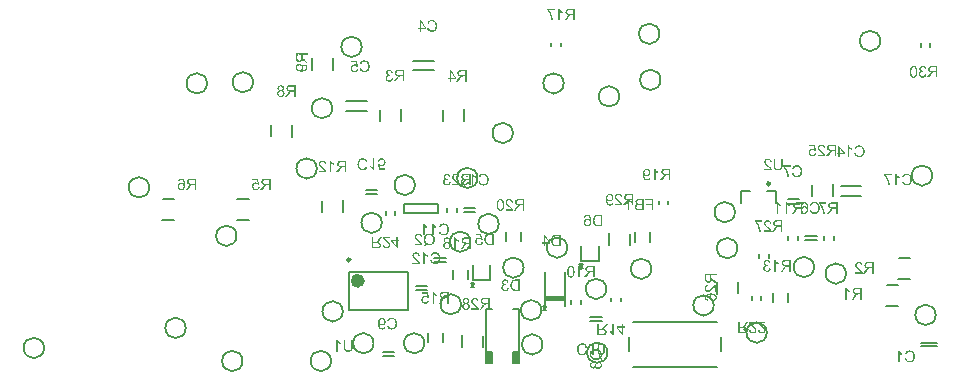
<source format=gbo>
G04*
G04 #@! TF.GenerationSoftware,Altium Limited,Altium Designer,19.0.15 (446)*
G04*
G04 Layer_Color=32896*
%FSLAX25Y25*%
%MOIN*%
G70*
G01*
G75*
%ADD10C,0.00500*%
%ADD11C,0.00787*%
%ADD114C,0.00984*%
%ADD115C,0.02362*%
%ADD116R,0.01968X0.03937*%
G36*
X367377Y405544D02*
X367442Y405450D01*
X367512Y405362D01*
X367582Y405280D01*
X367646Y405216D01*
X367699Y405163D01*
X367734Y405128D01*
X367740Y405123D01*
X367746Y405117D01*
X367857Y405023D01*
X367974Y404935D01*
X368091Y404859D01*
X368196Y404795D01*
X368290Y404742D01*
X368331Y404725D01*
X368366Y404707D01*
X368389Y404690D01*
X368413Y404678D01*
X368424Y404672D01*
X368430D01*
Y404210D01*
X368348Y404245D01*
X368261Y404286D01*
X368179Y404321D01*
X368103Y404362D01*
X368038Y404397D01*
X367986Y404426D01*
X367951Y404450D01*
X367945Y404456D01*
X367939D01*
X367839Y404514D01*
X367752Y404578D01*
X367676Y404631D01*
X367611Y404684D01*
X367559Y404725D01*
X367518Y404754D01*
X367494Y404777D01*
X367489Y404783D01*
Y401776D01*
X367401D01*
X367422Y401754D01*
X367516Y401637D01*
X367592Y401537D01*
X367621Y401491D01*
X367644Y401450D01*
X367662Y401420D01*
X367673Y401397D01*
X367685Y401379D01*
Y401374D01*
X367761Y401198D01*
X367820Y401017D01*
X367855Y400847D01*
X367884Y400683D01*
X367896Y400613D01*
X367902Y400549D01*
X367908Y400490D01*
Y400438D01*
X367913Y400402D01*
Y400367D01*
Y400350D01*
Y400344D01*
X367902Y400133D01*
X367878Y399940D01*
X367843Y399765D01*
X367820Y399689D01*
X367796Y399613D01*
X367779Y399548D01*
X367756Y399490D01*
X367738Y399437D01*
X367720Y399396D01*
X367709Y399361D01*
X367697Y399338D01*
X367685Y399320D01*
Y399314D01*
X367592Y399151D01*
X367486Y399010D01*
X367381Y398887D01*
X367276Y398788D01*
X367182Y398712D01*
X367141Y398677D01*
X367106Y398653D01*
X367077Y398636D01*
X367054Y398618D01*
X367042Y398612D01*
X367036Y398606D01*
X366872Y398525D01*
X366708Y398466D01*
X366550Y398419D01*
X366404Y398390D01*
X366340Y398384D01*
X366281Y398373D01*
X366229Y398367D01*
X366182D01*
X366147Y398361D01*
X366094D01*
X365907Y398373D01*
X365731Y398396D01*
X365567Y398437D01*
X365497Y398454D01*
X365427Y398478D01*
X365369Y398501D01*
X365316Y398519D01*
X365269Y398542D01*
X365228Y398560D01*
X365193Y398571D01*
X365170Y398583D01*
X365158Y398595D01*
X365152D01*
X365000Y398484D01*
X364848Y398390D01*
X364708Y398308D01*
X364585Y398244D01*
X364526Y398220D01*
X364479Y398197D01*
X364433Y398174D01*
X364398Y398162D01*
X364368Y398150D01*
X364345Y398138D01*
X364333Y398133D01*
X364327D01*
X364169Y398478D01*
X364286Y398525D01*
X364403Y398583D01*
X364515Y398642D01*
X364614Y398700D01*
X364702Y398753D01*
X364737Y398776D01*
X364772Y398794D01*
X364795Y398811D01*
X364813Y398823D01*
X364825Y398835D01*
X364830D01*
X364725Y398946D01*
X364637Y399057D01*
X364561Y399168D01*
X364503Y399268D01*
X364456Y399355D01*
X364433Y399396D01*
X364421Y399426D01*
X364409Y399455D01*
X364398Y399472D01*
X364392Y399484D01*
Y399490D01*
X364345Y399636D01*
X364310Y399782D01*
X364281Y399929D01*
X364263Y400057D01*
X364257Y400122D01*
X364251Y400174D01*
Y400221D01*
X364245Y400262D01*
Y400297D01*
Y400321D01*
Y400338D01*
Y400344D01*
X364257Y400555D01*
X364281Y400748D01*
X364316Y400917D01*
X364339Y400999D01*
X364357Y401069D01*
X364380Y401140D01*
X364403Y401198D01*
X364421Y401245D01*
X364439Y401286D01*
X364450Y401321D01*
X364462Y401350D01*
X364474Y401362D01*
Y401368D01*
X364567Y401532D01*
X364667Y401672D01*
X364778Y401795D01*
X364883Y401894D01*
X364977Y401970D01*
X365018Y402005D01*
X365053Y402029D01*
X365082Y402052D01*
X365105Y402064D01*
X365117Y402076D01*
X365123D01*
X365205Y402122D01*
X365287Y402163D01*
X365451Y402222D01*
X365614Y402269D01*
X365761Y402304D01*
X365831Y402310D01*
X365889Y402321D01*
X365948Y402327D01*
X365995D01*
X366030Y402333D01*
X366082D01*
X366269Y402321D01*
X366451Y402292D01*
X366609Y402257D01*
X366685Y402234D01*
X366749Y402210D01*
X366814Y402187D01*
X366866Y402163D01*
X366913Y402146D01*
X366954Y402128D01*
X366989Y402111D01*
X367013Y402099D01*
X367015Y402098D01*
Y405637D01*
X367325D01*
X367377Y405544D01*
D02*
G37*
G36*
X364394D02*
X364458Y405450D01*
X364528Y405362D01*
X364598Y405280D01*
X364663Y405216D01*
X364716Y405163D01*
X364751Y405128D01*
X364756Y405123D01*
X364762Y405117D01*
X364874Y405023D01*
X364990Y404935D01*
X365107Y404859D01*
X365213Y404795D01*
X365306Y404742D01*
X365347Y404725D01*
X365383Y404707D01*
X365406Y404690D01*
X365429Y404678D01*
X365441Y404672D01*
X365447D01*
Y404210D01*
X365365Y404245D01*
X365277Y404286D01*
X365195Y404321D01*
X365119Y404362D01*
X365055Y404397D01*
X365002Y404426D01*
X364967Y404450D01*
X364961Y404456D01*
X364955D01*
X364856Y404514D01*
X364768Y404578D01*
X364692Y404631D01*
X364628Y404684D01*
X364575Y404725D01*
X364534Y404754D01*
X364511Y404777D01*
X364505Y404783D01*
Y401776D01*
X364031D01*
Y405637D01*
X364341D01*
X364394Y405544D01*
D02*
G37*
G36*
X370999Y405673D02*
X371174Y405649D01*
X371332Y405608D01*
X371402Y405591D01*
X371466Y405567D01*
X371525Y405544D01*
X371583Y405526D01*
X371630Y405503D01*
X371665Y405485D01*
X371701Y405474D01*
X371724Y405462D01*
X371736Y405450D01*
X371741D01*
X371888Y405357D01*
X372022Y405245D01*
X372133Y405134D01*
X372221Y405023D01*
X372297Y404924D01*
X372326Y404883D01*
X372350Y404848D01*
X372367Y404812D01*
X372379Y404789D01*
X372391Y404777D01*
Y404772D01*
X372467Y404602D01*
X372525Y404421D01*
X372560Y404245D01*
X372590Y404081D01*
X372601Y404005D01*
X372607Y403941D01*
X372613Y403876D01*
Y403824D01*
X372619Y403783D01*
Y403754D01*
Y403730D01*
Y403724D01*
X372613Y403520D01*
X372590Y403333D01*
X372555Y403157D01*
X372537Y403075D01*
X372519Y403005D01*
X372502Y402935D01*
X372484Y402876D01*
X372467Y402823D01*
X372449Y402777D01*
X372438Y402742D01*
X372426Y402718D01*
X372420Y402701D01*
Y402695D01*
X372338Y402525D01*
X372239Y402379D01*
X372145Y402250D01*
X372046Y402151D01*
X371964Y402069D01*
X371894Y402010D01*
X371864Y401993D01*
X371847Y401975D01*
X371835Y401969D01*
X371829Y401964D01*
X371753Y401917D01*
X371671Y401882D01*
X371507Y401817D01*
X371338Y401776D01*
X371174Y401741D01*
X371104Y401735D01*
X371034Y401724D01*
X370975Y401718D01*
X370922D01*
X370876Y401712D01*
X370817D01*
X370706Y401718D01*
X370601Y401724D01*
X370408Y401765D01*
X370320Y401788D01*
X370232Y401817D01*
X370156Y401847D01*
X370086Y401876D01*
X370022Y401905D01*
X369969Y401934D01*
X369922Y401964D01*
X369881Y401987D01*
X369846Y402010D01*
X369823Y402028D01*
X369811Y402034D01*
X369805Y402040D01*
X369729Y402104D01*
X369659Y402174D01*
X369542Y402326D01*
X369437Y402484D01*
X369360Y402642D01*
X369325Y402712D01*
X369302Y402777D01*
X369279Y402841D01*
X369255Y402888D01*
X369243Y402935D01*
X369232Y402964D01*
X369226Y402987D01*
Y402993D01*
X369735Y403122D01*
X369782Y402952D01*
X369840Y402800D01*
X369910Y402677D01*
X369975Y402572D01*
X370039Y402496D01*
X370092Y402437D01*
X370127Y402402D01*
X370133Y402396D01*
X370139Y402391D01*
X370255Y402309D01*
X370373Y402250D01*
X370495Y402203D01*
X370606Y402174D01*
X370706Y402157D01*
X370753Y402151D01*
X370788D01*
X370817Y402145D01*
X370858D01*
X370987Y402151D01*
X371110Y402174D01*
X371221Y402203D01*
X371314Y402233D01*
X371396Y402268D01*
X371461Y402291D01*
X371484Y402303D01*
X371501Y402315D01*
X371507Y402320D01*
X371513D01*
X371619Y402396D01*
X371706Y402484D01*
X371782Y402572D01*
X371847Y402666D01*
X371894Y402742D01*
X371923Y402812D01*
X371935Y402835D01*
X371946Y402853D01*
X371952Y402865D01*
Y402870D01*
X371999Y403011D01*
X372034Y403157D01*
X372057Y403303D01*
X372075Y403438D01*
X372081Y403496D01*
X372087Y403549D01*
Y403602D01*
X372092Y403643D01*
Y403678D01*
Y403701D01*
Y403719D01*
Y403724D01*
X372087Y403865D01*
X372075Y403999D01*
X372057Y404122D01*
X372034Y404233D01*
X372010Y404327D01*
X372005Y404368D01*
X371993Y404397D01*
X371987Y404426D01*
X371981Y404444D01*
X371975Y404456D01*
Y404461D01*
X371923Y404590D01*
X371858Y404707D01*
X371788Y404801D01*
X371724Y404883D01*
X371659Y404947D01*
X371607Y404994D01*
X371572Y405023D01*
X371566Y405035D01*
X371560D01*
X371443Y405105D01*
X371320Y405158D01*
X371197Y405199D01*
X371080Y405222D01*
X370975Y405240D01*
X370934Y405245D01*
X370893D01*
X370864Y405251D01*
X370823D01*
X370683Y405245D01*
X370560Y405222D01*
X370448Y405193D01*
X370361Y405158D01*
X370285Y405117D01*
X370232Y405088D01*
X370197Y405064D01*
X370185Y405058D01*
X370092Y404976D01*
X370016Y404883D01*
X369945Y404777D01*
X369893Y404678D01*
X369852Y404590D01*
X369834Y404549D01*
X369817Y404514D01*
X369805Y404485D01*
X369799Y404461D01*
X369793Y404450D01*
Y404444D01*
X369290Y404561D01*
X369360Y404748D01*
X369401Y404836D01*
X369442Y404912D01*
X369489Y404988D01*
X369536Y405058D01*
X369577Y405117D01*
X369624Y405175D01*
X369665Y405222D01*
X369706Y405263D01*
X369746Y405304D01*
X369776Y405333D01*
X369805Y405357D01*
X369823Y405374D01*
X369834Y405380D01*
X369840Y405386D01*
X369916Y405439D01*
X369992Y405485D01*
X370074Y405526D01*
X370156Y405561D01*
X370320Y405614D01*
X370472Y405649D01*
X370542Y405661D01*
X370606Y405667D01*
X370665Y405673D01*
X370712Y405678D01*
X370753Y405684D01*
X370811D01*
X370999Y405673D01*
D02*
G37*
G36*
X362578Y402280D02*
X362672Y402275D01*
X362847Y402239D01*
X362923Y402222D01*
X362999Y402198D01*
X363064Y402169D01*
X363122Y402146D01*
X363175Y402116D01*
X363222Y402093D01*
X363263Y402064D01*
X363298Y402046D01*
X363321Y402029D01*
X363339Y402011D01*
X363350Y402005D01*
X363356Y402000D01*
X363415Y401941D01*
X363461Y401883D01*
X363549Y401748D01*
X363614Y401613D01*
X363660Y401479D01*
X363696Y401362D01*
X363701Y401309D01*
X363713Y401262D01*
X363719Y401227D01*
X363725Y401198D01*
Y401181D01*
Y401175D01*
X363239Y401122D01*
X363228Y401251D01*
X363204Y401362D01*
X363175Y401455D01*
X363134Y401537D01*
X363099Y401602D01*
X363064Y401649D01*
X363040Y401672D01*
X363035Y401684D01*
X362953Y401754D01*
X362865Y401806D01*
X362771Y401842D01*
X362684Y401871D01*
X362608Y401883D01*
X362549Y401888D01*
X362526Y401894D01*
X362491D01*
X362373Y401888D01*
X362268Y401865D01*
X362180Y401836D01*
X362104Y401801D01*
X362046Y401760D01*
X361999Y401730D01*
X361976Y401707D01*
X361964Y401701D01*
X361894Y401625D01*
X361847Y401543D01*
X361812Y401467D01*
X361783Y401391D01*
X361771Y401327D01*
X361765Y401274D01*
X361759Y401239D01*
Y401233D01*
Y401227D01*
X361771Y401128D01*
X361794Y401023D01*
X361829Y400929D01*
X361870Y400841D01*
X361911Y400765D01*
X361946Y400707D01*
X361958Y400683D01*
X361970Y400666D01*
X361982Y400660D01*
Y400654D01*
X362028Y400596D01*
X362081Y400531D01*
X362139Y400467D01*
X362210Y400402D01*
X362350Y400268D01*
X362491Y400133D01*
X362619Y400022D01*
X362678Y399970D01*
X362730Y399929D01*
X362771Y399888D01*
X362801Y399864D01*
X362824Y399847D01*
X362830Y399841D01*
X362970Y399718D01*
X363099Y399607D01*
X363204Y399507D01*
X363292Y399426D01*
X363362Y399355D01*
X363409Y399303D01*
X363438Y399268D01*
X363450Y399262D01*
Y399256D01*
X363526Y399162D01*
X363584Y399075D01*
X363643Y398987D01*
X363684Y398911D01*
X363719Y398840D01*
X363742Y398794D01*
X363754Y398759D01*
X363760Y398753D01*
Y398747D01*
X363777Y398688D01*
X363795Y398630D01*
X363801Y398577D01*
X363807Y398531D01*
X363813Y398489D01*
Y398454D01*
Y398431D01*
Y398425D01*
X361268D01*
Y398876D01*
X363157D01*
X363093Y398969D01*
X363029Y399045D01*
X362999Y399080D01*
X362976Y399104D01*
X362964Y399121D01*
X362958Y399127D01*
X362929Y399156D01*
X362900Y399186D01*
X362824Y399256D01*
X362730Y399338D01*
X362643Y399420D01*
X362555Y399496D01*
X362485Y399554D01*
X362455Y399578D01*
X362432Y399595D01*
X362420Y399607D01*
X362414Y399613D01*
X362321Y399695D01*
X362239Y399765D01*
X362157Y399835D01*
X362087Y399899D01*
X362022Y399964D01*
X361964Y400016D01*
X361906Y400069D01*
X361859Y400116D01*
X361818Y400157D01*
X361783Y400192D01*
X361730Y400245D01*
X361701Y400280D01*
X361689Y400291D01*
X361613Y400385D01*
X361543Y400467D01*
X361490Y400549D01*
X361449Y400619D01*
X361414Y400677D01*
X361391Y400718D01*
X361379Y400748D01*
X361373Y400759D01*
X361338Y400841D01*
X361315Y400923D01*
X361297Y400999D01*
X361285Y401069D01*
X361280Y401128D01*
X361274Y401175D01*
Y401204D01*
Y401216D01*
X361280Y401298D01*
X361285Y401379D01*
X361326Y401526D01*
X361379Y401654D01*
X361437Y401765D01*
X361496Y401853D01*
X361525Y401888D01*
X361549Y401924D01*
X361572Y401947D01*
X361590Y401964D01*
X361595Y401970D01*
X361601Y401976D01*
X361666Y402029D01*
X361730Y402081D01*
X361800Y402122D01*
X361876Y402157D01*
X362022Y402210D01*
X362163Y402245D01*
X362227Y402263D01*
X362286Y402269D01*
X362338Y402275D01*
X362385Y402280D01*
X362426Y402286D01*
X362479D01*
X362578Y402280D01*
D02*
G37*
G36*
X530718Y458180D02*
X530864Y458151D01*
X530999Y458110D01*
X531110Y458063D01*
X531198Y458010D01*
X531233Y457987D01*
X531262Y457969D01*
X531291Y457952D01*
X531309Y457940D01*
X531315Y457934D01*
X531320Y457929D01*
X531426Y457823D01*
X531508Y457706D01*
X531578Y457583D01*
X531625Y457466D01*
X531666Y457361D01*
X531677Y457314D01*
X531689Y457273D01*
X531695Y457244D01*
X531701Y457221D01*
X531707Y457203D01*
Y457197D01*
X531233Y457115D01*
X531209Y457238D01*
X531174Y457343D01*
X531139Y457431D01*
X531098Y457501D01*
X531063Y457560D01*
X531034Y457601D01*
X531010Y457624D01*
X531005Y457630D01*
X530929Y457689D01*
X530853Y457730D01*
X530777Y457765D01*
X530700Y457782D01*
X530642Y457794D01*
X530589Y457806D01*
X530543D01*
X530443Y457800D01*
X530355Y457776D01*
X530279Y457753D01*
X530215Y457718D01*
X530162Y457689D01*
X530121Y457659D01*
X530098Y457636D01*
X530092Y457630D01*
X530033Y457566D01*
X529993Y457490D01*
X529957Y457419D01*
X529940Y457355D01*
X529928Y457291D01*
X529916Y457244D01*
Y457215D01*
Y457209D01*
Y457203D01*
X529928Y457086D01*
X529957Y456987D01*
X529993Y456905D01*
X530039Y456840D01*
X530086Y456788D01*
X530121Y456747D01*
X530151Y456723D01*
X530162Y456717D01*
X530256Y456665D01*
X530349Y456630D01*
X530437Y456601D01*
X530519Y456583D01*
X530595Y456571D01*
X530648Y456565D01*
X530724D01*
X530747Y456571D01*
X530777D01*
X530829Y456156D01*
X530759Y456174D01*
X530695Y456185D01*
X530636Y456191D01*
X530589Y456197D01*
X530548Y456203D01*
X530496D01*
X530379Y456191D01*
X530279Y456168D01*
X530186Y456138D01*
X530110Y456097D01*
X530045Y456056D01*
X529998Y456027D01*
X529975Y456004D01*
X529963Y455992D01*
X529893Y455910D01*
X529841Y455823D01*
X529800Y455729D01*
X529776Y455647D01*
X529759Y455571D01*
X529753Y455512D01*
X529747Y455489D01*
Y455472D01*
Y455466D01*
Y455460D01*
X529759Y455337D01*
X529782Y455226D01*
X529817Y455126D01*
X529858Y455044D01*
X529905Y454974D01*
X529940Y454927D01*
X529963Y454898D01*
X529975Y454886D01*
X530063Y454810D01*
X530156Y454752D01*
X530250Y454717D01*
X530344Y454688D01*
X530420Y454670D01*
X530478Y454664D01*
X530502Y454658D01*
X530537D01*
X530636Y454664D01*
X530730Y454688D01*
X530812Y454717D01*
X530876Y454746D01*
X530934Y454781D01*
X530975Y454805D01*
X530999Y454828D01*
X531010Y454834D01*
X531075Y454910D01*
X531133Y454998D01*
X531180Y455097D01*
X531215Y455191D01*
X531245Y455278D01*
X531262Y455349D01*
X531274Y455372D01*
Y455395D01*
X531280Y455407D01*
Y455413D01*
X531753Y455349D01*
X531742Y455261D01*
X531724Y455179D01*
X531671Y455027D01*
X531613Y454892D01*
X531543Y454775D01*
X531514Y454729D01*
X531479Y454688D01*
X531449Y454653D01*
X531426Y454617D01*
X531402Y454594D01*
X531385Y454576D01*
X531379Y454571D01*
X531373Y454565D01*
X531309Y454512D01*
X531239Y454465D01*
X531174Y454424D01*
X531104Y454395D01*
X530964Y454337D01*
X530829Y454302D01*
X530771Y454290D01*
X530712Y454284D01*
X530665Y454278D01*
X530618Y454272D01*
X530583Y454266D01*
X530537D01*
X530437Y454272D01*
X530338Y454284D01*
X530244Y454296D01*
X530156Y454319D01*
X530075Y454348D01*
X529998Y454378D01*
X529928Y454407D01*
X529864Y454442D01*
X529811Y454471D01*
X529759Y454500D01*
X529712Y454530D01*
X529677Y454559D01*
X529647Y454582D01*
X529630Y454594D01*
X529618Y454606D01*
X529612Y454611D01*
X529548Y454682D01*
X529490Y454752D01*
X529443Y454822D01*
X529402Y454892D01*
X529361Y454962D01*
X529331Y455039D01*
X529291Y455173D01*
X529273Y455232D01*
X529261Y455290D01*
X529255Y455337D01*
X529250Y455384D01*
X529244Y455419D01*
Y455442D01*
Y455460D01*
Y455466D01*
X529250Y455600D01*
X529273Y455723D01*
X529302Y455828D01*
X529337Y455916D01*
X529378Y455986D01*
X529408Y456039D01*
X529431Y456074D01*
X529437Y456086D01*
X529513Y456174D01*
X529601Y456244D01*
X529688Y456302D01*
X529770Y456343D01*
X529846Y456378D01*
X529905Y456396D01*
X529928Y456407D01*
X529946D01*
X529957Y456413D01*
X529963D01*
X529870Y456460D01*
X529788Y456519D01*
X529724Y456571D01*
X529665Y456624D01*
X529624Y456671D01*
X529589Y456706D01*
X529571Y456729D01*
X529565Y456741D01*
X529519Y456817D01*
X529490Y456899D01*
X529466Y456975D01*
X529449Y457045D01*
X529437Y457104D01*
X529431Y457150D01*
Y457180D01*
Y457191D01*
X529437Y457291D01*
X529454Y457379D01*
X529478Y457460D01*
X529501Y457537D01*
X529525Y457595D01*
X529548Y457642D01*
X529565Y457671D01*
X529571Y457683D01*
X529630Y457765D01*
X529694Y457841D01*
X529764Y457905D01*
X529829Y457958D01*
X529887Y457999D01*
X529934Y458028D01*
X529969Y458045D01*
X529975Y458051D01*
X529981D01*
X530080Y458098D01*
X530180Y458133D01*
X530279Y458157D01*
X530367Y458174D01*
X530443Y458186D01*
X530502Y458192D01*
X530636D01*
X530718Y458180D01*
D02*
G37*
G36*
X535433Y454331D02*
X534924D01*
Y456039D01*
X534269D01*
X534210Y456033D01*
X534164D01*
X534123Y456027D01*
X534093Y456021D01*
X534070D01*
X534058Y456015D01*
X534053D01*
X533965Y455986D01*
X533894Y455951D01*
X533865Y455934D01*
X533842Y455922D01*
X533830Y455916D01*
X533824Y455910D01*
X533778Y455881D01*
X533737Y455840D01*
X533649Y455758D01*
X533620Y455717D01*
X533590Y455682D01*
X533573Y455659D01*
X533567Y455653D01*
X533508Y455577D01*
X533450Y455495D01*
X533386Y455407D01*
X533327Y455319D01*
X533274Y455243D01*
X533233Y455185D01*
X533222Y455161D01*
X533210Y455144D01*
X533198Y455132D01*
Y455126D01*
X532689Y454331D01*
X532052D01*
X532719Y455372D01*
X532795Y455483D01*
X532871Y455583D01*
X532941Y455670D01*
X533005Y455746D01*
X533058Y455805D01*
X533099Y455852D01*
X533128Y455875D01*
X533140Y455887D01*
X533181Y455922D01*
X533233Y455957D01*
X533333Y456021D01*
X533374Y456045D01*
X533409Y456062D01*
X533432Y456074D01*
X533444Y456080D01*
X533345Y456097D01*
X533251Y456115D01*
X533163Y456138D01*
X533087Y456168D01*
X533011Y456197D01*
X532947Y456226D01*
X532882Y456255D01*
X532830Y456285D01*
X532783Y456314D01*
X532742Y456337D01*
X532707Y456366D01*
X532678Y456384D01*
X532660Y456407D01*
X532643Y456419D01*
X532631Y456431D01*
X532584Y456484D01*
X532543Y456542D01*
X532473Y456659D01*
X532426Y456770D01*
X532397Y456881D01*
X532374Y456975D01*
X532368Y457016D01*
Y457051D01*
X532362Y457080D01*
Y457104D01*
Y457115D01*
Y457121D01*
X532368Y457238D01*
X532385Y457343D01*
X532414Y457443D01*
X532444Y457531D01*
X532473Y457601D01*
X532502Y457654D01*
X532520Y457689D01*
X532526Y457700D01*
X532590Y457794D01*
X532660Y457870D01*
X532730Y457934D01*
X532801Y457981D01*
X532859Y458022D01*
X532906Y458051D01*
X532941Y458063D01*
X532947Y458069D01*
X532953D01*
X533005Y458086D01*
X533064Y458104D01*
X533187Y458127D01*
X533315Y458151D01*
X533438Y458162D01*
X533555Y458168D01*
X533602D01*
X533649Y458174D01*
X535433D01*
Y454331D01*
D02*
G37*
G36*
X527676Y458180D02*
X527810Y458157D01*
X527933Y458121D01*
X528033Y458081D01*
X528115Y458034D01*
X528173Y457999D01*
X528197Y457987D01*
X528214Y457975D01*
X528220Y457964D01*
X528226D01*
X528325Y457870D01*
X528407Y457770D01*
X528477Y457665D01*
X528536Y457560D01*
X528583Y457466D01*
X528600Y457425D01*
X528612Y457390D01*
X528624Y457361D01*
X528635Y457338D01*
X528641Y457326D01*
Y457320D01*
X528665Y457238D01*
X528688Y457156D01*
X528717Y456975D01*
X528741Y456794D01*
X528758Y456618D01*
X528764Y456536D01*
X528770Y456460D01*
Y456396D01*
X528776Y456337D01*
Y456290D01*
Y456255D01*
Y456232D01*
Y456226D01*
X528770Y456033D01*
X528758Y455846D01*
X528741Y455682D01*
X528717Y455524D01*
X528688Y455384D01*
X528659Y455255D01*
X528624Y455138D01*
X528589Y455039D01*
X528553Y454945D01*
X528518Y454869D01*
X528489Y454805D01*
X528460Y454752D01*
X528437Y454711D01*
X528419Y454682D01*
X528407Y454664D01*
X528401Y454658D01*
X528337Y454588D01*
X528273Y454530D01*
X528202Y454477D01*
X528126Y454430D01*
X528056Y454395D01*
X527980Y454360D01*
X527840Y454313D01*
X527775Y454302D01*
X527717Y454290D01*
X527664Y454278D01*
X527618Y454272D01*
X527576Y454266D01*
X527524D01*
X527372Y454278D01*
X527237Y454302D01*
X527120Y454337D01*
X527015Y454378D01*
X526939Y454419D01*
X526874Y454454D01*
X526857Y454471D01*
X526839Y454477D01*
X526834Y454489D01*
X526828D01*
X526728Y454582D01*
X526646Y454688D01*
X526576Y454793D01*
X526518Y454898D01*
X526471Y454992D01*
X526453Y455027D01*
X526436Y455062D01*
X526424Y455091D01*
X526418Y455115D01*
X526412Y455126D01*
Y455132D01*
X526389Y455214D01*
X526366Y455296D01*
X526331Y455477D01*
X526307Y455659D01*
X526290Y455834D01*
X526284Y455916D01*
X526278Y455992D01*
Y456056D01*
X526272Y456115D01*
Y456162D01*
Y456197D01*
Y456220D01*
Y456226D01*
X526278Y456431D01*
Y456519D01*
X526284Y456606D01*
X526290Y456688D01*
X526301Y456764D01*
X526307Y456829D01*
X526313Y456893D01*
X526325Y456946D01*
X526331Y456998D01*
X526336Y457039D01*
X526348Y457068D01*
X526354Y457098D01*
Y457115D01*
X526360Y457127D01*
Y457133D01*
X526395Y457256D01*
X526436Y457367D01*
X526477Y457466D01*
X526512Y457548D01*
X526547Y457613D01*
X526576Y457665D01*
X526594Y457694D01*
X526600Y457706D01*
X526658Y457788D01*
X526722Y457858D01*
X526787Y457923D01*
X526845Y457975D01*
X526904Y458010D01*
X526945Y458040D01*
X526974Y458057D01*
X526986Y458063D01*
X527073Y458104D01*
X527167Y458139D01*
X527261Y458162D01*
X527343Y458174D01*
X527413Y458186D01*
X527471Y458192D01*
X527524D01*
X527676Y458180D01*
D02*
G37*
G36*
X521758Y422167D02*
X521823Y422074D01*
X521893Y421986D01*
X521963Y421904D01*
X522027Y421840D01*
X522080Y421787D01*
X522115Y421752D01*
X522121Y421746D01*
X522127Y421740D01*
X522238Y421647D01*
X522355Y421559D01*
X522472Y421483D01*
X522577Y421419D01*
X522671Y421366D01*
X522712Y421348D01*
X522747Y421331D01*
X522770Y421313D01*
X522794Y421302D01*
X522806Y421296D01*
X522811D01*
Y420834D01*
X522729Y420869D01*
X522642Y420910D01*
X522560Y420945D01*
X522484Y420986D01*
X522419Y421021D01*
X522367Y421050D01*
X522332Y421073D01*
X522326Y421079D01*
X522320D01*
X522221Y421138D01*
X522133Y421202D01*
X522057Y421255D01*
X521992Y421307D01*
X521940Y421348D01*
X521899Y421378D01*
X521875Y421401D01*
X521870Y421407D01*
Y418400D01*
X521396D01*
Y422261D01*
X521706D01*
X521758Y422167D01*
D02*
G37*
G36*
X525380Y422296D02*
X525555Y422273D01*
X525713Y422232D01*
X525783Y422214D01*
X525847Y422191D01*
X525906Y422167D01*
X525964Y422150D01*
X526011Y422126D01*
X526047Y422109D01*
X526082Y422097D01*
X526105Y422086D01*
X526117Y422074D01*
X526123D01*
X526269Y421980D01*
X526403Y421869D01*
X526514Y421758D01*
X526602Y421647D01*
X526678Y421547D01*
X526708Y421506D01*
X526731Y421471D01*
X526748Y421436D01*
X526760Y421413D01*
X526772Y421401D01*
Y421395D01*
X526848Y421226D01*
X526906Y421044D01*
X526941Y420869D01*
X526971Y420705D01*
X526982Y420629D01*
X526988Y420565D01*
X526994Y420500D01*
Y420447D01*
X527000Y420406D01*
Y420377D01*
Y420354D01*
Y420348D01*
X526994Y420143D01*
X526971Y419956D01*
X526936Y419781D01*
X526918Y419699D01*
X526901Y419628D01*
X526883Y419558D01*
X526865Y419500D01*
X526848Y419447D01*
X526830Y419400D01*
X526819Y419365D01*
X526807Y419342D01*
X526801Y419324D01*
Y419318D01*
X526719Y419149D01*
X526620Y419002D01*
X526526Y418874D01*
X526427Y418774D01*
X526345Y418692D01*
X526275Y418634D01*
X526245Y418616D01*
X526228Y418599D01*
X526216Y418593D01*
X526210Y418587D01*
X526134Y418540D01*
X526052Y418505D01*
X525888Y418441D01*
X525719Y418400D01*
X525555Y418365D01*
X525485Y418359D01*
X525415Y418347D01*
X525356Y418341D01*
X525304D01*
X525257Y418336D01*
X525198D01*
X525087Y418341D01*
X524982Y418347D01*
X524789Y418388D01*
X524701Y418412D01*
X524613Y418441D01*
X524537Y418470D01*
X524467Y418499D01*
X524403Y418529D01*
X524350Y418558D01*
X524303Y418587D01*
X524262Y418611D01*
X524227Y418634D01*
X524204Y418652D01*
X524192Y418657D01*
X524186Y418663D01*
X524110Y418728D01*
X524040Y418798D01*
X523923Y418950D01*
X523818Y419108D01*
X523742Y419266D01*
X523706Y419336D01*
X523683Y419400D01*
X523660Y419465D01*
X523636Y419512D01*
X523625Y419558D01*
X523613Y419588D01*
X523607Y419611D01*
Y419617D01*
X524116Y419745D01*
X524163Y419576D01*
X524221Y419424D01*
X524291Y419301D01*
X524356Y419196D01*
X524420Y419120D01*
X524473Y419061D01*
X524508Y419026D01*
X524514Y419020D01*
X524520Y419014D01*
X524637Y418932D01*
X524754Y418874D01*
X524876Y418827D01*
X524988Y418798D01*
X525087Y418780D01*
X525134Y418774D01*
X525169D01*
X525198Y418769D01*
X525239D01*
X525368Y418774D01*
X525491Y418798D01*
X525602Y418827D01*
X525695Y418856D01*
X525777Y418891D01*
X525842Y418915D01*
X525865Y418926D01*
X525883Y418938D01*
X525888Y418944D01*
X525894D01*
X526000Y419020D01*
X526087Y419108D01*
X526163Y419196D01*
X526228Y419289D01*
X526275Y419365D01*
X526304Y419436D01*
X526315Y419459D01*
X526327Y419476D01*
X526333Y419488D01*
Y419494D01*
X526380Y419634D01*
X526415Y419781D01*
X526438Y419927D01*
X526456Y420061D01*
X526462Y420120D01*
X526468Y420173D01*
Y420225D01*
X526474Y420266D01*
Y420301D01*
Y420325D01*
Y420342D01*
Y420348D01*
X526468Y420489D01*
X526456Y420623D01*
X526438Y420746D01*
X526415Y420857D01*
X526392Y420951D01*
X526386Y420992D01*
X526374Y421021D01*
X526368Y421050D01*
X526362Y421068D01*
X526357Y421079D01*
Y421085D01*
X526304Y421214D01*
X526239Y421331D01*
X526169Y421424D01*
X526105Y421506D01*
X526041Y421571D01*
X525988Y421618D01*
X525953Y421647D01*
X525947Y421658D01*
X525941D01*
X525824Y421729D01*
X525701Y421781D01*
X525578Y421822D01*
X525461Y421846D01*
X525356Y421863D01*
X525315Y421869D01*
X525274D01*
X525245Y421875D01*
X525204D01*
X525064Y421869D01*
X524941Y421846D01*
X524830Y421816D01*
X524742Y421781D01*
X524666Y421740D01*
X524613Y421711D01*
X524578Y421688D01*
X524566Y421682D01*
X524473Y421600D01*
X524397Y421506D01*
X524327Y421401D01*
X524274Y421302D01*
X524233Y421214D01*
X524215Y421173D01*
X524198Y421138D01*
X524186Y421109D01*
X524180Y421085D01*
X524174Y421073D01*
Y421068D01*
X523671Y421185D01*
X523742Y421372D01*
X523782Y421460D01*
X523823Y421536D01*
X523870Y421612D01*
X523917Y421682D01*
X523958Y421740D01*
X524005Y421799D01*
X524046Y421846D01*
X524087Y421887D01*
X524128Y421927D01*
X524157Y421957D01*
X524186Y421980D01*
X524204Y421998D01*
X524215Y422004D01*
X524221Y422010D01*
X524297Y422062D01*
X524373Y422109D01*
X524455Y422150D01*
X524537Y422185D01*
X524701Y422238D01*
X524853Y422273D01*
X524923Y422284D01*
X524988Y422290D01*
X525046Y422296D01*
X525093Y422302D01*
X525134Y422308D01*
X525192D01*
X525380Y422296D01*
D02*
G37*
G36*
X520161Y421746D02*
X518278D01*
X518412Y421582D01*
X518535Y421413D01*
X518652Y421243D01*
X518757Y421085D01*
X518798Y421009D01*
X518839Y420945D01*
X518874Y420886D01*
X518904Y420834D01*
X518927Y420793D01*
X518945Y420763D01*
X518956Y420740D01*
X518962Y420734D01*
X519073Y420512D01*
X519173Y420290D01*
X519255Y420079D01*
X519290Y419979D01*
X519325Y419892D01*
X519354Y419804D01*
X519378Y419728D01*
X519401Y419664D01*
X519418Y419605D01*
X519430Y419558D01*
X519442Y419523D01*
X519448Y419500D01*
Y419494D01*
X519506Y419260D01*
X519530Y419155D01*
X519547Y419049D01*
X519565Y418956D01*
X519576Y418868D01*
X519588Y418780D01*
X519600Y418704D01*
X519606Y418640D01*
X519611Y418575D01*
X519617Y418523D01*
Y418482D01*
X519623Y418447D01*
Y418423D01*
Y418406D01*
Y418400D01*
X519138D01*
X519120Y418611D01*
X519097Y418810D01*
X519067Y418985D01*
X519050Y419067D01*
X519038Y419143D01*
X519021Y419207D01*
X519009Y419272D01*
X518997Y419324D01*
X518986Y419371D01*
X518974Y419406D01*
X518968Y419430D01*
X518962Y419447D01*
Y419453D01*
X518880Y419710D01*
X518792Y419950D01*
X518746Y420067D01*
X518699Y420178D01*
X518652Y420284D01*
X518611Y420377D01*
X518570Y420465D01*
X518529Y420547D01*
X518494Y420617D01*
X518465Y420676D01*
X518441Y420722D01*
X518424Y420757D01*
X518412Y420781D01*
X518406Y420787D01*
X518336Y420904D01*
X518272Y421021D01*
X518202Y421126D01*
X518137Y421226D01*
X518079Y421319D01*
X518014Y421401D01*
X517956Y421483D01*
X517903Y421553D01*
X517857Y421612D01*
X517810Y421670D01*
X517769Y421717D01*
X517739Y421758D01*
X517710Y421787D01*
X517693Y421810D01*
X517681Y421822D01*
X517675Y421828D01*
Y422197D01*
X520161D01*
Y421746D01*
D02*
G37*
G36*
X429256Y415555D02*
X429350Y415549D01*
X429525Y415514D01*
X429601Y415497D01*
X429677Y415473D01*
X429742Y415444D01*
X429800Y415421D01*
X429853Y415391D01*
X429900Y415368D01*
X429941Y415339D01*
X429976Y415321D01*
X429999Y415304D01*
X430017Y415286D01*
X430028Y415280D01*
X430034Y415274D01*
X430093Y415216D01*
X430139Y415157D01*
X430227Y415023D01*
X430292Y414888D01*
X430338Y414754D01*
X430373Y414637D01*
X430379Y414584D01*
X430391Y414537D01*
X430397Y414502D01*
X430403Y414473D01*
Y414455D01*
Y414450D01*
X429917Y414397D01*
X429906Y414526D01*
X429882Y414637D01*
X429853Y414730D01*
X429812Y414812D01*
X429777Y414877D01*
X429742Y414923D01*
X429718Y414947D01*
X429712Y414958D01*
X429631Y415029D01*
X429543Y415081D01*
X429449Y415116D01*
X429361Y415146D01*
X429285Y415157D01*
X429227Y415163D01*
X429204Y415169D01*
X429169D01*
X429051Y415163D01*
X428946Y415140D01*
X428858Y415110D01*
X428782Y415075D01*
X428724Y415034D01*
X428677Y415005D01*
X428654Y414982D01*
X428642Y414976D01*
X428572Y414900D01*
X428525Y414818D01*
X428490Y414742D01*
X428461Y414666D01*
X428449Y414602D01*
X428443Y414549D01*
X428437Y414514D01*
Y414508D01*
Y414502D01*
X428449Y414403D01*
X428472Y414297D01*
X428507Y414204D01*
X428548Y414116D01*
X428589Y414040D01*
X428624Y413981D01*
X428636Y413958D01*
X428648Y413940D01*
X428659Y413935D01*
Y413929D01*
X428706Y413870D01*
X428759Y413806D01*
X428818Y413742D01*
X428888Y413677D01*
X429028Y413543D01*
X429169Y413408D01*
X429297Y413297D01*
X429356Y413244D01*
X429408Y413203D01*
X429449Y413163D01*
X429479Y413139D01*
X429502Y413122D01*
X429508Y413116D01*
X429648Y412993D01*
X429777Y412882D01*
X429882Y412782D01*
X429970Y412700D01*
X430040Y412630D01*
X430087Y412577D01*
X430116Y412542D01*
X430128Y412536D01*
Y412531D01*
X430204Y412437D01*
X430262Y412349D01*
X430321Y412262D01*
X430362Y412185D01*
X430397Y412115D01*
X430420Y412069D01*
X430432Y412033D01*
X430438Y412028D01*
Y412022D01*
X430455Y411963D01*
X430473Y411905D01*
X430479Y411852D01*
X430485Y411805D01*
X430490Y411764D01*
Y411729D01*
Y411706D01*
Y411700D01*
X427946D01*
Y412150D01*
X429835D01*
X429771Y412244D01*
X429707Y412320D01*
X429677Y412355D01*
X429654Y412379D01*
X429642Y412396D01*
X429636Y412402D01*
X429607Y412431D01*
X429578Y412461D01*
X429502Y412531D01*
X429408Y412613D01*
X429321Y412695D01*
X429233Y412771D01*
X429163Y412829D01*
X429133Y412852D01*
X429110Y412870D01*
X429098Y412882D01*
X429092Y412888D01*
X428999Y412969D01*
X428917Y413040D01*
X428835Y413110D01*
X428765Y413174D01*
X428700Y413239D01*
X428642Y413291D01*
X428583Y413344D01*
X428537Y413391D01*
X428496Y413432D01*
X428461Y413467D01*
X428408Y413519D01*
X428379Y413554D01*
X428367Y413566D01*
X428291Y413660D01*
X428221Y413742D01*
X428168Y413824D01*
X428127Y413894D01*
X428092Y413952D01*
X428069Y413993D01*
X428057Y414022D01*
X428051Y414034D01*
X428016Y414116D01*
X427993Y414198D01*
X427975Y414274D01*
X427963Y414344D01*
X427957Y414403D01*
X427952Y414450D01*
Y414479D01*
Y414490D01*
X427957Y414572D01*
X427963Y414654D01*
X428004Y414801D01*
X428057Y414929D01*
X428115Y415040D01*
X428174Y415128D01*
X428203Y415163D01*
X428227Y415198D01*
X428250Y415222D01*
X428268Y415239D01*
X428273Y415245D01*
X428279Y415251D01*
X428344Y415304D01*
X428408Y415356D01*
X428478Y415397D01*
X428554Y415432D01*
X428700Y415485D01*
X428841Y415520D01*
X428905Y415538D01*
X428964Y415544D01*
X429016Y415549D01*
X429063Y415555D01*
X429104Y415561D01*
X429157D01*
X429256Y415555D01*
D02*
G37*
G36*
X426331D02*
X426425Y415544D01*
X426513Y415526D01*
X426594Y415508D01*
X426741Y415450D01*
X426805Y415415D01*
X426864Y415385D01*
X426922Y415350D01*
X426969Y415315D01*
X427010Y415286D01*
X427039Y415263D01*
X427068Y415239D01*
X427086Y415222D01*
X427098Y415210D01*
X427103Y415204D01*
X427162Y415134D01*
X427214Y415064D01*
X427261Y414988D01*
X427296Y414906D01*
X427331Y414830D01*
X427361Y414748D01*
X427402Y414602D01*
X427414Y414531D01*
X427425Y414467D01*
X427431Y414409D01*
X427437Y414362D01*
X427443Y414321D01*
Y414286D01*
Y414268D01*
Y414262D01*
X427437Y414157D01*
X427431Y414057D01*
X427414Y413970D01*
X427390Y413882D01*
X427367Y413800D01*
X427337Y413724D01*
X427308Y413654D01*
X427279Y413595D01*
X427250Y413537D01*
X427220Y413490D01*
X427191Y413449D01*
X427168Y413414D01*
X427144Y413385D01*
X427127Y413367D01*
X427121Y413356D01*
X427115Y413350D01*
X427051Y413291D01*
X426986Y413239D01*
X426916Y413192D01*
X426852Y413151D01*
X426782Y413116D01*
X426717Y413086D01*
X426589Y413046D01*
X426477Y413022D01*
X426431Y413016D01*
X426390Y413010D01*
X426355Y413005D01*
X426308D01*
X426202Y413010D01*
X426103Y413028D01*
X426015Y413046D01*
X425939Y413075D01*
X425875Y413098D01*
X425822Y413116D01*
X425793Y413133D01*
X425781Y413139D01*
X425694Y413198D01*
X425618Y413256D01*
X425547Y413320D01*
X425495Y413379D01*
X425448Y413426D01*
X425419Y413473D01*
X425395Y413496D01*
X425389Y413508D01*
Y413467D01*
Y413437D01*
Y413420D01*
Y413414D01*
Y413303D01*
X425401Y413198D01*
X425413Y413104D01*
X425424Y413016D01*
X425436Y412940D01*
X425448Y412882D01*
X425454Y412864D01*
Y412847D01*
X425460Y412841D01*
Y412835D01*
X425489Y412736D01*
X425518Y412648D01*
X425547Y412572D01*
X425571Y412507D01*
X425600Y412455D01*
X425618Y412414D01*
X425629Y412390D01*
X425635Y412385D01*
X425676Y412326D01*
X425723Y412273D01*
X425764Y412226D01*
X425810Y412191D01*
X425846Y412162D01*
X425875Y412139D01*
X425898Y412127D01*
X425904Y412121D01*
X425969Y412086D01*
X426033Y412063D01*
X426097Y412045D01*
X426156Y412033D01*
X426208Y412028D01*
X426249Y412022D01*
X426284D01*
X426378Y412028D01*
X426460Y412045D01*
X426530Y412069D01*
X426589Y412092D01*
X426641Y412115D01*
X426676Y412139D01*
X426700Y412156D01*
X426706Y412162D01*
X426764Y412221D01*
X426811Y412297D01*
X426846Y412373D01*
X426875Y412449D01*
X426899Y412513D01*
X426910Y412572D01*
X426916Y412595D01*
X426922Y412613D01*
Y412618D01*
Y412624D01*
X427373Y412589D01*
X427343Y412425D01*
X427296Y412285D01*
X427244Y412162D01*
X427185Y412063D01*
X427127Y411987D01*
X427080Y411928D01*
X427045Y411893D01*
X427039Y411887D01*
X427033Y411881D01*
X426916Y411799D01*
X426799Y411741D01*
X426676Y411694D01*
X426559Y411665D01*
X426454Y411647D01*
X426407Y411642D01*
X426372D01*
X426337Y411636D01*
X426296D01*
X426144Y411647D01*
X425998Y411671D01*
X425875Y411706D01*
X425764Y411747D01*
X425676Y411788D01*
X425641Y411805D01*
X425612Y411823D01*
X425582Y411840D01*
X425565Y411846D01*
X425559Y411858D01*
X425553D01*
X425442Y411952D01*
X425348Y412057D01*
X425267Y412168D01*
X425196Y412279D01*
X425144Y412373D01*
X425126Y412414D01*
X425109Y412455D01*
X425097Y412484D01*
X425085Y412507D01*
X425079Y412519D01*
Y412525D01*
X425050Y412613D01*
X425027Y412700D01*
X424986Y412893D01*
X424957Y413092D01*
X424933Y413279D01*
X424927Y413367D01*
X424921Y413443D01*
Y413519D01*
X424916Y413578D01*
Y413630D01*
Y413666D01*
Y413695D01*
Y413701D01*
Y413829D01*
X424921Y413952D01*
X424933Y414063D01*
X424939Y414169D01*
X424951Y414262D01*
X424968Y414350D01*
X424980Y414432D01*
X424997Y414502D01*
X425015Y414567D01*
X425027Y414625D01*
X425038Y414672D01*
X425056Y414707D01*
X425062Y414736D01*
X425073Y414760D01*
X425079Y414771D01*
Y414777D01*
X425144Y414912D01*
X425220Y415029D01*
X425302Y415122D01*
X425378Y415210D01*
X425448Y415274D01*
X425500Y415321D01*
X425524Y415333D01*
X425541Y415344D01*
X425547Y415356D01*
X425553D01*
X425670Y415426D01*
X425793Y415473D01*
X425904Y415508D01*
X426010Y415538D01*
X426103Y415549D01*
X426144Y415555D01*
X426173D01*
X426202Y415561D01*
X426238D01*
X426331Y415555D01*
D02*
G37*
G36*
X434100Y411700D02*
X433591D01*
Y412552D01*
X433548Y412572D01*
X433466Y412607D01*
X433390Y412648D01*
X433325Y412683D01*
X433273Y412712D01*
X433238Y412736D01*
X433232Y412742D01*
X433226D01*
X433126Y412800D01*
X433039Y412864D01*
X432963Y412917D01*
X432898Y412970D01*
X432846Y413011D01*
X432805Y413040D01*
X432781Y413063D01*
X432775Y413069D01*
Y410062D01*
X432302D01*
Y413107D01*
X432287Y413086D01*
X432257Y413051D01*
X432240Y413028D01*
X432234Y413022D01*
X432175Y412946D01*
X432117Y412864D01*
X432053Y412776D01*
X431994Y412689D01*
X431941Y412613D01*
X431900Y412554D01*
X431889Y412531D01*
X431877Y412513D01*
X431865Y412501D01*
Y412496D01*
X431356Y411700D01*
X430719D01*
X431386Y412741D01*
X431462Y412852D01*
X431538Y412952D01*
X431608Y413040D01*
X431672Y413116D01*
X431725Y413174D01*
X431766Y413221D01*
X431795Y413244D01*
X431807Y413256D01*
X431848Y413291D01*
X431900Y413326D01*
X432000Y413391D01*
X432041Y413414D01*
X432076Y413432D01*
X432099Y413443D01*
X432111Y413449D01*
X432012Y413467D01*
X431918Y413484D01*
X431830Y413508D01*
X431754Y413537D01*
X431678Y413566D01*
X431614Y413595D01*
X431549Y413625D01*
X431497Y413654D01*
X431450Y413683D01*
X431409Y413706D01*
X431374Y413736D01*
X431345Y413753D01*
X431327Y413777D01*
X431310Y413789D01*
X431298Y413800D01*
X431251Y413853D01*
X431210Y413911D01*
X431140Y414028D01*
X431093Y414140D01*
X431064Y414251D01*
X431040Y414344D01*
X431035Y414385D01*
Y414420D01*
X431029Y414450D01*
Y414473D01*
Y414485D01*
Y414490D01*
X431035Y414607D01*
X431052Y414713D01*
X431081Y414812D01*
X431111Y414900D01*
X431140Y414970D01*
X431169Y415023D01*
X431187Y415058D01*
X431193Y415070D01*
X431257Y415163D01*
X431327Y415239D01*
X431397Y415304D01*
X431467Y415350D01*
X431526Y415391D01*
X431573Y415421D01*
X431608Y415432D01*
X431614Y415438D01*
X431620D01*
X431672Y415456D01*
X431731Y415473D01*
X431854Y415497D01*
X431982Y415520D01*
X432105Y415532D01*
X432222Y415538D01*
X432269D01*
X432316Y415544D01*
X434100D01*
Y411700D01*
D02*
G37*
G36*
X440720Y410062D02*
X440211D01*
Y411805D01*
X438409D01*
Y412256D01*
X440211D01*
Y413455D01*
X438128D01*
Y413906D01*
X440720D01*
Y410062D01*
D02*
G37*
G36*
X437491D02*
X435893D01*
X435776Y410074D01*
X435671Y410080D01*
X435577Y410091D01*
X435507Y410103D01*
X435455Y410109D01*
X435420Y410121D01*
X435408D01*
X435320Y410150D01*
X435238Y410179D01*
X435162Y410208D01*
X435104Y410238D01*
X435051Y410267D01*
X435016Y410290D01*
X434993Y410302D01*
X434987Y410308D01*
X434928Y410360D01*
X434870Y410419D01*
X434823Y410477D01*
X434782Y410536D01*
X434753Y410589D01*
X434723Y410630D01*
X434712Y410659D01*
X434706Y410671D01*
X434665Y410758D01*
X434636Y410846D01*
X434618Y410934D01*
X434601Y411010D01*
X434595Y411074D01*
X434589Y411127D01*
Y411162D01*
Y411174D01*
X434595Y411297D01*
X434618Y411408D01*
X434647Y411501D01*
X434683Y411589D01*
X434723Y411659D01*
X434753Y411712D01*
X434776Y411741D01*
X434782Y411753D01*
X434858Y411841D01*
X434946Y411911D01*
X435034Y411969D01*
X435121Y412022D01*
X435197Y412057D01*
X435262Y412086D01*
X435285Y412092D01*
X435303Y412098D01*
X435314Y412104D01*
X435320D01*
X435221Y412156D01*
X435139Y412215D01*
X435069Y412268D01*
X435010Y412326D01*
X434969Y412373D01*
X434934Y412414D01*
X434916Y412437D01*
X434911Y412449D01*
X434864Y412531D01*
X434835Y412619D01*
X434811Y412695D01*
X434794Y412765D01*
X434782Y412829D01*
X434776Y412876D01*
Y412905D01*
Y412917D01*
X434782Y413016D01*
X434799Y413110D01*
X434823Y413192D01*
X434852Y413268D01*
X434881Y413332D01*
X434905Y413385D01*
X434922Y413414D01*
X434928Y413426D01*
X434993Y413514D01*
X435057Y413584D01*
X435127Y413648D01*
X435197Y413701D01*
X435256Y413736D01*
X435303Y413765D01*
X435338Y413783D01*
X435344Y413789D01*
X435349D01*
X435455Y413830D01*
X435572Y413859D01*
X435689Y413876D01*
X435800Y413894D01*
X435899Y413900D01*
X435940D01*
X435981Y413906D01*
X437491D01*
Y410062D01*
D02*
G37*
G36*
X381377Y380824D02*
X381470Y380818D01*
X381646Y380783D01*
X381722Y380765D01*
X381798Y380742D01*
X381862Y380713D01*
X381921Y380689D01*
X381973Y380660D01*
X382020Y380637D01*
X382061Y380607D01*
X382096Y380590D01*
X382120Y380572D01*
X382137Y380555D01*
X382149Y380549D01*
X382155Y380543D01*
X382213Y380484D01*
X382260Y380426D01*
X382348Y380291D01*
X382412Y380157D01*
X382459Y380022D01*
X382494Y379905D01*
X382500Y379853D01*
X382512Y379806D01*
X382517Y379771D01*
X382523Y379741D01*
Y379724D01*
Y379718D01*
X382038Y379665D01*
X382026Y379794D01*
X382003Y379905D01*
X381973Y379999D01*
X381932Y380081D01*
X381897Y380145D01*
X381862Y380192D01*
X381839Y380215D01*
X381833Y380227D01*
X381751Y380297D01*
X381663Y380350D01*
X381570Y380385D01*
X381482Y380414D01*
X381406Y380426D01*
X381347Y380432D01*
X381324Y380438D01*
X381289D01*
X381172Y380432D01*
X381067Y380408D01*
X380979Y380379D01*
X380903Y380344D01*
X380844Y380303D01*
X380798Y380274D01*
X380774Y380250D01*
X380762Y380244D01*
X380692Y380168D01*
X380645Y380086D01*
X380610Y380011D01*
X380581Y379935D01*
X380569Y379870D01*
X380563Y379818D01*
X380558Y379782D01*
Y379777D01*
Y379771D01*
X380569Y379671D01*
X380593Y379566D01*
X380628Y379472D01*
X380669Y379384D01*
X380710Y379309D01*
X380745Y379250D01*
X380757Y379227D01*
X380768Y379209D01*
X380780Y379203D01*
Y379197D01*
X380827Y379139D01*
X380879Y379075D01*
X380938Y379010D01*
X381008Y378946D01*
X381149Y378811D01*
X381289Y378677D01*
X381418Y378566D01*
X381476Y378513D01*
X381529Y378472D01*
X381570Y378431D01*
X381599Y378408D01*
X381622Y378390D01*
X381628Y378384D01*
X381769Y378261D01*
X381897Y378150D01*
X382003Y378051D01*
X382090Y377969D01*
X382161Y377899D01*
X382207Y377846D01*
X382237Y377811D01*
X382248Y377805D01*
Y377799D01*
X382324Y377706D01*
X382383Y377618D01*
X382441Y377530D01*
X382482Y377454D01*
X382517Y377384D01*
X382541Y377337D01*
X382553Y377302D01*
X382558Y377296D01*
Y377290D01*
X382576Y377232D01*
X382593Y377173D01*
X382599Y377121D01*
X382605Y377074D01*
X382611Y377033D01*
Y376998D01*
Y376974D01*
Y376969D01*
X380066D01*
Y377419D01*
X381956D01*
X381891Y377513D01*
X381827Y377589D01*
X381798Y377624D01*
X381774Y377647D01*
X381763Y377665D01*
X381757Y377671D01*
X381728Y377700D01*
X381698Y377729D01*
X381622Y377799D01*
X381529Y377881D01*
X381441Y377963D01*
X381353Y378039D01*
X381283Y378098D01*
X381254Y378121D01*
X381230Y378138D01*
X381219Y378150D01*
X381213Y378156D01*
X381119Y378238D01*
X381037Y378308D01*
X380956Y378378D01*
X380885Y378443D01*
X380821Y378507D01*
X380762Y378560D01*
X380704Y378612D01*
X380657Y378659D01*
X380616Y378700D01*
X380581Y378735D01*
X380528Y378788D01*
X380499Y378823D01*
X380487Y378835D01*
X380411Y378928D01*
X380341Y379010D01*
X380289Y379092D01*
X380248Y379162D01*
X380212Y379221D01*
X380189Y379262D01*
X380177Y379291D01*
X380172Y379303D01*
X380136Y379384D01*
X380113Y379466D01*
X380096Y379542D01*
X380084Y379613D01*
X380078Y379671D01*
X380072Y379718D01*
Y379747D01*
Y379759D01*
X380078Y379841D01*
X380084Y379923D01*
X380125Y380069D01*
X380177Y380198D01*
X380236Y380309D01*
X380294Y380397D01*
X380324Y380432D01*
X380347Y380467D01*
X380370Y380490D01*
X380388Y380508D01*
X380394Y380514D01*
X380400Y380520D01*
X380464Y380572D01*
X380528Y380625D01*
X380599Y380666D01*
X380675Y380701D01*
X380821Y380753D01*
X380961Y380788D01*
X381026Y380806D01*
X381084Y380812D01*
X381137Y380818D01*
X381184Y380824D01*
X381225Y380830D01*
X381277D01*
X381377Y380824D01*
D02*
G37*
G36*
X386221Y376969D02*
X385712D01*
Y378677D01*
X385056D01*
X384998Y378671D01*
X384951D01*
X384910Y378665D01*
X384881Y378659D01*
X384857D01*
X384846Y378653D01*
X384840D01*
X384752Y378624D01*
X384682Y378589D01*
X384653Y378571D01*
X384629Y378560D01*
X384618Y378554D01*
X384612Y378548D01*
X384565Y378519D01*
X384524Y378478D01*
X384436Y378396D01*
X384407Y378355D01*
X384378Y378320D01*
X384360Y378296D01*
X384354Y378291D01*
X384296Y378215D01*
X384237Y378133D01*
X384173Y378045D01*
X384115Y377957D01*
X384062Y377881D01*
X384021Y377823D01*
X384009Y377799D01*
X383998Y377782D01*
X383986Y377770D01*
Y377764D01*
X383477Y376969D01*
X382839D01*
X383506Y378010D01*
X383582Y378121D01*
X383658Y378220D01*
X383728Y378308D01*
X383793Y378384D01*
X383845Y378443D01*
X383886Y378489D01*
X383916Y378513D01*
X383927Y378525D01*
X383968Y378560D01*
X384021Y378595D01*
X384120Y378659D01*
X384161Y378682D01*
X384196Y378700D01*
X384220Y378712D01*
X384231Y378718D01*
X384132Y378735D01*
X384038Y378753D01*
X383951Y378776D01*
X383875Y378805D01*
X383799Y378835D01*
X383734Y378864D01*
X383670Y378893D01*
X383617Y378922D01*
X383570Y378952D01*
X383529Y378975D01*
X383494Y379004D01*
X383465Y379022D01*
X383448Y379045D01*
X383430Y379057D01*
X383418Y379069D01*
X383371Y379121D01*
X383331Y379180D01*
X383260Y379297D01*
X383214Y379408D01*
X383184Y379519D01*
X383161Y379613D01*
X383155Y379654D01*
Y379689D01*
X383149Y379718D01*
Y379741D01*
Y379753D01*
Y379759D01*
X383155Y379876D01*
X383173Y379981D01*
X383202Y380081D01*
X383231Y380168D01*
X383260Y380239D01*
X383290Y380291D01*
X383307Y380326D01*
X383313Y380338D01*
X383377Y380432D01*
X383448Y380508D01*
X383518Y380572D01*
X383588Y380619D01*
X383646Y380660D01*
X383693Y380689D01*
X383728Y380701D01*
X383734Y380707D01*
X383740D01*
X383793Y380724D01*
X383851Y380742D01*
X383974Y380765D01*
X384103Y380788D01*
X384226Y380800D01*
X384343Y380806D01*
X384389D01*
X384436Y380812D01*
X386221D01*
Y376969D01*
D02*
G37*
G36*
X378411Y380824D02*
X378493Y380818D01*
X378651Y380783D01*
X378791Y380742D01*
X378902Y380689D01*
X378955Y380660D01*
X378996Y380637D01*
X379031Y380607D01*
X379066Y380590D01*
X379089Y380572D01*
X379107Y380555D01*
X379113Y380549D01*
X379119Y380543D01*
X379171Y380490D01*
X379218Y380432D01*
X379259Y380373D01*
X379288Y380309D01*
X379347Y380192D01*
X379382Y380081D01*
X379399Y379981D01*
X379405Y379940D01*
X379411Y379905D01*
X379417Y379876D01*
Y379853D01*
Y379841D01*
Y379835D01*
X379411Y379736D01*
X379394Y379648D01*
X379370Y379566D01*
X379347Y379496D01*
X379323Y379437D01*
X379300Y379396D01*
X379282Y379373D01*
X379276Y379361D01*
X379218Y379291D01*
X379148Y379233D01*
X379078Y379180D01*
X379002Y379133D01*
X378937Y379104D01*
X378885Y379075D01*
X378850Y379063D01*
X378844Y379057D01*
X378838D01*
X378961Y379016D01*
X379072Y378963D01*
X379165Y378905D01*
X379241Y378846D01*
X379300Y378794D01*
X379347Y378747D01*
X379370Y378718D01*
X379382Y378712D01*
Y378706D01*
X379446Y378607D01*
X379487Y378501D01*
X379522Y378396D01*
X379546Y378296D01*
X379557Y378215D01*
X379563Y378174D01*
Y378144D01*
X379569Y378115D01*
Y378098D01*
Y378086D01*
Y378080D01*
X379563Y377986D01*
X379552Y377899D01*
X379540Y377817D01*
X379516Y377735D01*
X379458Y377594D01*
X379429Y377530D01*
X379394Y377472D01*
X379364Y377419D01*
X379335Y377372D01*
X379306Y377331D01*
X379276Y377296D01*
X379253Y377273D01*
X379241Y377255D01*
X379230Y377243D01*
X379224Y377238D01*
X379154Y377179D01*
X379083Y377127D01*
X379007Y377085D01*
X378931Y377045D01*
X378855Y377015D01*
X378779Y376986D01*
X378633Y376945D01*
X378563Y376933D01*
X378504Y376922D01*
X378446Y376916D01*
X378399Y376910D01*
X378358Y376904D01*
X378305D01*
X378200Y376910D01*
X378101Y376916D01*
X378007Y376933D01*
X377925Y376957D01*
X377843Y376980D01*
X377767Y377010D01*
X377697Y377039D01*
X377633Y377074D01*
X377574Y377103D01*
X377527Y377132D01*
X377486Y377162D01*
X377451Y377185D01*
X377422Y377208D01*
X377404Y377226D01*
X377393Y377232D01*
X377387Y377238D01*
X377323Y377302D01*
X377270Y377366D01*
X377223Y377436D01*
X377182Y377507D01*
X377147Y377577D01*
X377124Y377647D01*
X377077Y377776D01*
X377053Y377893D01*
X377048Y377945D01*
X377042Y377986D01*
X377036Y378022D01*
Y378045D01*
Y378062D01*
Y378068D01*
X377042Y378197D01*
X377065Y378314D01*
X377095Y378419D01*
X377130Y378507D01*
X377165Y378583D01*
X377194Y378636D01*
X377217Y378671D01*
X377223Y378682D01*
X377299Y378770D01*
X377387Y378852D01*
X377475Y378917D01*
X377562Y378969D01*
X377639Y379004D01*
X377703Y379034D01*
X377726Y379045D01*
X377744Y379051D01*
X377755Y379057D01*
X377761D01*
X377662Y379098D01*
X377574Y379151D01*
X377498Y379197D01*
X377440Y379244D01*
X377393Y379291D01*
X377358Y379326D01*
X377340Y379349D01*
X377334Y379355D01*
X377288Y379431D01*
X377252Y379513D01*
X377229Y379589D01*
X377211Y379665D01*
X377200Y379730D01*
X377194Y379777D01*
Y379812D01*
Y379823D01*
X377200Y379899D01*
X377206Y379975D01*
X377241Y380110D01*
X377293Y380233D01*
X377346Y380338D01*
X377404Y380420D01*
X377434Y380455D01*
X377457Y380484D01*
X377475Y380508D01*
X377492Y380525D01*
X377498Y380531D01*
X377504Y380537D01*
X377562Y380590D01*
X377627Y380637D01*
X377691Y380672D01*
X377761Y380707D01*
X377896Y380759D01*
X378025Y380794D01*
X378142Y380812D01*
X378188Y380824D01*
X378235D01*
X378270Y380830D01*
X378317D01*
X378411Y380824D01*
D02*
G37*
G36*
X479026Y427316D02*
X479119Y427310D01*
X479295Y427275D01*
X479371Y427257D01*
X479447Y427234D01*
X479511Y427205D01*
X479569Y427181D01*
X479622Y427152D01*
X479669Y427129D01*
X479710Y427099D01*
X479745Y427082D01*
X479768Y427064D01*
X479786Y427047D01*
X479798Y427041D01*
X479804Y427035D01*
X479862Y426976D01*
X479909Y426918D01*
X479997Y426783D01*
X480061Y426649D01*
X480108Y426514D01*
X480143Y426397D01*
X480149Y426345D01*
X480160Y426298D01*
X480166Y426263D01*
X480172Y426233D01*
Y426216D01*
Y426210D01*
X479686Y426158D01*
X479675Y426286D01*
X479651Y426397D01*
X479622Y426491D01*
X479581Y426573D01*
X479546Y426637D01*
X479511Y426684D01*
X479488Y426707D01*
X479482Y426719D01*
X479400Y426789D01*
X479312Y426842D01*
X479218Y426877D01*
X479131Y426906D01*
X479055Y426918D01*
X478996Y426924D01*
X478973Y426930D01*
X478938D01*
X478821Y426924D01*
X478715Y426900D01*
X478628Y426871D01*
X478552Y426836D01*
X478493Y426795D01*
X478446Y426766D01*
X478423Y426743D01*
X478411Y426737D01*
X478341Y426661D01*
X478294Y426579D01*
X478259Y426503D01*
X478230Y426427D01*
X478218Y426362D01*
X478212Y426310D01*
X478206Y426274D01*
Y426269D01*
Y426263D01*
X478218Y426163D01*
X478242Y426058D01*
X478277Y425964D01*
X478318Y425877D01*
X478359Y425801D01*
X478394Y425742D01*
X478405Y425719D01*
X478417Y425701D01*
X478429Y425695D01*
Y425690D01*
X478476Y425631D01*
X478528Y425567D01*
X478587Y425502D01*
X478657Y425438D01*
X478797Y425303D01*
X478938Y425169D01*
X479066Y425058D01*
X479125Y425005D01*
X479178Y424964D01*
X479218Y424923D01*
X479248Y424900D01*
X479271Y424882D01*
X479277Y424876D01*
X479417Y424754D01*
X479546Y424642D01*
X479651Y424543D01*
X479739Y424461D01*
X479809Y424391D01*
X479856Y424338D01*
X479885Y424303D01*
X479897Y424297D01*
Y424291D01*
X479973Y424198D01*
X480032Y424110D01*
X480090Y424022D01*
X480131Y423946D01*
X480166Y423876D01*
X480190Y423829D01*
X480201Y423794D01*
X480207Y423788D01*
Y423782D01*
X480225Y423724D01*
X480242Y423665D01*
X480248Y423613D01*
X480254Y423566D01*
X480260Y423525D01*
Y423490D01*
Y423466D01*
Y423461D01*
X477715D01*
Y423911D01*
X479605D01*
X479540Y424005D01*
X479476Y424081D01*
X479447Y424116D01*
X479423Y424139D01*
X479412Y424157D01*
X479406Y424163D01*
X479377Y424192D01*
X479347Y424221D01*
X479271Y424291D01*
X479178Y424373D01*
X479090Y424455D01*
X479002Y424531D01*
X478932Y424590D01*
X478903Y424613D01*
X478879Y424631D01*
X478867Y424642D01*
X478862Y424648D01*
X478768Y424730D01*
X478686Y424800D01*
X478604Y424870D01*
X478534Y424935D01*
X478470Y424999D01*
X478411Y425052D01*
X478353Y425105D01*
X478306Y425151D01*
X478265Y425192D01*
X478230Y425227D01*
X478177Y425280D01*
X478148Y425315D01*
X478136Y425327D01*
X478060Y425420D01*
X477990Y425502D01*
X477937Y425584D01*
X477896Y425654D01*
X477861Y425713D01*
X477838Y425754D01*
X477826Y425783D01*
X477820Y425795D01*
X477785Y425877D01*
X477762Y425959D01*
X477744Y426035D01*
X477733Y426105D01*
X477727Y426163D01*
X477721Y426210D01*
Y426239D01*
Y426251D01*
X477727Y426333D01*
X477733Y426415D01*
X477774Y426561D01*
X477826Y426690D01*
X477885Y426801D01*
X477943Y426889D01*
X477973Y426924D01*
X477996Y426959D01*
X478019Y426982D01*
X478037Y427000D01*
X478043Y427006D01*
X478049Y427012D01*
X478113Y427064D01*
X478177Y427117D01*
X478247Y427158D01*
X478324Y427193D01*
X478470Y427246D01*
X478610Y427281D01*
X478675Y427298D01*
X478733Y427304D01*
X478786Y427310D01*
X478832Y427316D01*
X478873Y427322D01*
X478926D01*
X479026Y427316D01*
D02*
G37*
G36*
X483869Y425081D02*
Y424970D01*
X483863Y424865D01*
X483858Y424765D01*
X483846Y424672D01*
X483834Y424590D01*
X483822Y424508D01*
X483811Y424438D01*
X483793Y424373D01*
X483781Y424315D01*
X483770Y424262D01*
X483758Y424215D01*
X483746Y424180D01*
X483735Y424151D01*
X483729Y424133D01*
X483723Y424122D01*
Y424116D01*
X483659Y423993D01*
X483583Y423882D01*
X483507Y423794D01*
X483425Y423718D01*
X483355Y423654D01*
X483290Y423613D01*
X483267Y423595D01*
X483255Y423589D01*
X483243Y423578D01*
X483238D01*
X483103Y423519D01*
X482951Y423472D01*
X482805Y423443D01*
X482664Y423420D01*
X482600Y423414D01*
X482541Y423408D01*
X482489Y423402D01*
X482442D01*
X482407Y423396D01*
X482354D01*
X482155Y423408D01*
X481980Y423431D01*
X481898Y423443D01*
X481828Y423461D01*
X481757Y423484D01*
X481699Y423502D01*
X481646Y423519D01*
X481594Y423542D01*
X481553Y423560D01*
X481523Y423572D01*
X481494Y423589D01*
X481477Y423595D01*
X481465Y423607D01*
X481459D01*
X481342Y423695D01*
X481237Y423782D01*
X481155Y423876D01*
X481090Y423964D01*
X481044Y424046D01*
X481009Y424104D01*
X480997Y424127D01*
X480991Y424145D01*
X480985Y424157D01*
Y424163D01*
X480938Y424297D01*
X480909Y424449D01*
X480886Y424601D01*
X480868Y424748D01*
X480862Y424818D01*
X480857Y424882D01*
Y424935D01*
X480851Y424988D01*
Y425028D01*
Y425058D01*
Y425075D01*
Y425081D01*
Y427304D01*
X481360D01*
Y425081D01*
Y424952D01*
X481371Y424829D01*
X481383Y424724D01*
X481395Y424625D01*
X481412Y424531D01*
X481436Y424455D01*
X481459Y424385D01*
X481477Y424321D01*
X481500Y424268D01*
X481523Y424221D01*
X481541Y424186D01*
X481564Y424157D01*
X481576Y424133D01*
X481588Y424116D01*
X481600Y424110D01*
Y424104D01*
X481646Y424057D01*
X481705Y424022D01*
X481828Y423958D01*
X481956Y423917D01*
X482091Y423882D01*
X482208Y423864D01*
X482261Y423858D01*
X482307D01*
X482348Y423853D01*
X482401D01*
X482518Y423858D01*
X482623Y423870D01*
X482717Y423893D01*
X482799Y423917D01*
X482863Y423935D01*
X482910Y423958D01*
X482939Y423970D01*
X482951Y423975D01*
X483033Y424028D01*
X483097Y424087D01*
X483156Y424151D01*
X483196Y424209D01*
X483232Y424262D01*
X483255Y424303D01*
X483267Y424332D01*
X483273Y424344D01*
X483290Y424391D01*
X483302Y424443D01*
X483325Y424560D01*
X483337Y424683D01*
X483349Y424800D01*
X483355Y424911D01*
X483360Y424958D01*
Y424999D01*
Y425034D01*
Y425058D01*
Y425075D01*
Y425081D01*
Y427304D01*
X483869D01*
Y425081D01*
D02*
G37*
G36*
X335462Y366759D02*
X335526Y366666D01*
X335596Y366578D01*
X335666Y366496D01*
X335731Y366432D01*
X335783Y366379D01*
X335819Y366344D01*
X335824Y366338D01*
X335830Y366333D01*
X335941Y366239D01*
X336058Y366151D01*
X336175Y366075D01*
X336281Y366011D01*
X336374Y365958D01*
X336415Y365940D01*
X336450Y365923D01*
X336474Y365905D01*
X336497Y365894D01*
X336509Y365888D01*
X336515D01*
Y365426D01*
X336433Y365461D01*
X336345Y365502D01*
X336263Y365537D01*
X336187Y365578D01*
X336123Y365613D01*
X336070Y365642D01*
X336035Y365666D01*
X336029Y365671D01*
X336023D01*
X335924Y365730D01*
X335836Y365794D01*
X335760Y365847D01*
X335696Y365900D01*
X335643Y365940D01*
X335602Y365970D01*
X335579Y365993D01*
X335573Y365999D01*
Y362992D01*
X335099D01*
Y366853D01*
X335409D01*
X335462Y366759D01*
D02*
G37*
G36*
X340551Y364613D02*
Y364501D01*
X340545Y364396D01*
X340540Y364297D01*
X340528Y364203D01*
X340516Y364121D01*
X340504Y364039D01*
X340493Y363969D01*
X340475Y363905D01*
X340463Y363846D01*
X340452Y363794D01*
X340440Y363747D01*
X340428Y363712D01*
X340417Y363682D01*
X340411Y363665D01*
X340405Y363653D01*
Y363647D01*
X340341Y363525D01*
X340265Y363413D01*
X340189Y363326D01*
X340107Y363249D01*
X340036Y363185D01*
X339972Y363144D01*
X339949Y363127D01*
X339937Y363121D01*
X339925Y363109D01*
X339919D01*
X339785Y363051D01*
X339633Y363004D01*
X339487Y362975D01*
X339346Y362951D01*
X339282Y362945D01*
X339223Y362940D01*
X339171Y362934D01*
X339124D01*
X339089Y362928D01*
X339036D01*
X338837Y362940D01*
X338662Y362963D01*
X338580Y362975D01*
X338509Y362992D01*
X338439Y363016D01*
X338381Y363033D01*
X338328Y363051D01*
X338276Y363074D01*
X338235Y363092D01*
X338205Y363103D01*
X338176Y363121D01*
X338158Y363127D01*
X338147Y363138D01*
X338141D01*
X338024Y363226D01*
X337919Y363314D01*
X337837Y363407D01*
X337772Y363495D01*
X337726Y363577D01*
X337690Y363636D01*
X337679Y363659D01*
X337673Y363677D01*
X337667Y363688D01*
Y363694D01*
X337620Y363829D01*
X337591Y363981D01*
X337568Y364133D01*
X337550Y364279D01*
X337544Y364349D01*
X337538Y364414D01*
Y364466D01*
X337533Y364519D01*
Y364560D01*
Y364589D01*
Y364607D01*
Y364613D01*
Y366836D01*
X338041D01*
Y364613D01*
Y364484D01*
X338053Y364361D01*
X338065Y364256D01*
X338077Y364156D01*
X338094Y364063D01*
X338118Y363987D01*
X338141Y363916D01*
X338158Y363852D01*
X338182Y363799D01*
X338205Y363753D01*
X338223Y363718D01*
X338246Y363688D01*
X338258Y363665D01*
X338270Y363647D01*
X338281Y363642D01*
Y363636D01*
X338328Y363589D01*
X338387Y363554D01*
X338509Y363489D01*
X338638Y363448D01*
X338773Y363413D01*
X338890Y363396D01*
X338942Y363390D01*
X338989D01*
X339030Y363384D01*
X339083D01*
X339200Y363390D01*
X339305Y363402D01*
X339399Y363425D01*
X339481Y363448D01*
X339545Y363466D01*
X339592Y363489D01*
X339621Y363501D01*
X339633Y363507D01*
X339715Y363560D01*
X339779Y363618D01*
X339838Y363682D01*
X339878Y363741D01*
X339914Y363794D01*
X339937Y363835D01*
X339949Y363864D01*
X339954Y363876D01*
X339972Y363922D01*
X339984Y363975D01*
X340007Y364092D01*
X340019Y364215D01*
X340031Y364332D01*
X340036Y364443D01*
X340042Y364490D01*
Y364531D01*
Y364566D01*
Y364589D01*
Y364607D01*
Y364613D01*
Y366836D01*
X340551D01*
Y364613D01*
D02*
G37*
G36*
X478925Y406790D02*
X479019Y406784D01*
X479194Y406749D01*
X479270Y406731D01*
X479346Y406708D01*
X479411Y406679D01*
X479469Y406655D01*
X479522Y406626D01*
X479569Y406603D01*
X479609Y406573D01*
X479645Y406556D01*
X479668Y406538D01*
X479686Y406521D01*
X479697Y406515D01*
X479703Y406509D01*
X479762Y406451D01*
X479808Y406392D01*
X479896Y406258D01*
X479960Y406123D01*
X480007Y405989D01*
X480042Y405871D01*
X480048Y405819D01*
X480060Y405772D01*
X480066Y405737D01*
X480072Y405708D01*
Y405690D01*
Y405684D01*
X479586Y405632D01*
X479574Y405760D01*
X479551Y405871D01*
X479522Y405965D01*
X479481Y406047D01*
X479446Y406111D01*
X479411Y406158D01*
X479387Y406181D01*
X479381Y406193D01*
X479299Y406263D01*
X479212Y406316D01*
X479118Y406351D01*
X479030Y406380D01*
X478954Y406392D01*
X478896Y406398D01*
X478872Y406404D01*
X478837D01*
X478720Y406398D01*
X478615Y406375D01*
X478527Y406345D01*
X478451Y406310D01*
X478393Y406269D01*
X478346Y406240D01*
X478323Y406217D01*
X478311Y406211D01*
X478241Y406135D01*
X478194Y406053D01*
X478159Y405977D01*
X478129Y405901D01*
X478118Y405836D01*
X478112Y405784D01*
X478106Y405749D01*
Y405743D01*
Y405737D01*
X478118Y405638D01*
X478141Y405532D01*
X478176Y405439D01*
X478217Y405351D01*
X478258Y405275D01*
X478293Y405216D01*
X478305Y405193D01*
X478317Y405175D01*
X478328Y405169D01*
Y405164D01*
X478375Y405105D01*
X478428Y405041D01*
X478486Y404976D01*
X478556Y404912D01*
X478697Y404777D01*
X478837Y404643D01*
X478966Y404532D01*
X479025Y404479D01*
X479077Y404438D01*
X479118Y404397D01*
X479147Y404374D01*
X479171Y404356D01*
X479177Y404351D01*
X479317Y404228D01*
X479446Y404116D01*
X479551Y404017D01*
X479639Y403935D01*
X479709Y403865D01*
X479756Y403812D01*
X479785Y403777D01*
X479797Y403771D01*
Y403765D01*
X479873Y403672D01*
X479931Y403584D01*
X479990Y403496D01*
X480031Y403420D01*
X480066Y403350D01*
X480089Y403303D01*
X480101Y403268D01*
X480107Y403262D01*
Y403257D01*
X480124Y403198D01*
X480142Y403139D01*
X480148Y403087D01*
X480154Y403040D01*
X480159Y402999D01*
Y402964D01*
Y402941D01*
Y402935D01*
X477615D01*
Y403385D01*
X479504D01*
X479440Y403479D01*
X479376Y403555D01*
X479346Y403590D01*
X479323Y403613D01*
X479311Y403631D01*
X479305Y403637D01*
X479276Y403666D01*
X479247Y403695D01*
X479171Y403765D01*
X479077Y403847D01*
X478989Y403929D01*
X478902Y404005D01*
X478831Y404064D01*
X478802Y404087D01*
X478779Y404105D01*
X478767Y404116D01*
X478761Y404122D01*
X478668Y404204D01*
X478586Y404274D01*
X478504Y404345D01*
X478434Y404409D01*
X478369Y404473D01*
X478311Y404526D01*
X478252Y404579D01*
X478205Y404625D01*
X478165Y404666D01*
X478129Y404702D01*
X478077Y404754D01*
X478048Y404789D01*
X478036Y404801D01*
X477960Y404894D01*
X477890Y404976D01*
X477837Y405058D01*
X477796Y405128D01*
X477761Y405187D01*
X477738Y405228D01*
X477726Y405257D01*
X477720Y405269D01*
X477685Y405351D01*
X477662Y405433D01*
X477644Y405509D01*
X477632Y405579D01*
X477626Y405638D01*
X477621Y405684D01*
Y405714D01*
Y405725D01*
X477626Y405807D01*
X477632Y405889D01*
X477673Y406035D01*
X477726Y406164D01*
X477784Y406275D01*
X477843Y406363D01*
X477872Y406398D01*
X477895Y406433D01*
X477919Y406457D01*
X477936Y406474D01*
X477942Y406480D01*
X477948Y406486D01*
X478013Y406538D01*
X478077Y406591D01*
X478147Y406632D01*
X478223Y406667D01*
X478369Y406720D01*
X478510Y406755D01*
X478574Y406772D01*
X478633Y406778D01*
X478685Y406784D01*
X478732Y406790D01*
X478773Y406796D01*
X478826D01*
X478925Y406790D01*
D02*
G37*
G36*
X483769Y402935D02*
X483260D01*
Y404643D01*
X482605D01*
X482546Y404637D01*
X482499D01*
X482458Y404631D01*
X482429Y404625D01*
X482406D01*
X482394Y404620D01*
X482388D01*
X482301Y404590D01*
X482230Y404555D01*
X482201Y404538D01*
X482178Y404526D01*
X482166Y404520D01*
X482160Y404514D01*
X482113Y404485D01*
X482072Y404444D01*
X481985Y404362D01*
X481955Y404321D01*
X481926Y404286D01*
X481909Y404263D01*
X481903Y404257D01*
X481844Y404181D01*
X481786Y404099D01*
X481721Y404011D01*
X481663Y403923D01*
X481610Y403847D01*
X481569Y403789D01*
X481558Y403765D01*
X481546Y403748D01*
X481534Y403736D01*
Y403730D01*
X481025Y402935D01*
X480388D01*
X481054Y403976D01*
X481131Y404087D01*
X481207Y404187D01*
X481277Y404274D01*
X481341Y404351D01*
X481394Y404409D01*
X481435Y404456D01*
X481464Y404479D01*
X481476Y404491D01*
X481517Y404526D01*
X481569Y404561D01*
X481669Y404625D01*
X481710Y404649D01*
X481745Y404666D01*
X481768Y404678D01*
X481780Y404684D01*
X481680Y404702D01*
X481587Y404719D01*
X481499Y404742D01*
X481423Y404772D01*
X481347Y404801D01*
X481283Y404830D01*
X481218Y404859D01*
X481166Y404889D01*
X481119Y404918D01*
X481078Y404941D01*
X481043Y404971D01*
X481013Y404988D01*
X480996Y405012D01*
X480978Y405023D01*
X480967Y405035D01*
X480920Y405088D01*
X480879Y405146D01*
X480809Y405263D01*
X480762Y405374D01*
X480733Y405485D01*
X480709Y405579D01*
X480703Y405620D01*
Y405655D01*
X480698Y405684D01*
Y405708D01*
Y405719D01*
Y405725D01*
X480703Y405842D01*
X480721Y405947D01*
X480750Y406047D01*
X480780Y406135D01*
X480809Y406205D01*
X480838Y406258D01*
X480856Y406293D01*
X480861Y406304D01*
X480926Y406398D01*
X480996Y406474D01*
X481066Y406538D01*
X481136Y406585D01*
X481195Y406626D01*
X481242Y406655D01*
X481277Y406667D01*
X481283Y406673D01*
X481288D01*
X481341Y406691D01*
X481400Y406708D01*
X481523Y406731D01*
X481651Y406755D01*
X481774Y406767D01*
X481891Y406772D01*
X481938D01*
X481985Y406778D01*
X483769D01*
Y402935D01*
D02*
G37*
G36*
X477082Y406281D02*
X475199D01*
X475333Y406117D01*
X475456Y405947D01*
X475573Y405778D01*
X475678Y405620D01*
X475719Y405544D01*
X475760Y405479D01*
X475795Y405421D01*
X475825Y405368D01*
X475848Y405327D01*
X475866Y405298D01*
X475877Y405275D01*
X475883Y405269D01*
X475994Y405047D01*
X476094Y404824D01*
X476176Y404614D01*
X476211Y404514D01*
X476246Y404426D01*
X476275Y404339D01*
X476298Y404263D01*
X476322Y404198D01*
X476339Y404140D01*
X476351Y404093D01*
X476363Y404058D01*
X476369Y404035D01*
Y404029D01*
X476427Y403795D01*
X476450Y403689D01*
X476468Y403584D01*
X476486Y403490D01*
X476497Y403403D01*
X476509Y403315D01*
X476521Y403239D01*
X476527Y403175D01*
X476532Y403110D01*
X476538Y403058D01*
Y403017D01*
X476544Y402982D01*
Y402958D01*
Y402941D01*
Y402935D01*
X476059D01*
X476041Y403145D01*
X476018Y403344D01*
X475988Y403520D01*
X475971Y403602D01*
X475959Y403678D01*
X475942Y403742D01*
X475930Y403806D01*
X475918Y403859D01*
X475907Y403906D01*
X475895Y403941D01*
X475889Y403964D01*
X475883Y403982D01*
Y403988D01*
X475801Y404245D01*
X475713Y404485D01*
X475667Y404602D01*
X475620Y404713D01*
X475573Y404818D01*
X475532Y404912D01*
X475491Y405000D01*
X475450Y405082D01*
X475415Y405152D01*
X475386Y405210D01*
X475362Y405257D01*
X475345Y405292D01*
X475333Y405316D01*
X475327Y405322D01*
X475257Y405439D01*
X475193Y405556D01*
X475123Y405661D01*
X475058Y405760D01*
X475000Y405854D01*
X474935Y405936D01*
X474877Y406018D01*
X474824Y406088D01*
X474777Y406146D01*
X474731Y406205D01*
X474690Y406252D01*
X474660Y406293D01*
X474631Y406322D01*
X474614Y406345D01*
X474602Y406357D01*
X474596Y406363D01*
Y406731D01*
X477082D01*
Y406281D01*
D02*
G37*
G36*
X461811Y388467D02*
X460103D01*
Y387812D01*
X460109Y387754D01*
Y387707D01*
X460114Y387666D01*
X460120Y387637D01*
Y387613D01*
X460126Y387602D01*
Y387596D01*
X460155Y387508D01*
X460191Y387438D01*
X460208Y387409D01*
X460220Y387385D01*
X460226Y387373D01*
X460231Y387368D01*
X460261Y387321D01*
X460302Y387280D01*
X460384Y387192D01*
X460425Y387163D01*
X460460Y387134D01*
X460483Y387116D01*
X460489Y387110D01*
X460565Y387052D01*
X460647Y386993D01*
X460735Y386929D01*
X460822Y386870D01*
X460898Y386818D01*
X460957Y386777D01*
X460980Y386765D01*
X460998Y386753D01*
X461010Y386742D01*
X461015D01*
X461811Y386233D01*
Y385595D01*
X460770Y386262D01*
X460659Y386338D01*
X460559Y386414D01*
X460471Y386484D01*
X460395Y386549D01*
X460337Y386601D01*
X460290Y386642D01*
X460267Y386671D01*
X460255Y386683D01*
X460220Y386724D01*
X460185Y386777D01*
X460120Y386876D01*
X460097Y386917D01*
X460079Y386952D01*
X460068Y386976D01*
X460062Y386987D01*
X460044Y386888D01*
X460027Y386794D01*
X460003Y386707D01*
X459974Y386631D01*
X459945Y386555D01*
X459916Y386490D01*
X459886Y386426D01*
X459857Y386373D01*
X459828Y386326D01*
X459804Y386285D01*
X459775Y386250D01*
X459758Y386221D01*
X459734Y386204D01*
X459723Y386186D01*
X459711Y386174D01*
X459658Y386127D01*
X459600Y386087D01*
X459483Y386016D01*
X459372Y385969D01*
X459260Y385940D01*
X459167Y385917D01*
X459126Y385911D01*
X459091D01*
X459061Y385905D01*
X459038D01*
X459026D01*
X459021D01*
X458904Y385911D01*
X458798Y385929D01*
X458699Y385958D01*
X458611Y385987D01*
X458541Y386016D01*
X458488Y386046D01*
X458453Y386063D01*
X458441Y386069D01*
X458348Y386133D01*
X458272Y386204D01*
X458207Y386274D01*
X458161Y386344D01*
X458120Y386402D01*
X458090Y386449D01*
X458079Y386484D01*
X458073Y386490D01*
Y386496D01*
X458055Y386549D01*
X458038Y386607D01*
X458014Y386730D01*
X457991Y386859D01*
X457979Y386982D01*
X457973Y387099D01*
Y387145D01*
X457968Y387192D01*
Y388976D01*
X461811D01*
Y388467D01*
D02*
G37*
G36*
Y382822D02*
X461361D01*
Y384712D01*
X461267Y384647D01*
X461191Y384583D01*
X461156Y384554D01*
X461132Y384530D01*
X461115Y384519D01*
X461109Y384513D01*
X461080Y384484D01*
X461051Y384454D01*
X460980Y384378D01*
X460898Y384285D01*
X460816Y384197D01*
X460741Y384109D01*
X460682Y384039D01*
X460659Y384010D01*
X460641Y383986D01*
X460629Y383975D01*
X460624Y383969D01*
X460542Y383875D01*
X460471Y383793D01*
X460401Y383711D01*
X460337Y383641D01*
X460273Y383577D01*
X460220Y383518D01*
X460167Y383460D01*
X460120Y383413D01*
X460079Y383372D01*
X460044Y383337D01*
X459992Y383284D01*
X459957Y383255D01*
X459945Y383243D01*
X459851Y383167D01*
X459769Y383097D01*
X459688Y383045D01*
X459617Y383003D01*
X459559Y382968D01*
X459518Y382945D01*
X459489Y382933D01*
X459477Y382927D01*
X459395Y382892D01*
X459313Y382869D01*
X459237Y382851D01*
X459167Y382840D01*
X459108Y382834D01*
X459061Y382828D01*
X459032D01*
X459021D01*
X458939Y382834D01*
X458857Y382840D01*
X458710Y382881D01*
X458582Y382933D01*
X458471Y382992D01*
X458383Y383050D01*
X458348Y383080D01*
X458313Y383103D01*
X458289Y383126D01*
X458272Y383144D01*
X458266Y383150D01*
X458260Y383156D01*
X458207Y383220D01*
X458155Y383284D01*
X458114Y383354D01*
X458079Y383431D01*
X458026Y383577D01*
X457991Y383717D01*
X457973Y383782D01*
X457968Y383840D01*
X457962Y383893D01*
X457956Y383940D01*
X457950Y383980D01*
Y384033D01*
X457956Y384133D01*
X457962Y384226D01*
X457997Y384402D01*
X458014Y384478D01*
X458038Y384554D01*
X458067Y384618D01*
X458090Y384677D01*
X458120Y384729D01*
X458143Y384776D01*
X458172Y384817D01*
X458190Y384852D01*
X458207Y384875D01*
X458225Y384893D01*
X458231Y384905D01*
X458237Y384911D01*
X458295Y384969D01*
X458354Y385016D01*
X458488Y385104D01*
X458623Y385168D01*
X458757Y385215D01*
X458874Y385250D01*
X458927Y385256D01*
X458974Y385267D01*
X459009Y385273D01*
X459038Y385279D01*
X459056D01*
X459061D01*
X459114Y384794D01*
X458986Y384782D01*
X458874Y384758D01*
X458781Y384729D01*
X458699Y384688D01*
X458635Y384653D01*
X458588Y384618D01*
X458564Y384595D01*
X458553Y384589D01*
X458482Y384507D01*
X458430Y384419D01*
X458395Y384326D01*
X458365Y384238D01*
X458354Y384162D01*
X458348Y384103D01*
X458342Y384080D01*
Y384045D01*
X458348Y383928D01*
X458371Y383822D01*
X458400Y383735D01*
X458436Y383659D01*
X458476Y383600D01*
X458506Y383553D01*
X458529Y383530D01*
X458535Y383518D01*
X458611Y383448D01*
X458693Y383401D01*
X458769Y383366D01*
X458845Y383337D01*
X458909Y383325D01*
X458962Y383319D01*
X458997Y383314D01*
X459003D01*
X459009D01*
X459108Y383325D01*
X459214Y383349D01*
X459307Y383384D01*
X459395Y383425D01*
X459471Y383466D01*
X459529Y383501D01*
X459553Y383512D01*
X459571Y383524D01*
X459576Y383536D01*
X459582D01*
X459641Y383583D01*
X459705Y383635D01*
X459769Y383694D01*
X459834Y383764D01*
X459968Y383904D01*
X460103Y384045D01*
X460214Y384173D01*
X460267Y384232D01*
X460308Y384285D01*
X460349Y384326D01*
X460372Y384355D01*
X460390Y384378D01*
X460395Y384384D01*
X460518Y384524D01*
X460629Y384653D01*
X460729Y384758D01*
X460811Y384846D01*
X460881Y384916D01*
X460933Y384963D01*
X460969Y384993D01*
X460975Y385004D01*
X460980D01*
X461074Y385080D01*
X461162Y385139D01*
X461249Y385197D01*
X461326Y385238D01*
X461396Y385273D01*
X461443Y385297D01*
X461478Y385308D01*
X461483Y385314D01*
X461489D01*
X461548Y385332D01*
X461606Y385349D01*
X461659Y385355D01*
X461706Y385361D01*
X461747Y385367D01*
X461782D01*
X461805D01*
X461811D01*
Y382822D01*
D02*
G37*
G36*
X460196Y382337D02*
X460360Y382325D01*
X460518Y382307D01*
X460659Y382284D01*
X460787Y382255D01*
X460904Y382225D01*
X461010Y382190D01*
X461103Y382155D01*
X461185Y382126D01*
X461255Y382091D01*
X461314Y382062D01*
X461361Y382032D01*
X461396Y382009D01*
X461419Y381992D01*
X461437Y381980D01*
X461443Y381974D01*
X461518Y381904D01*
X461583Y381828D01*
X461641Y381746D01*
X461694Y381664D01*
X461735Y381582D01*
X461770Y381506D01*
X461799Y381424D01*
X461823Y381348D01*
X461840Y381278D01*
X461852Y381213D01*
X461864Y381155D01*
X461869Y381108D01*
Y381067D01*
X461875Y381032D01*
Y381009D01*
X461869Y380886D01*
X461852Y380769D01*
X461823Y380663D01*
X461794Y380570D01*
X461764Y380500D01*
X461735Y380441D01*
X461717Y380406D01*
X461712Y380394D01*
X461641Y380295D01*
X461565Y380213D01*
X461489Y380137D01*
X461413Y380073D01*
X461343Y380026D01*
X461290Y379991D01*
X461267Y379979D01*
X461249Y379967D01*
X461244Y379961D01*
X461238D01*
X461121Y379909D01*
X461004Y379868D01*
X460887Y379844D01*
X460787Y379821D01*
X460694Y379809D01*
X460659D01*
X460624Y379804D01*
X460600D01*
X460582D01*
X460571D01*
X460565D01*
X460465Y379809D01*
X460366Y379815D01*
X460278Y379833D01*
X460191Y379856D01*
X460114Y379880D01*
X460039Y379909D01*
X459974Y379938D01*
X459910Y379967D01*
X459857Y380002D01*
X459810Y380032D01*
X459769Y380061D01*
X459734Y380084D01*
X459705Y380108D01*
X459688Y380125D01*
X459676Y380131D01*
X459670Y380137D01*
X459606Y380201D01*
X459553Y380266D01*
X459506Y380336D01*
X459465Y380406D01*
X459430Y380470D01*
X459407Y380541D01*
X459360Y380663D01*
X459337Y380775D01*
X459331Y380821D01*
X459325Y380862D01*
X459319Y380897D01*
Y380944D01*
X459325Y381044D01*
X459337Y381137D01*
X459360Y381225D01*
X459383Y381301D01*
X459407Y381365D01*
X459430Y381418D01*
X459442Y381447D01*
X459448Y381459D01*
X459500Y381547D01*
X459559Y381629D01*
X459623Y381699D01*
X459688Y381757D01*
X459746Y381810D01*
X459793Y381845D01*
X459822Y381869D01*
X459828Y381874D01*
X459728D01*
X459629Y381869D01*
X459535Y381863D01*
X459448Y381857D01*
X459372Y381845D01*
X459296Y381834D01*
X459231Y381822D01*
X459173Y381810D01*
X459120Y381798D01*
X459073Y381787D01*
X459032Y381775D01*
X459003Y381763D01*
X458980Y381757D01*
X458956Y381752D01*
X458950Y381746D01*
X458945D01*
X458833Y381693D01*
X458734Y381635D01*
X458652Y381576D01*
X458588Y381518D01*
X458535Y381471D01*
X458494Y381430D01*
X458471Y381406D01*
X458465Y381395D01*
X458424Y381325D01*
X458389Y381260D01*
X458365Y381190D01*
X458354Y381126D01*
X458342Y381073D01*
X458336Y381032D01*
Y380991D01*
X458342Y380892D01*
X458365Y380798D01*
X458400Y380716D01*
X458436Y380646D01*
X458476Y380593D01*
X458506Y380552D01*
X458529Y380523D01*
X458541Y380517D01*
X458594Y380476D01*
X458652Y380441D01*
X458787Y380383D01*
X458845Y380365D01*
X458892Y380348D01*
X458927Y380336D01*
X458933D01*
X458939D01*
X458904Y379868D01*
X458746Y379897D01*
X458605Y379950D01*
X458488Y380002D01*
X458389Y380067D01*
X458313Y380125D01*
X458254Y380172D01*
X458219Y380207D01*
X458207Y380213D01*
Y380219D01*
X458161Y380277D01*
X458120Y380336D01*
X458061Y380459D01*
X458014Y380582D01*
X457979Y380699D01*
X457962Y380804D01*
X457956Y380851D01*
Y380886D01*
X457950Y380921D01*
Y380962D01*
X457956Y381073D01*
X457968Y381178D01*
X457991Y381278D01*
X458020Y381371D01*
X458055Y381459D01*
X458090Y381535D01*
X458131Y381611D01*
X458172Y381676D01*
X458213Y381734D01*
X458254Y381787D01*
X458289Y381828D01*
X458324Y381869D01*
X458354Y381898D01*
X458377Y381915D01*
X458389Y381927D01*
X458395Y381933D01*
X458494Y382003D01*
X458611Y382067D01*
X458728Y382120D01*
X458863Y382167D01*
X458991Y382208D01*
X459126Y382243D01*
X459260Y382272D01*
X459395Y382290D01*
X459518Y382307D01*
X459635Y382319D01*
X459740Y382331D01*
X459834Y382337D01*
X459910Y382343D01*
X459968D01*
X459986D01*
X460003D01*
X460009D01*
X460015D01*
X460196Y382337D01*
D02*
G37*
G36*
X496906Y431938D02*
X496999Y431932D01*
X497175Y431897D01*
X497251Y431879D01*
X497327Y431856D01*
X497391Y431827D01*
X497450Y431803D01*
X497503Y431774D01*
X497549Y431751D01*
X497590Y431721D01*
X497625Y431704D01*
X497649Y431686D01*
X497666Y431669D01*
X497678Y431663D01*
X497684Y431657D01*
X497742Y431599D01*
X497789Y431540D01*
X497877Y431405D01*
X497941Y431271D01*
X497988Y431136D01*
X498023Y431019D01*
X498029Y430967D01*
X498041Y430920D01*
X498046Y430885D01*
X498052Y430856D01*
Y430838D01*
Y430832D01*
X497567Y430780D01*
X497555Y430908D01*
X497532Y431019D01*
X497503Y431113D01*
X497462Y431195D01*
X497426Y431259D01*
X497391Y431306D01*
X497368Y431329D01*
X497362Y431341D01*
X497280Y431411D01*
X497192Y431464D01*
X497099Y431499D01*
X497011Y431528D01*
X496935Y431540D01*
X496876Y431546D01*
X496853Y431552D01*
X496818D01*
X496701Y431546D01*
X496596Y431523D01*
X496508Y431493D01*
X496432Y431458D01*
X496373Y431417D01*
X496327Y431388D01*
X496303Y431364D01*
X496291Y431359D01*
X496221Y431283D01*
X496174Y431201D01*
X496139Y431125D01*
X496110Y431049D01*
X496099Y430984D01*
X496093Y430932D01*
X496087Y430897D01*
Y430891D01*
Y430885D01*
X496099Y430785D01*
X496122Y430680D01*
X496157Y430586D01*
X496198Y430499D01*
X496239Y430423D01*
X496274Y430364D01*
X496286Y430341D01*
X496297Y430323D01*
X496309Y430317D01*
Y430311D01*
X496356Y430253D01*
X496409Y430189D01*
X496467Y430124D01*
X496537Y430060D01*
X496678Y429925D01*
X496818Y429791D01*
X496947Y429680D01*
X497005Y429627D01*
X497058Y429586D01*
X497099Y429545D01*
X497128Y429522D01*
X497152Y429504D01*
X497157Y429498D01*
X497298Y429376D01*
X497426Y429264D01*
X497532Y429165D01*
X497619Y429083D01*
X497690Y429013D01*
X497737Y428960D01*
X497766Y428925D01*
X497777Y428919D01*
Y428913D01*
X497854Y428820D01*
X497912Y428732D01*
X497970Y428644D01*
X498011Y428568D01*
X498046Y428498D01*
X498070Y428451D01*
X498082Y428416D01*
X498088Y428410D01*
Y428404D01*
X498105Y428346D01*
X498123Y428287D01*
X498128Y428235D01*
X498134Y428188D01*
X498140Y428147D01*
Y428112D01*
Y428089D01*
Y428083D01*
X495595D01*
Y428533D01*
X497485D01*
X497421Y428627D01*
X497356Y428703D01*
X497327Y428738D01*
X497304Y428761D01*
X497292Y428779D01*
X497286Y428785D01*
X497257Y428814D01*
X497227Y428843D01*
X497152Y428913D01*
X497058Y428995D01*
X496970Y429077D01*
X496882Y429153D01*
X496812Y429212D01*
X496783Y429235D01*
X496760Y429253D01*
X496748Y429264D01*
X496742Y429270D01*
X496648Y429352D01*
X496566Y429422D01*
X496485Y429493D01*
X496414Y429557D01*
X496350Y429621D01*
X496291Y429674D01*
X496233Y429727D01*
X496186Y429773D01*
X496145Y429814D01*
X496110Y429849D01*
X496058Y429902D01*
X496028Y429937D01*
X496017Y429949D01*
X495940Y430042D01*
X495870Y430124D01*
X495818Y430206D01*
X495777Y430276D01*
X495742Y430335D01*
X495718Y430376D01*
X495707Y430405D01*
X495701Y430417D01*
X495666Y430499D01*
X495642Y430581D01*
X495625Y430657D01*
X495613Y430727D01*
X495607Y430785D01*
X495601Y430832D01*
Y430861D01*
Y430873D01*
X495607Y430955D01*
X495613Y431037D01*
X495654Y431183D01*
X495707Y431312D01*
X495765Y431423D01*
X495823Y431511D01*
X495853Y431546D01*
X495876Y431581D01*
X495900Y431604D01*
X495917Y431622D01*
X495923Y431628D01*
X495929Y431634D01*
X495993Y431686D01*
X496058Y431739D01*
X496128Y431780D01*
X496204Y431815D01*
X496350Y431868D01*
X496490Y431903D01*
X496555Y431920D01*
X496613Y431926D01*
X496666Y431932D01*
X496713Y431938D01*
X496754Y431944D01*
X496806D01*
X496906Y431938D01*
D02*
G37*
G36*
X495010Y429896D02*
X494566Y429832D01*
X494525Y429890D01*
X494478Y429943D01*
X494431Y429990D01*
X494390Y430031D01*
X494349Y430060D01*
X494314Y430083D01*
X494291Y430095D01*
X494285Y430101D01*
X494215Y430136D01*
X494145Y430165D01*
X494074Y430183D01*
X494010Y430200D01*
X493952Y430206D01*
X493911Y430212D01*
X493870D01*
X493741Y430200D01*
X493624Y430177D01*
X493519Y430136D01*
X493437Y430095D01*
X493366Y430054D01*
X493320Y430013D01*
X493291Y429990D01*
X493279Y429978D01*
X493203Y429884D01*
X493144Y429779D01*
X493103Y429674D01*
X493080Y429574D01*
X493062Y429481D01*
X493056Y429440D01*
Y429405D01*
X493051Y429381D01*
Y429358D01*
Y429346D01*
Y429340D01*
X493062Y429188D01*
X493086Y429054D01*
X493127Y428937D01*
X493168Y428837D01*
X493209Y428761D01*
X493250Y428703D01*
X493273Y428668D01*
X493285Y428662D01*
Y428656D01*
X493331Y428609D01*
X493378Y428574D01*
X493472Y428510D01*
X493571Y428469D01*
X493659Y428434D01*
X493741Y428416D01*
X493805Y428410D01*
X493829Y428404D01*
X493864D01*
X493963Y428410D01*
X494057Y428434D01*
X494139Y428463D01*
X494209Y428492D01*
X494267Y428527D01*
X494308Y428551D01*
X494332Y428574D01*
X494344Y428580D01*
X494414Y428656D01*
X494466Y428744D01*
X494513Y428831D01*
X494542Y428919D01*
X494566Y429001D01*
X494583Y429066D01*
X494589Y429089D01*
X494595Y429106D01*
Y429118D01*
Y429124D01*
X495092Y429089D01*
X495081Y429001D01*
X495063Y428913D01*
X495016Y428761D01*
X494952Y428627D01*
X494887Y428516D01*
X494852Y428469D01*
X494823Y428428D01*
X494794Y428393D01*
X494770Y428364D01*
X494747Y428340D01*
X494730Y428323D01*
X494724Y428317D01*
X494718Y428311D01*
X494654Y428258D01*
X494583Y428217D01*
X494513Y428176D01*
X494443Y428141D01*
X494303Y428089D01*
X494168Y428053D01*
X494104Y428042D01*
X494045Y428036D01*
X493993Y428030D01*
X493952Y428024D01*
X493916Y428018D01*
X493864D01*
X493747Y428024D01*
X493636Y428036D01*
X493536Y428059D01*
X493437Y428089D01*
X493349Y428124D01*
X493261Y428165D01*
X493185Y428205D01*
X493121Y428252D01*
X493056Y428293D01*
X493004Y428334D01*
X492957Y428375D01*
X492922Y428410D01*
X492893Y428440D01*
X492869Y428463D01*
X492858Y428475D01*
X492852Y428480D01*
X492799Y428551D01*
X492752Y428627D01*
X492711Y428703D01*
X492676Y428785D01*
X492624Y428931D01*
X492583Y429071D01*
X492571Y429136D01*
X492565Y429194D01*
X492559Y429247D01*
X492553Y429294D01*
X492548Y429329D01*
Y429358D01*
Y429376D01*
Y429381D01*
X492553Y429481D01*
X492565Y429580D01*
X492583Y429668D01*
X492600Y429756D01*
X492629Y429832D01*
X492659Y429908D01*
X492688Y429972D01*
X492723Y430037D01*
X492758Y430089D01*
X492787Y430136D01*
X492817Y430177D01*
X492846Y430212D01*
X492863Y430241D01*
X492881Y430259D01*
X492893Y430271D01*
X492899Y430276D01*
X492963Y430341D01*
X493033Y430393D01*
X493103Y430440D01*
X493179Y430481D01*
X493250Y430516D01*
X493320Y430540D01*
X493454Y430586D01*
X493513Y430598D01*
X493571Y430610D01*
X493618Y430616D01*
X493665Y430622D01*
X493700Y430627D01*
X493747D01*
X493887Y430616D01*
X494022Y430586D01*
X494145Y430551D01*
X494250Y430505D01*
X494344Y430458D01*
X494379Y430440D01*
X494414Y430423D01*
X494437Y430405D01*
X494455Y430393D01*
X494466Y430388D01*
X494472Y430382D01*
X494262Y431417D01*
X492729D01*
Y431868D01*
X494636D01*
X495010Y429896D01*
D02*
G37*
G36*
X501750Y428083D02*
X501241D01*
Y429791D01*
X500585D01*
X500527Y429785D01*
X500480D01*
X500439Y429779D01*
X500410Y429773D01*
X500386D01*
X500375Y429768D01*
X500369D01*
X500281Y429738D01*
X500211Y429703D01*
X500182Y429686D01*
X500158Y429674D01*
X500147Y429668D01*
X500141Y429662D01*
X500094Y429633D01*
X500053Y429592D01*
X499965Y429510D01*
X499936Y429469D01*
X499907Y429434D01*
X499889Y429411D01*
X499883Y429405D01*
X499825Y429329D01*
X499766Y429247D01*
X499702Y429159D01*
X499644Y429071D01*
X499591Y428995D01*
X499550Y428937D01*
X499538Y428913D01*
X499527Y428896D01*
X499515Y428884D01*
Y428878D01*
X499006Y428083D01*
X498368D01*
X499035Y429124D01*
X499111Y429235D01*
X499187Y429335D01*
X499258Y429422D01*
X499322Y429498D01*
X499374Y429557D01*
X499415Y429604D01*
X499445Y429627D01*
X499456Y429639D01*
X499497Y429674D01*
X499550Y429709D01*
X499649Y429773D01*
X499690Y429797D01*
X499725Y429814D01*
X499749Y429826D01*
X499761Y429832D01*
X499661Y429849D01*
X499568Y429867D01*
X499480Y429890D01*
X499404Y429920D01*
X499328Y429949D01*
X499263Y429978D01*
X499199Y430007D01*
X499146Y430037D01*
X499099Y430066D01*
X499059Y430089D01*
X499023Y430119D01*
X498994Y430136D01*
X498977Y430159D01*
X498959Y430171D01*
X498947Y430183D01*
X498901Y430235D01*
X498860Y430294D01*
X498790Y430411D01*
X498743Y430522D01*
X498713Y430633D01*
X498690Y430727D01*
X498684Y430768D01*
Y430803D01*
X498678Y430832D01*
Y430856D01*
Y430867D01*
Y430873D01*
X498684Y430990D01*
X498702Y431095D01*
X498731Y431195D01*
X498760Y431283D01*
X498790Y431353D01*
X498819Y431405D01*
X498836Y431441D01*
X498842Y431452D01*
X498907Y431546D01*
X498977Y431622D01*
X499047Y431686D01*
X499117Y431733D01*
X499176Y431774D01*
X499222Y431803D01*
X499258Y431815D01*
X499263Y431821D01*
X499269D01*
X499322Y431838D01*
X499380Y431856D01*
X499503Y431879D01*
X499632Y431903D01*
X499755Y431914D01*
X499872Y431920D01*
X499919D01*
X499965Y431926D01*
X501750D01*
Y428083D01*
D02*
G37*
G36*
X349658Y400158D02*
X349582Y400047D01*
X349506Y399947D01*
X349436Y399859D01*
X349371Y399783D01*
X349319Y399725D01*
X349278Y399678D01*
X349249Y399655D01*
X349237Y399643D01*
X349196Y399608D01*
X349143Y399573D01*
X349044Y399508D01*
X349003Y399485D01*
X348968Y399467D01*
X348944Y399456D01*
X348933Y399450D01*
X349032Y399432D01*
X349126Y399415D01*
X349213Y399391D01*
X349289Y399362D01*
X349365Y399333D01*
X349430Y399304D01*
X349494Y399274D01*
X349547Y399245D01*
X349594Y399216D01*
X349635Y399193D01*
X349670Y399163D01*
X349699Y399146D01*
X349716Y399122D01*
X349734Y399111D01*
X349746Y399099D01*
X349793Y399046D01*
X349833Y398988D01*
X349904Y398871D01*
X349951Y398760D01*
X349980Y398649D01*
X350003Y398555D01*
X350009Y398514D01*
Y398479D01*
X350015Y398450D01*
Y398426D01*
Y398414D01*
Y398409D01*
X350009Y398292D01*
X349991Y398186D01*
X349962Y398087D01*
X349933Y397999D01*
X349904Y397929D01*
X349874Y397876D01*
X349857Y397841D01*
X349851Y397830D01*
X349787Y397736D01*
X349716Y397660D01*
X349646Y397596D01*
X349576Y397549D01*
X349518Y397508D01*
X349471Y397479D01*
X349436Y397467D01*
X349430Y397461D01*
X349424D01*
X349371Y397443D01*
X349313Y397426D01*
X349190Y397402D01*
X349061Y397379D01*
X348938Y397367D01*
X348821Y397361D01*
X348775D01*
X348728Y397356D01*
X346944D01*
Y401199D01*
X347453D01*
Y399491D01*
X348108D01*
X348166Y399497D01*
X348213D01*
X348254Y399503D01*
X348283Y399508D01*
X348307D01*
X348318Y399514D01*
X348324D01*
X348412Y399543D01*
X348482Y399579D01*
X348511Y399596D01*
X348535Y399608D01*
X348547Y399614D01*
X348552Y399620D01*
X348599Y399649D01*
X348640Y399690D01*
X348728Y399772D01*
X348757Y399813D01*
X348786Y399848D01*
X348804Y399871D01*
X348810Y399877D01*
X348868Y399953D01*
X348927Y400035D01*
X348991Y400123D01*
X349050Y400210D01*
X349102Y400286D01*
X349143Y400345D01*
X349155Y400368D01*
X349167Y400386D01*
X349178Y400398D01*
Y400403D01*
X349687Y401199D01*
X350325D01*
X349658Y400158D01*
D02*
G37*
G36*
X353098Y400749D02*
X351208D01*
X351273Y400655D01*
X351337Y400579D01*
X351366Y400544D01*
X351390Y400521D01*
X351401Y400503D01*
X351407Y400497D01*
X351436Y400468D01*
X351466Y400439D01*
X351542Y400368D01*
X351635Y400286D01*
X351723Y400205D01*
X351811Y400129D01*
X351881Y400070D01*
X351910Y400047D01*
X351934Y400029D01*
X351945Y400017D01*
X351951Y400011D01*
X352045Y399930D01*
X352127Y399859D01*
X352209Y399789D01*
X352279Y399725D01*
X352343Y399660D01*
X352402Y399608D01*
X352460Y399555D01*
X352507Y399508D01*
X352548Y399467D01*
X352583Y399432D01*
X352636Y399380D01*
X352665Y399345D01*
X352677Y399333D01*
X352753Y399239D01*
X352823Y399157D01*
X352875Y399076D01*
X352917Y399005D01*
X352952Y398947D01*
X352975Y398906D01*
X352987Y398877D01*
X352993Y398865D01*
X353028Y398783D01*
X353051Y398701D01*
X353069Y398625D01*
X353080Y398555D01*
X353086Y398496D01*
X353092Y398450D01*
Y398420D01*
Y398409D01*
X353086Y398327D01*
X353080Y398245D01*
X353039Y398099D01*
X352987Y397970D01*
X352928Y397859D01*
X352870Y397771D01*
X352840Y397736D01*
X352817Y397701D01*
X352794Y397677D01*
X352776Y397660D01*
X352770Y397654D01*
X352764Y397648D01*
X352700Y397596D01*
X352636Y397543D01*
X352566Y397502D01*
X352489Y397467D01*
X352343Y397414D01*
X352203Y397379D01*
X352138Y397361D01*
X352080Y397356D01*
X352027Y397350D01*
X351980Y397344D01*
X351940Y397338D01*
X351887D01*
X351787Y397344D01*
X351694Y397350D01*
X351518Y397385D01*
X351442Y397402D01*
X351366Y397426D01*
X351302Y397455D01*
X351243Y397479D01*
X351191Y397508D01*
X351144Y397531D01*
X351103Y397560D01*
X351068Y397578D01*
X351045Y397596D01*
X351027Y397613D01*
X351015Y397619D01*
X351009Y397625D01*
X350951Y397683D01*
X350904Y397742D01*
X350816Y397876D01*
X350752Y398011D01*
X350705Y398145D01*
X350670Y398262D01*
X350664Y398315D01*
X350653Y398362D01*
X350647Y398397D01*
X350641Y398426D01*
Y398444D01*
Y398450D01*
X351126Y398502D01*
X351138Y398374D01*
X351162Y398262D01*
X351191Y398169D01*
X351232Y398087D01*
X351267Y398023D01*
X351302Y397976D01*
X351325Y397952D01*
X351331Y397941D01*
X351413Y397870D01*
X351501Y397818D01*
X351594Y397783D01*
X351682Y397753D01*
X351758Y397742D01*
X351817Y397736D01*
X351840Y397730D01*
X351875D01*
X351992Y397736D01*
X352098Y397759D01*
X352185Y397789D01*
X352261Y397824D01*
X352320Y397865D01*
X352367Y397894D01*
X352390Y397917D01*
X352402Y397923D01*
X352472Y397999D01*
X352519Y398081D01*
X352554Y398157D01*
X352583Y398233D01*
X352595Y398298D01*
X352601Y398350D01*
X352606Y398385D01*
Y398391D01*
Y398397D01*
X352595Y398496D01*
X352571Y398602D01*
X352536Y398695D01*
X352495Y398783D01*
X352454Y398859D01*
X352419Y398918D01*
X352408Y398941D01*
X352396Y398958D01*
X352384Y398964D01*
Y398970D01*
X352337Y399029D01*
X352285Y399093D01*
X352226Y399157D01*
X352156Y399222D01*
X352016Y399356D01*
X351875Y399491D01*
X351747Y399602D01*
X351688Y399655D01*
X351635Y399696D01*
X351594Y399737D01*
X351565Y399760D01*
X351542Y399778D01*
X351536Y399783D01*
X351396Y399906D01*
X351267Y400017D01*
X351162Y400117D01*
X351074Y400199D01*
X351004Y400269D01*
X350957Y400322D01*
X350927Y400357D01*
X350916Y400362D01*
Y400368D01*
X350840Y400462D01*
X350781Y400550D01*
X350723Y400637D01*
X350682Y400713D01*
X350647Y400784D01*
X350623Y400831D01*
X350612Y400866D01*
X350606Y400872D01*
Y400877D01*
X350588Y400936D01*
X350571Y400994D01*
X350565Y401047D01*
X350559Y401094D01*
X350553Y401135D01*
Y401170D01*
Y401193D01*
Y401199D01*
X353098D01*
Y400749D01*
D02*
G37*
G36*
X355584Y400281D02*
X356105D01*
Y399848D01*
X355584D01*
Y397361D01*
X355198D01*
X353443Y399848D01*
Y400281D01*
X355110D01*
Y401199D01*
X355584D01*
Y400281D01*
D02*
G37*
G36*
X372119Y422238D02*
X372265Y422209D01*
X372399Y422168D01*
X372511Y422121D01*
X372598Y422069D01*
X372633Y422045D01*
X372663Y422028D01*
X372692Y422010D01*
X372709Y421999D01*
X372715Y421993D01*
X372721Y421987D01*
X372827Y421882D01*
X372908Y421765D01*
X372979Y421642D01*
X373025Y421525D01*
X373066Y421419D01*
X373078Y421373D01*
X373090Y421332D01*
X373096Y421302D01*
X373101Y421279D01*
X373107Y421262D01*
Y421256D01*
X372633Y421174D01*
X372610Y421297D01*
X372575Y421402D01*
X372540Y421490D01*
X372499Y421560D01*
X372464Y421618D01*
X372434Y421659D01*
X372411Y421683D01*
X372405Y421689D01*
X372329Y421747D01*
X372253Y421788D01*
X372177Y421823D01*
X372101Y421841D01*
X372043Y421852D01*
X371990Y421864D01*
X371943D01*
X371844Y421858D01*
X371756Y421835D01*
X371680Y421811D01*
X371616Y421776D01*
X371563Y421747D01*
X371522Y421718D01*
X371498Y421694D01*
X371493Y421689D01*
X371434Y421624D01*
X371393Y421548D01*
X371358Y421478D01*
X371341Y421414D01*
X371329Y421349D01*
X371317Y421302D01*
Y421273D01*
Y421267D01*
Y421262D01*
X371329Y421144D01*
X371358Y421045D01*
X371393Y420963D01*
X371440Y420899D01*
X371487Y420846D01*
X371522Y420805D01*
X371551Y420782D01*
X371563Y420776D01*
X371656Y420723D01*
X371750Y420688D01*
X371838Y420659D01*
X371920Y420641D01*
X371996Y420630D01*
X372048Y420624D01*
X372125D01*
X372148Y420630D01*
X372177D01*
X372230Y420214D01*
X372160Y420232D01*
X372095Y420244D01*
X372037Y420249D01*
X371990Y420255D01*
X371949Y420261D01*
X371896D01*
X371779Y420249D01*
X371680Y420226D01*
X371586Y420197D01*
X371510Y420156D01*
X371446Y420115D01*
X371399Y420086D01*
X371376Y420062D01*
X371364Y420050D01*
X371294Y419969D01*
X371241Y419881D01*
X371200Y419787D01*
X371177Y419705D01*
X371159Y419629D01*
X371153Y419571D01*
X371148Y419547D01*
Y419530D01*
Y419524D01*
Y419518D01*
X371159Y419395D01*
X371183Y419284D01*
X371218Y419185D01*
X371259Y419103D01*
X371305Y419033D01*
X371341Y418986D01*
X371364Y418957D01*
X371376Y418945D01*
X371463Y418869D01*
X371557Y418810D01*
X371651Y418775D01*
X371744Y418746D01*
X371820Y418728D01*
X371879Y418723D01*
X371902Y418717D01*
X371937D01*
X372037Y418723D01*
X372130Y418746D01*
X372212Y418775D01*
X372277Y418805D01*
X372335Y418840D01*
X372376Y418863D01*
X372399Y418886D01*
X372411Y418892D01*
X372476Y418968D01*
X372534Y419056D01*
X372581Y419156D01*
X372616Y419249D01*
X372645Y419337D01*
X372663Y419407D01*
X372674Y419430D01*
Y419454D01*
X372680Y419465D01*
Y419471D01*
X373154Y419407D01*
X373142Y419319D01*
X373125Y419237D01*
X373072Y419085D01*
X373014Y418951D01*
X372943Y418834D01*
X372914Y418787D01*
X372879Y418746D01*
X372850Y418711D01*
X372827Y418676D01*
X372803Y418652D01*
X372786Y418635D01*
X372780Y418629D01*
X372774Y418623D01*
X372709Y418571D01*
X372639Y418524D01*
X372575Y418483D01*
X372505Y418454D01*
X372364Y418395D01*
X372230Y418360D01*
X372171Y418348D01*
X372113Y418342D01*
X372066Y418336D01*
X372019Y418331D01*
X371984Y418325D01*
X371937D01*
X371838Y418331D01*
X371738Y418342D01*
X371645Y418354D01*
X371557Y418377D01*
X371475Y418407D01*
X371399Y418436D01*
X371329Y418465D01*
X371265Y418500D01*
X371212Y418530D01*
X371159Y418559D01*
X371112Y418588D01*
X371077Y418617D01*
X371048Y418641D01*
X371030Y418652D01*
X371019Y418664D01*
X371013Y418670D01*
X370949Y418740D01*
X370890Y418810D01*
X370843Y418881D01*
X370802Y418951D01*
X370761Y419021D01*
X370732Y419097D01*
X370691Y419232D01*
X370674Y419290D01*
X370662Y419348D01*
X370656Y419395D01*
X370650Y419442D01*
X370644Y419477D01*
Y419501D01*
Y419518D01*
Y419524D01*
X370650Y419659D01*
X370674Y419781D01*
X370703Y419887D01*
X370738Y419975D01*
X370779Y420045D01*
X370808Y420097D01*
X370832Y420132D01*
X370837Y420144D01*
X370914Y420232D01*
X371001Y420302D01*
X371089Y420361D01*
X371171Y420401D01*
X371247Y420437D01*
X371305Y420454D01*
X371329Y420466D01*
X371346D01*
X371358Y420472D01*
X371364D01*
X371270Y420518D01*
X371188Y420577D01*
X371124Y420630D01*
X371066Y420682D01*
X371025Y420729D01*
X370990Y420764D01*
X370972Y420788D01*
X370966Y420799D01*
X370919Y420875D01*
X370890Y420957D01*
X370867Y421033D01*
X370849Y421103D01*
X370837Y421162D01*
X370832Y421209D01*
Y421238D01*
Y421250D01*
X370837Y421349D01*
X370855Y421437D01*
X370879Y421519D01*
X370902Y421595D01*
X370925Y421653D01*
X370949Y421700D01*
X370966Y421730D01*
X370972Y421741D01*
X371030Y421823D01*
X371095Y421899D01*
X371165Y421964D01*
X371229Y422016D01*
X371288Y422057D01*
X371335Y422086D01*
X371370Y422104D01*
X371376Y422110D01*
X371382D01*
X371481Y422156D01*
X371581Y422192D01*
X371680Y422215D01*
X371768Y422233D01*
X371844Y422244D01*
X371902Y422250D01*
X372037D01*
X372119Y422238D01*
D02*
G37*
G36*
X374974Y422244D02*
X375067Y422238D01*
X375242Y422203D01*
X375319Y422186D01*
X375395Y422162D01*
X375459Y422133D01*
X375518Y422110D01*
X375570Y422081D01*
X375617Y422057D01*
X375658Y422028D01*
X375693Y422010D01*
X375716Y421993D01*
X375734Y421975D01*
X375746Y421969D01*
X375751Y421964D01*
X375810Y421905D01*
X375857Y421846D01*
X375944Y421712D01*
X376009Y421577D01*
X376056Y421443D01*
X376091Y421326D01*
X376097Y421273D01*
X376108Y421226D01*
X376114Y421191D01*
X376120Y421162D01*
Y421144D01*
Y421139D01*
X375635Y421086D01*
X375623Y421215D01*
X375599Y421326D01*
X375570Y421419D01*
X375529Y421501D01*
X375494Y421566D01*
X375459Y421613D01*
X375436Y421636D01*
X375430Y421648D01*
X375348Y421718D01*
X375260Y421770D01*
X375167Y421805D01*
X375079Y421835D01*
X375003Y421846D01*
X374944Y421852D01*
X374921Y421858D01*
X374886D01*
X374769Y421852D01*
X374663Y421829D01*
X374576Y421800D01*
X374500Y421765D01*
X374441Y421724D01*
X374394Y421694D01*
X374371Y421671D01*
X374359Y421665D01*
X374289Y421589D01*
X374242Y421507D01*
X374207Y421431D01*
X374178Y421355D01*
X374166Y421291D01*
X374160Y421238D01*
X374154Y421203D01*
Y421197D01*
Y421191D01*
X374166Y421092D01*
X374190Y420987D01*
X374225Y420893D01*
X374266Y420805D01*
X374307Y420729D01*
X374342Y420671D01*
X374353Y420647D01*
X374365Y420630D01*
X374377Y420624D01*
Y420618D01*
X374424Y420560D01*
X374476Y420495D01*
X374535Y420431D01*
X374605Y420366D01*
X374745Y420232D01*
X374886Y420097D01*
X375014Y419986D01*
X375073Y419934D01*
X375126Y419893D01*
X375167Y419852D01*
X375196Y419828D01*
X375219Y419811D01*
X375225Y419805D01*
X375365Y419682D01*
X375494Y419571D01*
X375599Y419471D01*
X375687Y419389D01*
X375757Y419319D01*
X375804Y419267D01*
X375833Y419232D01*
X375845Y419226D01*
Y419220D01*
X375921Y419126D01*
X375980Y419038D01*
X376038Y418951D01*
X376079Y418875D01*
X376114Y418805D01*
X376138Y418758D01*
X376149Y418723D01*
X376155Y418717D01*
Y418711D01*
X376173Y418652D01*
X376190Y418594D01*
X376196Y418541D01*
X376202Y418494D01*
X376208Y418454D01*
Y418418D01*
Y418395D01*
Y418389D01*
X373663D01*
Y418840D01*
X375553D01*
X375488Y418933D01*
X375424Y419009D01*
X375395Y419044D01*
X375371Y419068D01*
X375360Y419085D01*
X375354Y419091D01*
X375324Y419120D01*
X375295Y419150D01*
X375219Y419220D01*
X375126Y419302D01*
X375038Y419384D01*
X374950Y419460D01*
X374880Y419518D01*
X374851Y419542D01*
X374827Y419559D01*
X374816Y419571D01*
X374810Y419577D01*
X374716Y419659D01*
X374634Y419729D01*
X374552Y419799D01*
X374482Y419863D01*
X374418Y419928D01*
X374359Y419980D01*
X374301Y420033D01*
X374254Y420080D01*
X374213Y420121D01*
X374178Y420156D01*
X374125Y420209D01*
X374096Y420244D01*
X374084Y420255D01*
X374008Y420349D01*
X373938Y420431D01*
X373885Y420513D01*
X373844Y420583D01*
X373809Y420641D01*
X373786Y420682D01*
X373774Y420712D01*
X373768Y420723D01*
X373733Y420805D01*
X373710Y420887D01*
X373692Y420963D01*
X373681Y421033D01*
X373675Y421092D01*
X373669Y421139D01*
Y421168D01*
Y421180D01*
X373675Y421262D01*
X373681Y421343D01*
X373722Y421490D01*
X373774Y421618D01*
X373833Y421730D01*
X373891Y421817D01*
X373920Y421852D01*
X373944Y421887D01*
X373967Y421911D01*
X373985Y421928D01*
X373991Y421934D01*
X373996Y421940D01*
X374061Y421993D01*
X374125Y422045D01*
X374195Y422086D01*
X374271Y422121D01*
X374418Y422174D01*
X374558Y422209D01*
X374622Y422227D01*
X374681Y422233D01*
X374734Y422238D01*
X374780Y422244D01*
X374821Y422250D01*
X374874D01*
X374974Y422244D01*
D02*
G37*
G36*
X380628Y422156D02*
X380693Y422063D01*
X380763Y421975D01*
X380833Y421893D01*
X380897Y421829D01*
X380950Y421776D01*
X380985Y421741D01*
X380991Y421735D01*
X380997Y421730D01*
X381108Y421636D01*
X381225Y421548D01*
X381342Y421472D01*
X381447Y421408D01*
X381541Y421355D01*
X381582Y421338D01*
X381617Y421320D01*
X381640Y421302D01*
X381664Y421291D01*
X381676Y421285D01*
X381681D01*
Y420823D01*
X381599Y420858D01*
X381512Y420899D01*
X381430Y420934D01*
X381354Y420975D01*
X381289Y421010D01*
X381237Y421039D01*
X381202Y421063D01*
X381196Y421068D01*
X381190D01*
X381090Y421127D01*
X381003Y421191D01*
X380927Y421244D01*
X380862Y421297D01*
X380810Y421338D01*
X380769Y421367D01*
X380745Y421390D01*
X380739Y421396D01*
Y418389D01*
X380266D01*
Y422250D01*
X380576D01*
X380628Y422156D01*
D02*
G37*
G36*
X384249Y422285D02*
X384425Y422262D01*
X384583Y422221D01*
X384653Y422203D01*
X384717Y422180D01*
X384776Y422156D01*
X384835Y422139D01*
X384881Y422116D01*
X384916Y422098D01*
X384951Y422086D01*
X384975Y422075D01*
X384987Y422063D01*
X384993D01*
X385139Y421969D01*
X385273Y421858D01*
X385384Y421747D01*
X385472Y421636D01*
X385548Y421536D01*
X385578Y421495D01*
X385601Y421460D01*
X385618Y421425D01*
X385630Y421402D01*
X385642Y421390D01*
Y421384D01*
X385718Y421215D01*
X385776Y421033D01*
X385811Y420858D01*
X385841Y420694D01*
X385852Y420618D01*
X385858Y420554D01*
X385864Y420489D01*
Y420437D01*
X385870Y420396D01*
Y420366D01*
Y420343D01*
Y420337D01*
X385864Y420132D01*
X385841Y419945D01*
X385806Y419770D01*
X385788Y419688D01*
X385771Y419618D01*
X385753Y419547D01*
X385735Y419489D01*
X385718Y419436D01*
X385700Y419389D01*
X385689Y419354D01*
X385677Y419331D01*
X385671Y419313D01*
Y419308D01*
X385589Y419138D01*
X385490Y418992D01*
X385396Y418863D01*
X385297Y418763D01*
X385215Y418682D01*
X385145Y418623D01*
X385115Y418606D01*
X385098Y418588D01*
X385086Y418582D01*
X385080Y418576D01*
X385004Y418530D01*
X384922Y418494D01*
X384758Y418430D01*
X384589Y418389D01*
X384425Y418354D01*
X384355Y418348D01*
X384285Y418336D01*
X384226Y418331D01*
X384173D01*
X384127Y418325D01*
X384068D01*
X383957Y418331D01*
X383852Y418336D01*
X383659Y418377D01*
X383571Y418401D01*
X383483Y418430D01*
X383407Y418459D01*
X383337Y418489D01*
X383273Y418518D01*
X383220Y418547D01*
X383173Y418576D01*
X383132Y418600D01*
X383097Y418623D01*
X383074Y418641D01*
X383062Y418646D01*
X383056Y418652D01*
X382980Y418717D01*
X382910Y418787D01*
X382793Y418939D01*
X382688Y419097D01*
X382611Y419255D01*
X382576Y419325D01*
X382553Y419389D01*
X382530Y419454D01*
X382506Y419501D01*
X382494Y419547D01*
X382483Y419577D01*
X382477Y419600D01*
Y419606D01*
X382986Y419735D01*
X383033Y419565D01*
X383091Y419413D01*
X383161Y419290D01*
X383226Y419185D01*
X383290Y419109D01*
X383343Y419050D01*
X383378Y419015D01*
X383384Y419009D01*
X383390Y419003D01*
X383507Y418922D01*
X383624Y418863D01*
X383746Y418816D01*
X383858Y418787D01*
X383957Y418769D01*
X384004Y418763D01*
X384039D01*
X384068Y418758D01*
X384109D01*
X384238Y418763D01*
X384361Y418787D01*
X384472Y418816D01*
X384565Y418845D01*
X384647Y418881D01*
X384712Y418904D01*
X384735Y418916D01*
X384753Y418927D01*
X384758Y418933D01*
X384764D01*
X384870Y419009D01*
X384957Y419097D01*
X385033Y419185D01*
X385098Y419278D01*
X385145Y419354D01*
X385174Y419425D01*
X385186Y419448D01*
X385197Y419465D01*
X385203Y419477D01*
Y419483D01*
X385250Y419624D01*
X385285Y419770D01*
X385308Y419916D01*
X385326Y420050D01*
X385332Y420109D01*
X385338Y420162D01*
Y420214D01*
X385344Y420255D01*
Y420290D01*
Y420314D01*
Y420331D01*
Y420337D01*
X385338Y420478D01*
X385326Y420612D01*
X385308Y420735D01*
X385285Y420846D01*
X385262Y420940D01*
X385256Y420981D01*
X385244Y421010D01*
X385238Y421039D01*
X385232Y421057D01*
X385226Y421068D01*
Y421074D01*
X385174Y421203D01*
X385109Y421320D01*
X385039Y421414D01*
X384975Y421495D01*
X384911Y421560D01*
X384858Y421607D01*
X384823Y421636D01*
X384817Y421648D01*
X384811D01*
X384694Y421718D01*
X384571Y421770D01*
X384448Y421811D01*
X384331Y421835D01*
X384226Y421852D01*
X384185Y421858D01*
X384144D01*
X384115Y421864D01*
X384074D01*
X383934Y421858D01*
X383811Y421835D01*
X383700Y421805D01*
X383612Y421770D01*
X383536Y421730D01*
X383483Y421700D01*
X383448Y421677D01*
X383436Y421671D01*
X383343Y421589D01*
X383267Y421495D01*
X383196Y421390D01*
X383144Y421291D01*
X383103Y421203D01*
X383085Y421162D01*
X383068Y421127D01*
X383056Y421098D01*
X383050Y421074D01*
X383044Y421063D01*
Y421057D01*
X382541Y421174D01*
X382611Y421361D01*
X382652Y421449D01*
X382693Y421525D01*
X382740Y421601D01*
X382787Y421671D01*
X382828Y421730D01*
X382875Y421788D01*
X382916Y421835D01*
X382957Y421876D01*
X382998Y421917D01*
X383027Y421946D01*
X383056Y421969D01*
X383074Y421987D01*
X383085Y421993D01*
X383091Y421999D01*
X383167Y422051D01*
X383243Y422098D01*
X383325Y422139D01*
X383407Y422174D01*
X383571Y422227D01*
X383723Y422262D01*
X383793Y422273D01*
X383858Y422279D01*
X383916Y422285D01*
X383963Y422291D01*
X384004Y422297D01*
X384062D01*
X384249Y422285D01*
D02*
G37*
G36*
X378019Y422238D02*
X378048Y422233D01*
X379817D01*
Y418389D01*
X379308D01*
Y420097D01*
X378653D01*
X378595Y420091D01*
X378548D01*
X378507Y420086D01*
X378478Y420080D01*
X378454D01*
X378443Y420074D01*
X378437D01*
X378349Y420045D01*
X378279Y420010D01*
X378249Y419992D01*
X378226Y419980D01*
X378214Y419975D01*
X378208Y419969D01*
X378162Y419939D01*
X378121Y419898D01*
X378033Y419816D01*
X378004Y419776D01*
X377975Y419740D01*
X377957Y419717D01*
X377951Y419711D01*
X377893Y419635D01*
X377834Y419553D01*
X377770Y419465D01*
X377711Y419378D01*
X377659Y419302D01*
X377618Y419243D01*
X377606Y419220D01*
X377594Y419202D01*
X377583Y419191D01*
Y419185D01*
X377376Y418861D01*
X377458Y418810D01*
X377551Y418775D01*
X377645Y418746D01*
X377721Y418728D01*
X377779Y418723D01*
X377803Y418717D01*
X377838D01*
X377937Y418723D01*
X378031Y418746D01*
X378113Y418775D01*
X378177Y418805D01*
X378236Y418840D01*
X378277Y418863D01*
X378300Y418886D01*
X378312Y418892D01*
X378376Y418968D01*
X378435Y419056D01*
X378481Y419156D01*
X378517Y419249D01*
X378546Y419337D01*
X378563Y419407D01*
X378575Y419430D01*
Y419454D01*
X378581Y419465D01*
Y419471D01*
X379055Y419407D01*
X379043Y419319D01*
X379026Y419237D01*
X378973Y419085D01*
X378914Y418951D01*
X378844Y418834D01*
X378815Y418787D01*
X378780Y418746D01*
X378750Y418711D01*
X378727Y418676D01*
X378704Y418652D01*
X378686Y418635D01*
X378680Y418629D01*
X378675Y418623D01*
X378610Y418571D01*
X378540Y418524D01*
X378476Y418483D01*
X378405Y418454D01*
X378265Y418395D01*
X378130Y418360D01*
X378072Y418348D01*
X378013Y418342D01*
X377967Y418336D01*
X377920Y418331D01*
X377885Y418325D01*
X377838D01*
X377738Y418331D01*
X377639Y418342D01*
X377545Y418354D01*
X377458Y418377D01*
X377376Y418407D01*
X377300Y418436D01*
X377229Y418465D01*
X377165Y418500D01*
X377150Y418509D01*
X377074Y418389D01*
X376436D01*
X376747Y418875D01*
X376744Y418881D01*
X376703Y418951D01*
X376662Y419021D01*
X376633Y419097D01*
X376592Y419232D01*
X376574Y419290D01*
X376563Y419348D01*
X376557Y419395D01*
X376551Y419442D01*
X376545Y419477D01*
Y419501D01*
Y419518D01*
Y419524D01*
X376551Y419659D01*
X376574Y419781D01*
X376604Y419887D01*
X376639Y419975D01*
X376680Y420045D01*
X376709Y420097D01*
X376732Y420132D01*
X376738Y420144D01*
X376814Y420232D01*
X376902Y420302D01*
X376990Y420361D01*
X377072Y420401D01*
X377102Y420416D01*
X377091Y420425D01*
X377062Y420442D01*
X377044Y420466D01*
X377027Y420478D01*
X377015Y420489D01*
X376968Y420542D01*
X376927Y420600D01*
X376857Y420717D01*
X376810Y420829D01*
X376781Y420940D01*
X376758Y421033D01*
X376752Y421074D01*
Y421095D01*
X376750Y421103D01*
X376738Y421162D01*
X376732Y421209D01*
Y421238D01*
Y421250D01*
X376738Y421349D01*
X376756Y421437D01*
X376779Y421519D01*
X376802Y421595D01*
X376826Y421653D01*
X376849Y421700D01*
X376867Y421730D01*
X376873Y421741D01*
X376931Y421823D01*
X376995Y421899D01*
X377066Y421964D01*
X377130Y422016D01*
X377189Y422057D01*
X377235Y422086D01*
X377271Y422104D01*
X377276Y422110D01*
X377282D01*
X377382Y422156D01*
X377481Y422192D01*
X377580Y422215D01*
X377668Y422233D01*
X377744Y422244D01*
X377803Y422250D01*
X377937D01*
X378019Y422238D01*
D02*
G37*
G36*
X471699Y371811D02*
X471623Y371700D01*
X471547Y371601D01*
X471476Y371513D01*
X471412Y371437D01*
X471359Y371378D01*
X471318Y371332D01*
X471289Y371308D01*
X471277Y371297D01*
X471236Y371261D01*
X471184Y371226D01*
X471084Y371162D01*
X471043Y371139D01*
X471008Y371121D01*
X470985Y371109D01*
X470973Y371104D01*
X471073Y371086D01*
X471166Y371068D01*
X471254Y371045D01*
X471330Y371016D01*
X471406Y370987D01*
X471470Y370957D01*
X471535Y370928D01*
X471587Y370899D01*
X471634Y370869D01*
X471675Y370846D01*
X471710Y370817D01*
X471739Y370799D01*
X471757Y370776D01*
X471775Y370764D01*
X471786Y370753D01*
X471833Y370700D01*
X471874Y370641D01*
X471944Y370524D01*
X471991Y370413D01*
X472020Y370302D01*
X472044Y370208D01*
X472050Y370167D01*
Y370132D01*
X472055Y370103D01*
Y370080D01*
Y370068D01*
Y370062D01*
X472050Y369945D01*
X472032Y369840D01*
X472003Y369740D01*
X471974Y369653D01*
X471944Y369583D01*
X471915Y369530D01*
X471898Y369495D01*
X471892Y369483D01*
X471827Y369389D01*
X471757Y369313D01*
X471687Y369249D01*
X471617Y369202D01*
X471558Y369161D01*
X471511Y369132D01*
X471476Y369120D01*
X471470Y369114D01*
X471464D01*
X471412Y369097D01*
X471353Y369079D01*
X471231Y369056D01*
X471102Y369033D01*
X470979Y369021D01*
X470862Y369015D01*
X470815D01*
X470768Y369009D01*
X468984D01*
Y372853D01*
X469493D01*
Y371144D01*
X470148D01*
X470207Y371150D01*
X470254D01*
X470295Y371156D01*
X470324Y371162D01*
X470347D01*
X470359Y371168D01*
X470365D01*
X470452Y371197D01*
X470523Y371232D01*
X470552Y371250D01*
X470575Y371261D01*
X470587Y371267D01*
X470593Y371273D01*
X470640Y371302D01*
X470681Y371343D01*
X470768Y371425D01*
X470798Y371466D01*
X470827Y371501D01*
X470844Y371525D01*
X470850Y371531D01*
X470909Y371607D01*
X470967Y371689D01*
X471032Y371776D01*
X471090Y371864D01*
X471143Y371940D01*
X471184Y371999D01*
X471195Y372022D01*
X471207Y372040D01*
X471219Y372051D01*
Y372057D01*
X471728Y372853D01*
X472365D01*
X471699Y371811D01*
D02*
G37*
G36*
X478122Y372402D02*
X476232D01*
X476297Y372309D01*
X476361Y372233D01*
X476390Y372197D01*
X476414Y372174D01*
X476425Y372157D01*
X476431Y372151D01*
X476461Y372121D01*
X476490Y372092D01*
X476566Y372022D01*
X476659Y371940D01*
X476747Y371858D01*
X476835Y371782D01*
X476905Y371724D01*
X476934Y371700D01*
X476958Y371683D01*
X476969Y371671D01*
X476975Y371665D01*
X477069Y371583D01*
X477151Y371513D01*
X477233Y371443D01*
X477303Y371378D01*
X477367Y371314D01*
X477426Y371261D01*
X477484Y371209D01*
X477531Y371162D01*
X477572Y371121D01*
X477607Y371086D01*
X477660Y371033D01*
X477689Y370998D01*
X477701Y370987D01*
X477777Y370893D01*
X477847Y370811D01*
X477900Y370729D01*
X477941Y370659D01*
X477976Y370600D01*
X477999Y370559D01*
X478011Y370530D01*
X478017Y370518D01*
X478052Y370437D01*
X478075Y370355D01*
X478093Y370279D01*
X478104Y370208D01*
X478110Y370150D01*
X478116Y370103D01*
Y370074D01*
Y370062D01*
X478110Y369980D01*
X478104Y369898D01*
X478063Y369752D01*
X478011Y369623D01*
X477952Y369512D01*
X477894Y369425D01*
X477865Y369389D01*
X477841Y369354D01*
X477818Y369331D01*
X477800Y369313D01*
X477794Y369307D01*
X477788Y369302D01*
X477724Y369249D01*
X477660Y369196D01*
X477590Y369155D01*
X477514Y369120D01*
X477367Y369068D01*
X477227Y369033D01*
X477162Y369015D01*
X477104Y369009D01*
X477051Y369003D01*
X477004Y368998D01*
X476964Y368992D01*
X476911D01*
X476811Y368998D01*
X476718Y369003D01*
X476542Y369038D01*
X476466Y369056D01*
X476390Y369079D01*
X476326Y369109D01*
X476267Y369132D01*
X476215Y369161D01*
X476168Y369185D01*
X476127Y369214D01*
X476092Y369232D01*
X476068Y369249D01*
X476051Y369267D01*
X476039Y369272D01*
X476033Y369278D01*
X475975Y369337D01*
X475928Y369395D01*
X475840Y369530D01*
X475776Y369664D01*
X475729Y369799D01*
X475694Y369916D01*
X475688Y369969D01*
X475677Y370015D01*
X475671Y370051D01*
X475665Y370080D01*
Y370097D01*
Y370103D01*
X476150Y370156D01*
X476162Y370027D01*
X476186Y369916D01*
X476215Y369822D01*
X476256Y369740D01*
X476291Y369676D01*
X476326Y369629D01*
X476349Y369606D01*
X476355Y369594D01*
X476437Y369524D01*
X476525Y369471D01*
X476618Y369436D01*
X476706Y369407D01*
X476782Y369395D01*
X476841Y369389D01*
X476864Y369384D01*
X476899D01*
X477016Y369389D01*
X477121Y369413D01*
X477209Y369442D01*
X477285Y369477D01*
X477344Y369518D01*
X477391Y369547D01*
X477414Y369571D01*
X477426Y369577D01*
X477496Y369653D01*
X477543Y369735D01*
X477578Y369811D01*
X477607Y369887D01*
X477619Y369951D01*
X477625Y370004D01*
X477631Y370039D01*
Y370045D01*
Y370051D01*
X477619Y370150D01*
X477595Y370255D01*
X477560Y370349D01*
X477519Y370437D01*
X477478Y370513D01*
X477443Y370571D01*
X477431Y370595D01*
X477420Y370612D01*
X477408Y370618D01*
Y370624D01*
X477361Y370682D01*
X477309Y370747D01*
X477250Y370811D01*
X477180Y370875D01*
X477040Y371010D01*
X476899Y371144D01*
X476770Y371256D01*
X476712Y371308D01*
X476659Y371349D01*
X476618Y371390D01*
X476589Y371413D01*
X476566Y371431D01*
X476560Y371437D01*
X476419Y371560D01*
X476291Y371671D01*
X476186Y371770D01*
X476098Y371852D01*
X476027Y371922D01*
X475981Y371975D01*
X475951Y372010D01*
X475940Y372016D01*
Y372022D01*
X475864Y372115D01*
X475805Y372203D01*
X475747Y372291D01*
X475706Y372367D01*
X475671Y372437D01*
X475647Y372484D01*
X475636Y372519D01*
X475630Y372525D01*
Y372531D01*
X475612Y372589D01*
X475595Y372648D01*
X475589Y372701D01*
X475583Y372747D01*
X475577Y372788D01*
Y372823D01*
Y372847D01*
Y372853D01*
X478122D01*
Y372402D01*
D02*
G37*
G36*
X475138D02*
X473249D01*
X473313Y372309D01*
X473378Y372233D01*
X473407Y372197D01*
X473430Y372174D01*
X473442Y372157D01*
X473448Y372151D01*
X473477Y372121D01*
X473506Y372092D01*
X473582Y372022D01*
X473676Y371940D01*
X473764Y371858D01*
X473851Y371782D01*
X473922Y371724D01*
X473951Y371700D01*
X473974Y371683D01*
X473986Y371671D01*
X473992Y371665D01*
X474085Y371583D01*
X474167Y371513D01*
X474249Y371443D01*
X474319Y371378D01*
X474384Y371314D01*
X474442Y371261D01*
X474501Y371209D01*
X474547Y371162D01*
X474588Y371121D01*
X474623Y371086D01*
X474676Y371033D01*
X474706Y370998D01*
X474717Y370987D01*
X474793Y370893D01*
X474863Y370811D01*
X474916Y370729D01*
X474957Y370659D01*
X474992Y370600D01*
X475015Y370559D01*
X475027Y370530D01*
X475033Y370518D01*
X475068Y370437D01*
X475092Y370355D01*
X475109Y370279D01*
X475121Y370208D01*
X475127Y370150D01*
X475133Y370103D01*
Y370074D01*
Y370062D01*
X475127Y369980D01*
X475121Y369898D01*
X475080Y369752D01*
X475027Y369623D01*
X474969Y369512D01*
X474910Y369425D01*
X474881Y369389D01*
X474858Y369354D01*
X474834Y369331D01*
X474817Y369313D01*
X474811Y369307D01*
X474805Y369302D01*
X474741Y369249D01*
X474676Y369196D01*
X474606Y369155D01*
X474530Y369120D01*
X474384Y369068D01*
X474243Y369033D01*
X474179Y369015D01*
X474120Y369009D01*
X474068Y369003D01*
X474021Y368998D01*
X473980Y368992D01*
X473927D01*
X473828Y368998D01*
X473734Y369003D01*
X473559Y369038D01*
X473483Y369056D01*
X473407Y369079D01*
X473342Y369109D01*
X473284Y369132D01*
X473231Y369161D01*
X473184Y369185D01*
X473143Y369214D01*
X473108Y369232D01*
X473085Y369249D01*
X473068Y369267D01*
X473056Y369272D01*
X473050Y369278D01*
X472991Y369337D01*
X472945Y369395D01*
X472857Y369530D01*
X472792Y369664D01*
X472746Y369799D01*
X472711Y369916D01*
X472705Y369969D01*
X472693Y370015D01*
X472687Y370051D01*
X472681Y370080D01*
Y370097D01*
Y370103D01*
X473167Y370156D01*
X473179Y370027D01*
X473202Y369916D01*
X473231Y369822D01*
X473272Y369740D01*
X473307Y369676D01*
X473342Y369629D01*
X473366Y369606D01*
X473372Y369594D01*
X473454Y369524D01*
X473541Y369471D01*
X473635Y369436D01*
X473723Y369407D01*
X473799Y369395D01*
X473857Y369389D01*
X473881Y369384D01*
X473916D01*
X474033Y369389D01*
X474138Y369413D01*
X474226Y369442D01*
X474302Y369477D01*
X474360Y369518D01*
X474407Y369547D01*
X474431Y369571D01*
X474442Y369577D01*
X474512Y369653D01*
X474559Y369735D01*
X474594Y369811D01*
X474623Y369887D01*
X474635Y369951D01*
X474641Y370004D01*
X474647Y370039D01*
Y370045D01*
Y370051D01*
X474635Y370150D01*
X474612Y370255D01*
X474577Y370349D01*
X474536Y370437D01*
X474495Y370513D01*
X474460Y370571D01*
X474448Y370595D01*
X474436Y370612D01*
X474425Y370618D01*
Y370624D01*
X474378Y370682D01*
X474325Y370747D01*
X474267Y370811D01*
X474196Y370875D01*
X474056Y371010D01*
X473916Y371144D01*
X473787Y371256D01*
X473729Y371308D01*
X473676Y371349D01*
X473635Y371390D01*
X473606Y371413D01*
X473582Y371431D01*
X473576Y371437D01*
X473436Y371560D01*
X473307Y371671D01*
X473202Y371770D01*
X473114Y371852D01*
X473044Y371922D01*
X472997Y371975D01*
X472968Y372010D01*
X472956Y372016D01*
Y372022D01*
X472880Y372115D01*
X472822Y372203D01*
X472763Y372291D01*
X472722Y372367D01*
X472687Y372437D01*
X472664Y372484D01*
X472652Y372519D01*
X472646Y372525D01*
Y372531D01*
X472629Y372589D01*
X472611Y372648D01*
X472605Y372701D01*
X472599Y372747D01*
X472594Y372788D01*
Y372823D01*
Y372847D01*
Y372853D01*
X475138D01*
Y372402D01*
D02*
G37*
G36*
X392844Y413821D02*
X392937Y413815D01*
X393113Y413780D01*
X393189Y413762D01*
X393265Y413739D01*
X393329Y413709D01*
X393388Y413686D01*
X393440Y413657D01*
X393487Y413633D01*
X393528Y413604D01*
X393563Y413587D01*
X393586Y413569D01*
X393604Y413551D01*
X393616Y413546D01*
X393622Y413540D01*
X393680Y413481D01*
X393727Y413423D01*
X393815Y413288D01*
X393879Y413154D01*
X393926Y413019D01*
X393961Y412902D01*
X393967Y412849D01*
X393979Y412803D01*
X393984Y412768D01*
X393990Y412738D01*
Y412721D01*
Y412715D01*
X393505Y412662D01*
X393493Y412791D01*
X393470Y412902D01*
X393440Y412996D01*
X393399Y413078D01*
X393364Y413142D01*
X393329Y413189D01*
X393306Y413212D01*
X393300Y413224D01*
X393218Y413294D01*
X393130Y413347D01*
X393037Y413382D01*
X392949Y413411D01*
X392873Y413423D01*
X392814Y413429D01*
X392791Y413434D01*
X392756D01*
X392639Y413429D01*
X392534Y413405D01*
X392446Y413376D01*
X392370Y413341D01*
X392311Y413300D01*
X392264Y413271D01*
X392241Y413247D01*
X392229Y413241D01*
X392159Y413165D01*
X392112Y413083D01*
X392077Y413007D01*
X392048Y412931D01*
X392036Y412867D01*
X392031Y412814D01*
X392025Y412779D01*
Y412773D01*
Y412768D01*
X392036Y412668D01*
X392060Y412563D01*
X392095Y412469D01*
X392136Y412381D01*
X392177Y412305D01*
X392212Y412247D01*
X392224Y412223D01*
X392235Y412206D01*
X392247Y412200D01*
Y412194D01*
X392294Y412136D01*
X392346Y412071D01*
X392405Y412007D01*
X392475Y411943D01*
X392616Y411808D01*
X392756Y411674D01*
X392884Y411562D01*
X392943Y411510D01*
X392996Y411469D01*
X393037Y411428D01*
X393066Y411405D01*
X393089Y411387D01*
X393095Y411381D01*
X393236Y411258D01*
X393364Y411147D01*
X393470Y411048D01*
X393557Y410966D01*
X393628Y410895D01*
X393674Y410843D01*
X393704Y410808D01*
X393715Y410802D01*
Y410796D01*
X393791Y410703D01*
X393850Y410615D01*
X393908Y410527D01*
X393949Y410451D01*
X393984Y410381D01*
X394008Y410334D01*
X394020Y410299D01*
X394025Y410293D01*
Y410287D01*
X394043Y410229D01*
X394060Y410170D01*
X394066Y410117D01*
X394072Y410071D01*
X394078Y410030D01*
Y409995D01*
Y409971D01*
Y409965D01*
X391533D01*
Y410416D01*
X393423D01*
X393358Y410509D01*
X393294Y410585D01*
X393265Y410621D01*
X393241Y410644D01*
X393230Y410662D01*
X393224Y410667D01*
X393195Y410697D01*
X393165Y410726D01*
X393089Y410796D01*
X392996Y410878D01*
X392908Y410960D01*
X392820Y411036D01*
X392750Y411094D01*
X392721Y411118D01*
X392697Y411135D01*
X392686Y411147D01*
X392680Y411153D01*
X392586Y411235D01*
X392504Y411305D01*
X392422Y411375D01*
X392352Y411440D01*
X392288Y411504D01*
X392229Y411557D01*
X392171Y411609D01*
X392124Y411656D01*
X392083Y411697D01*
X392048Y411732D01*
X391995Y411785D01*
X391966Y411820D01*
X391954Y411832D01*
X391878Y411925D01*
X391808Y412007D01*
X391756Y412089D01*
X391715Y412159D01*
X391679Y412218D01*
X391656Y412259D01*
X391644Y412288D01*
X391638Y412299D01*
X391603Y412381D01*
X391580Y412463D01*
X391562Y412539D01*
X391551Y412610D01*
X391545Y412668D01*
X391539Y412715D01*
Y412744D01*
Y412756D01*
X391545Y412838D01*
X391551Y412920D01*
X391592Y413066D01*
X391644Y413195D01*
X391703Y413306D01*
X391761Y413393D01*
X391791Y413429D01*
X391814Y413464D01*
X391837Y413487D01*
X391855Y413505D01*
X391861Y413511D01*
X391867Y413516D01*
X391931Y413569D01*
X391995Y413622D01*
X392066Y413663D01*
X392142Y413698D01*
X392288Y413750D01*
X392428Y413785D01*
X392493Y413803D01*
X392551Y413809D01*
X392604Y413815D01*
X392651Y413821D01*
X392691Y413826D01*
X392744D01*
X392844Y413821D01*
D02*
G37*
G36*
X397687Y409965D02*
X397179D01*
Y411674D01*
X396523D01*
X396465Y411668D01*
X396418D01*
X396377Y411662D01*
X396348Y411656D01*
X396324D01*
X396313Y411650D01*
X396307D01*
X396219Y411621D01*
X396149Y411586D01*
X396120Y411568D01*
X396096Y411557D01*
X396084Y411551D01*
X396079Y411545D01*
X396032Y411516D01*
X395991Y411475D01*
X395903Y411393D01*
X395874Y411352D01*
X395845Y411317D01*
X395827Y411293D01*
X395821Y411287D01*
X395763Y411211D01*
X395704Y411130D01*
X395640Y411042D01*
X395581Y410954D01*
X395529Y410878D01*
X395488Y410819D01*
X395476Y410796D01*
X395464Y410779D01*
X395453Y410767D01*
Y410761D01*
X394944Y409965D01*
X394306D01*
X394973Y411007D01*
X395049Y411118D01*
X395125Y411217D01*
X395195Y411305D01*
X395260Y411381D01*
X395312Y411440D01*
X395353Y411486D01*
X395382Y411510D01*
X395394Y411521D01*
X395435Y411557D01*
X395488Y411592D01*
X395587Y411656D01*
X395628Y411679D01*
X395663Y411697D01*
X395687Y411709D01*
X395698Y411715D01*
X395599Y411732D01*
X395505Y411750D01*
X395418Y411773D01*
X395342Y411802D01*
X395266Y411832D01*
X395201Y411861D01*
X395137Y411890D01*
X395084Y411919D01*
X395037Y411948D01*
X394996Y411972D01*
X394961Y412001D01*
X394932Y412019D01*
X394915Y412042D01*
X394897Y412054D01*
X394885Y412066D01*
X394839Y412118D01*
X394797Y412177D01*
X394727Y412294D01*
X394681Y412405D01*
X394651Y412516D01*
X394628Y412610D01*
X394622Y412650D01*
Y412686D01*
X394616Y412715D01*
Y412738D01*
Y412750D01*
Y412756D01*
X394622Y412873D01*
X394640Y412978D01*
X394669Y413078D01*
X394698Y413165D01*
X394727Y413236D01*
X394757Y413288D01*
X394774Y413323D01*
X394780Y413335D01*
X394844Y413429D01*
X394915Y413505D01*
X394985Y413569D01*
X395055Y413616D01*
X395113Y413657D01*
X395160Y413686D01*
X395195Y413698D01*
X395201Y413703D01*
X395207D01*
X395260Y413721D01*
X395318Y413739D01*
X395441Y413762D01*
X395570Y413785D01*
X395692Y413797D01*
X395810Y413803D01*
X395856D01*
X395903Y413809D01*
X397687D01*
Y409965D01*
D02*
G37*
G36*
X389930Y413815D02*
X390065Y413791D01*
X390188Y413756D01*
X390287Y413715D01*
X390369Y413668D01*
X390428Y413633D01*
X390451Y413622D01*
X390469Y413610D01*
X390474Y413598D01*
X390480D01*
X390580Y413505D01*
X390662Y413405D01*
X390732Y413300D01*
X390790Y413195D01*
X390837Y413101D01*
X390855Y413060D01*
X390866Y413025D01*
X390878Y412996D01*
X390890Y412972D01*
X390896Y412961D01*
Y412955D01*
X390919Y412873D01*
X390942Y412791D01*
X390972Y412610D01*
X390995Y412428D01*
X391013Y412253D01*
X391018Y412171D01*
X391024Y412095D01*
Y412030D01*
X391030Y411972D01*
Y411925D01*
Y411890D01*
Y411867D01*
Y411861D01*
X391024Y411668D01*
X391013Y411481D01*
X390995Y411317D01*
X390972Y411159D01*
X390942Y411018D01*
X390913Y410890D01*
X390878Y410773D01*
X390843Y410673D01*
X390808Y410580D01*
X390773Y410504D01*
X390743Y410439D01*
X390714Y410387D01*
X390691Y410346D01*
X390673Y410316D01*
X390662Y410299D01*
X390656Y410293D01*
X390591Y410223D01*
X390527Y410164D01*
X390457Y410112D01*
X390381Y410065D01*
X390311Y410030D01*
X390234Y409995D01*
X390094Y409948D01*
X390030Y409936D01*
X389971Y409924D01*
X389919Y409913D01*
X389872Y409907D01*
X389831Y409901D01*
X389778D01*
X389626Y409913D01*
X389492Y409936D01*
X389374Y409971D01*
X389269Y410012D01*
X389193Y410053D01*
X389129Y410088D01*
X389111Y410106D01*
X389094Y410112D01*
X389088Y410123D01*
X389082D01*
X388983Y410217D01*
X388901Y410322D01*
X388830Y410428D01*
X388772Y410533D01*
X388725Y410626D01*
X388708Y410662D01*
X388690Y410697D01*
X388678Y410726D01*
X388673Y410749D01*
X388667Y410761D01*
Y410767D01*
X388643Y410849D01*
X388620Y410931D01*
X388585Y411112D01*
X388561Y411293D01*
X388544Y411469D01*
X388538Y411551D01*
X388532Y411627D01*
Y411691D01*
X388526Y411750D01*
Y411796D01*
Y411832D01*
Y411855D01*
Y411861D01*
X388532Y412066D01*
Y412153D01*
X388538Y412241D01*
X388544Y412323D01*
X388556Y412399D01*
X388561Y412463D01*
X388567Y412528D01*
X388579Y412580D01*
X388585Y412633D01*
X388591Y412674D01*
X388602Y412703D01*
X388608Y412732D01*
Y412750D01*
X388614Y412762D01*
Y412768D01*
X388649Y412890D01*
X388690Y413001D01*
X388731Y413101D01*
X388766Y413183D01*
X388801Y413247D01*
X388830Y413300D01*
X388848Y413329D01*
X388854Y413341D01*
X388912Y413423D01*
X388977Y413493D01*
X389041Y413557D01*
X389100Y413610D01*
X389158Y413645D01*
X389199Y413674D01*
X389228Y413692D01*
X389240Y413698D01*
X389328Y413739D01*
X389421Y413774D01*
X389515Y413797D01*
X389597Y413809D01*
X389667Y413821D01*
X389726Y413826D01*
X389778D01*
X389930Y413815D01*
D02*
G37*
G36*
X441367Y423846D02*
X441432Y423752D01*
X441502Y423665D01*
X441572Y423583D01*
X441636Y423519D01*
X441689Y423466D01*
X441724Y423431D01*
X441730Y423425D01*
X441736Y423419D01*
X441847Y423325D01*
X441964Y423238D01*
X442081Y423162D01*
X442186Y423097D01*
X442280Y423045D01*
X442321Y423027D01*
X442356Y423010D01*
X442379Y422992D01*
X442403Y422980D01*
X442414Y422974D01*
X442420D01*
Y422512D01*
X442338Y422547D01*
X442250Y422588D01*
X442169Y422623D01*
X442093Y422664D01*
X442028Y422699D01*
X441976Y422729D01*
X441940Y422752D01*
X441935Y422758D01*
X441929D01*
X441829Y422817D01*
X441742Y422881D01*
X441666Y422933D01*
X441601Y422986D01*
X441548Y423027D01*
X441508Y423056D01*
X441484Y423080D01*
X441478Y423086D01*
Y420079D01*
X441005D01*
Y423940D01*
X441315D01*
X441367Y423846D01*
D02*
G37*
G36*
X438688Y423934D02*
X438781Y423922D01*
X438869Y423905D01*
X438951Y423887D01*
X439097Y423829D01*
X439162Y423794D01*
X439220Y423764D01*
X439279Y423729D01*
X439326Y423694D01*
X439366Y423665D01*
X439396Y423641D01*
X439425Y423618D01*
X439442Y423600D01*
X439454Y423589D01*
X439460Y423583D01*
X439519Y423513D01*
X439571Y423443D01*
X439618Y423366D01*
X439653Y423284D01*
X439688Y423209D01*
X439717Y423127D01*
X439758Y422980D01*
X439770Y422910D01*
X439782Y422846D01*
X439788Y422787D01*
X439793Y422741D01*
X439799Y422699D01*
Y422664D01*
Y422647D01*
Y422641D01*
X439793Y422536D01*
X439788Y422436D01*
X439770Y422348D01*
X439747Y422261D01*
X439723Y422179D01*
X439694Y422103D01*
X439665Y422033D01*
X439636Y421974D01*
X439606Y421916D01*
X439577Y421869D01*
X439548Y421828D01*
X439524Y421793D01*
X439501Y421764D01*
X439483Y421746D01*
X439478Y421734D01*
X439472Y421728D01*
X439407Y421670D01*
X439343Y421617D01*
X439273Y421570D01*
X439209Y421529D01*
X439138Y421494D01*
X439074Y421465D01*
X438945Y421424D01*
X438834Y421401D01*
X438787Y421395D01*
X438746Y421389D01*
X438711Y421383D01*
X438664D01*
X438559Y421389D01*
X438460Y421407D01*
X438372Y421424D01*
X438296Y421454D01*
X438232Y421477D01*
X438179Y421494D01*
X438150Y421512D01*
X438138Y421518D01*
X438050Y421576D01*
X437974Y421635D01*
X437904Y421699D01*
X437851Y421758D01*
X437805Y421805D01*
X437775Y421851D01*
X437752Y421875D01*
X437746Y421886D01*
Y421845D01*
Y421816D01*
Y421799D01*
Y421793D01*
Y421682D01*
X437758Y421576D01*
X437769Y421483D01*
X437781Y421395D01*
X437793Y421319D01*
X437805Y421260D01*
X437810Y421243D01*
Y421225D01*
X437816Y421219D01*
Y421214D01*
X437846Y421114D01*
X437875Y421026D01*
X437904Y420950D01*
X437927Y420886D01*
X437957Y420833D01*
X437974Y420792D01*
X437986Y420769D01*
X437992Y420763D01*
X438033Y420705D01*
X438080Y420652D01*
X438120Y420605D01*
X438167Y420570D01*
X438202Y420541D01*
X438232Y420517D01*
X438255Y420506D01*
X438261Y420500D01*
X438325Y420465D01*
X438389Y420441D01*
X438454Y420424D01*
X438512Y420412D01*
X438565Y420406D01*
X438606Y420400D01*
X438641D01*
X438735Y420406D01*
X438817Y420424D01*
X438887Y420447D01*
X438945Y420471D01*
X438998Y420494D01*
X439033Y420517D01*
X439056Y420535D01*
X439062Y420541D01*
X439121Y420599D01*
X439168Y420675D01*
X439203Y420751D01*
X439232Y420827D01*
X439255Y420892D01*
X439267Y420950D01*
X439273Y420974D01*
X439279Y420991D01*
Y420997D01*
Y421003D01*
X439729Y420968D01*
X439700Y420804D01*
X439653Y420664D01*
X439601Y420541D01*
X439542Y420441D01*
X439483Y420365D01*
X439437Y420307D01*
X439402Y420272D01*
X439396Y420266D01*
X439390Y420260D01*
X439273Y420178D01*
X439156Y420120D01*
X439033Y420073D01*
X438916Y420044D01*
X438811Y420026D01*
X438764Y420020D01*
X438729D01*
X438694Y420014D01*
X438653D01*
X438501Y420026D01*
X438354Y420049D01*
X438232Y420085D01*
X438120Y420125D01*
X438033Y420166D01*
X437998Y420184D01*
X437968Y420202D01*
X437939Y420219D01*
X437921Y420225D01*
X437916Y420237D01*
X437910D01*
X437799Y420330D01*
X437705Y420436D01*
X437623Y420547D01*
X437553Y420658D01*
X437500Y420751D01*
X437483Y420792D01*
X437465Y420833D01*
X437454Y420863D01*
X437442Y420886D01*
X437436Y420898D01*
Y420904D01*
X437407Y420991D01*
X437383Y421079D01*
X437342Y421272D01*
X437313Y421471D01*
X437290Y421658D01*
X437284Y421746D01*
X437278Y421822D01*
Y421898D01*
X437272Y421957D01*
Y422009D01*
Y422044D01*
Y422074D01*
Y422079D01*
Y422208D01*
X437278Y422331D01*
X437290Y422442D01*
X437296Y422547D01*
X437307Y422641D01*
X437325Y422729D01*
X437336Y422811D01*
X437354Y422881D01*
X437372Y422945D01*
X437383Y423004D01*
X437395Y423050D01*
X437413Y423086D01*
X437418Y423115D01*
X437430Y423138D01*
X437436Y423150D01*
Y423156D01*
X437500Y423290D01*
X437576Y423407D01*
X437658Y423501D01*
X437734Y423589D01*
X437805Y423653D01*
X437857Y423700D01*
X437881Y423712D01*
X437898Y423723D01*
X437904Y423735D01*
X437910D01*
X438027Y423805D01*
X438150Y423852D01*
X438261Y423887D01*
X438366Y423916D01*
X438460Y423928D01*
X438501Y423934D01*
X438530D01*
X438559Y423940D01*
X438594D01*
X438688Y423934D01*
D02*
G37*
G36*
X446457Y420079D02*
X445948D01*
Y421787D01*
X445293D01*
X445234Y421781D01*
X445187D01*
X445146Y421775D01*
X445117Y421769D01*
X445094D01*
X445082Y421764D01*
X445076D01*
X444988Y421734D01*
X444918Y421699D01*
X444889Y421682D01*
X444866Y421670D01*
X444854Y421664D01*
X444848Y421658D01*
X444801Y421629D01*
X444760Y421588D01*
X444672Y421506D01*
X444643Y421465D01*
X444614Y421430D01*
X444596Y421407D01*
X444591Y421401D01*
X444532Y421325D01*
X444474Y421243D01*
X444409Y421155D01*
X444351Y421067D01*
X444298Y420991D01*
X444257Y420933D01*
X444245Y420909D01*
X444234Y420892D01*
X444222Y420880D01*
Y420874D01*
X443713Y420079D01*
X443075D01*
X443742Y421120D01*
X443818Y421231D01*
X443894Y421331D01*
X443965Y421418D01*
X444029Y421494D01*
X444082Y421553D01*
X444123Y421600D01*
X444152Y421623D01*
X444164Y421635D01*
X444204Y421670D01*
X444257Y421705D01*
X444356Y421769D01*
X444397Y421793D01*
X444433Y421810D01*
X444456Y421822D01*
X444468Y421828D01*
X444368Y421845D01*
X444275Y421863D01*
X444187Y421886D01*
X444111Y421916D01*
X444035Y421945D01*
X443970Y421974D01*
X443906Y422003D01*
X443853Y422033D01*
X443807Y422062D01*
X443766Y422085D01*
X443731Y422115D01*
X443701Y422132D01*
X443684Y422156D01*
X443666Y422167D01*
X443654Y422179D01*
X443608Y422231D01*
X443567Y422290D01*
X443497Y422407D01*
X443450Y422518D01*
X443421Y422629D01*
X443397Y422723D01*
X443391Y422764D01*
Y422799D01*
X443385Y422828D01*
Y422852D01*
Y422863D01*
Y422869D01*
X443391Y422986D01*
X443409Y423092D01*
X443438Y423191D01*
X443467Y423279D01*
X443497Y423349D01*
X443526Y423401D01*
X443543Y423437D01*
X443549Y423448D01*
X443614Y423542D01*
X443684Y423618D01*
X443754Y423682D01*
X443824Y423729D01*
X443883Y423770D01*
X443929Y423799D01*
X443965Y423811D01*
X443970Y423817D01*
X443976D01*
X444029Y423834D01*
X444087Y423852D01*
X444210Y423875D01*
X444339Y423899D01*
X444462Y423911D01*
X444579Y423916D01*
X444626D01*
X444672Y423922D01*
X446457D01*
Y420079D01*
D02*
G37*
G36*
X374803Y400949D02*
X374868Y400856D01*
X374938Y400768D01*
X375008Y400686D01*
X375073Y400622D01*
X375125Y400569D01*
X375160Y400534D01*
X375166Y400528D01*
X375172Y400522D01*
X375283Y400429D01*
X375400Y400341D01*
X375517Y400265D01*
X375622Y400201D01*
X375716Y400148D01*
X375757Y400130D01*
X375792Y400113D01*
X375816Y400095D01*
X375839Y400083D01*
X375851Y400078D01*
X375856D01*
Y399616D01*
X375775Y399651D01*
X375687Y399692D01*
X375605Y399727D01*
X375529Y399768D01*
X375465Y399803D01*
X375412Y399832D01*
X375377Y399855D01*
X375371Y399861D01*
X375365D01*
X375266Y399920D01*
X375178Y399984D01*
X375102Y400037D01*
X375037Y400089D01*
X374985Y400130D01*
X374944Y400160D01*
X374920Y400183D01*
X374915Y400189D01*
Y397182D01*
X374441D01*
Y401043D01*
X374751D01*
X374803Y400949D01*
D02*
G37*
G36*
X379893Y397182D02*
X379384D01*
Y398890D01*
X378729D01*
X378670Y398884D01*
X378624D01*
X378583Y398878D01*
X378553Y398872D01*
X378530D01*
X378518Y398867D01*
X378512D01*
X378425Y398837D01*
X378354Y398802D01*
X378325Y398785D01*
X378302Y398773D01*
X378290Y398767D01*
X378284Y398761D01*
X378237Y398732D01*
X378196Y398691D01*
X378109Y398609D01*
X378079Y398568D01*
X378050Y398533D01*
X378033Y398510D01*
X378027Y398504D01*
X377968Y398428D01*
X377910Y398346D01*
X377845Y398258D01*
X377787Y398170D01*
X377734Y398095D01*
X377693Y398036D01*
X377682Y398013D01*
X377670Y397995D01*
X377658Y397983D01*
Y397977D01*
X377149Y397182D01*
X376512D01*
X377179Y398223D01*
X377255Y398334D01*
X377331Y398434D01*
X377401Y398521D01*
X377465Y398598D01*
X377518Y398656D01*
X377559Y398703D01*
X377588Y398726D01*
X377600Y398738D01*
X377641Y398773D01*
X377693Y398808D01*
X377793Y398872D01*
X377834Y398896D01*
X377869Y398914D01*
X377892Y398925D01*
X377904Y398931D01*
X377804Y398949D01*
X377711Y398966D01*
X377623Y398990D01*
X377547Y399019D01*
X377471Y399048D01*
X377407Y399077D01*
X377342Y399107D01*
X377290Y399136D01*
X377243Y399165D01*
X377202Y399188D01*
X377167Y399218D01*
X377138Y399235D01*
X377120Y399259D01*
X377102Y399270D01*
X377091Y399282D01*
X377044Y399335D01*
X377003Y399393D01*
X376933Y399510D01*
X376886Y399621D01*
X376857Y399732D01*
X376833Y399826D01*
X376828Y399867D01*
Y399902D01*
X376822Y399931D01*
Y399955D01*
Y399967D01*
Y399972D01*
X376828Y400089D01*
X376845Y400195D01*
X376874Y400294D01*
X376904Y400382D01*
X376933Y400452D01*
X376962Y400505D01*
X376980Y400540D01*
X376986Y400552D01*
X377050Y400645D01*
X377120Y400721D01*
X377190Y400785D01*
X377260Y400832D01*
X377319Y400873D01*
X377366Y400903D01*
X377401Y400914D01*
X377407Y400920D01*
X377413D01*
X377465Y400938D01*
X377524Y400955D01*
X377646Y400979D01*
X377775Y401002D01*
X377898Y401014D01*
X378015Y401019D01*
X378062D01*
X378109Y401025D01*
X379893D01*
Y397182D01*
D02*
G37*
G36*
X372083Y401037D02*
X372165Y401031D01*
X372323Y400996D01*
X372463Y400955D01*
X372575Y400903D01*
X372627Y400873D01*
X372668Y400850D01*
X372703Y400821D01*
X372738Y400803D01*
X372762Y400785D01*
X372779Y400768D01*
X372785Y400762D01*
X372791Y400756D01*
X372844Y400704D01*
X372890Y400645D01*
X372931Y400587D01*
X372961Y400522D01*
X373019Y400405D01*
X373054Y400294D01*
X373072Y400195D01*
X373078Y400154D01*
X373083Y400119D01*
X373089Y400089D01*
Y400066D01*
Y400054D01*
Y400048D01*
X373083Y399949D01*
X373066Y399861D01*
X373043Y399779D01*
X373019Y399709D01*
X372996Y399651D01*
X372972Y399610D01*
X372955Y399586D01*
X372949Y399574D01*
X372890Y399504D01*
X372820Y399446D01*
X372750Y399393D01*
X372674Y399346D01*
X372610Y399317D01*
X372557Y399288D01*
X372522Y399276D01*
X372516Y399270D01*
X372510D01*
X372633Y399229D01*
X372744Y399177D01*
X372838Y399118D01*
X372914Y399060D01*
X372972Y399007D01*
X373019Y398960D01*
X373043Y398931D01*
X373054Y398925D01*
Y398919D01*
X373119Y398820D01*
X373160Y398715D01*
X373195Y398609D01*
X373218Y398510D01*
X373230Y398428D01*
X373236Y398387D01*
Y398358D01*
X373241Y398328D01*
Y398311D01*
Y398299D01*
Y398293D01*
X373236Y398200D01*
X373224Y398112D01*
X373212Y398030D01*
X373189Y397948D01*
X373130Y397808D01*
X373101Y397744D01*
X373066Y397685D01*
X373037Y397632D01*
X373007Y397586D01*
X372978Y397545D01*
X372949Y397510D01*
X372926Y397486D01*
X372914Y397468D01*
X372902Y397457D01*
X372896Y397451D01*
X372826Y397393D01*
X372756Y397340D01*
X372680Y397299D01*
X372604Y397258D01*
X372528Y397229D01*
X372452Y397199D01*
X372305Y397159D01*
X372235Y397147D01*
X372177Y397135D01*
X372118Y397129D01*
X372072Y397123D01*
X372030Y397117D01*
X371978D01*
X371873Y397123D01*
X371773Y397129D01*
X371679Y397147D01*
X371598Y397170D01*
X371516Y397194D01*
X371440Y397223D01*
X371370Y397252D01*
X371305Y397287D01*
X371247Y397316D01*
X371200Y397346D01*
X371159Y397375D01*
X371124Y397398D01*
X371094Y397422D01*
X371077Y397439D01*
X371065Y397445D01*
X371059Y397451D01*
X370995Y397515D01*
X370942Y397580D01*
X370896Y397650D01*
X370855Y397720D01*
X370820Y397790D01*
X370796Y397861D01*
X370749Y397989D01*
X370726Y398106D01*
X370720Y398159D01*
X370714Y398200D01*
X370708Y398235D01*
Y398258D01*
Y398276D01*
Y398282D01*
X370714Y398410D01*
X370738Y398527D01*
X370767Y398633D01*
X370802Y398720D01*
X370837Y398797D01*
X370866Y398849D01*
X370890Y398884D01*
X370896Y398896D01*
X370972Y398984D01*
X371059Y399066D01*
X371147Y399130D01*
X371235Y399183D01*
X371311Y399218D01*
X371375Y399247D01*
X371399Y399259D01*
X371416Y399265D01*
X371428Y399270D01*
X371434D01*
X371334Y399311D01*
X371247Y399364D01*
X371171Y399411D01*
X371112Y399458D01*
X371065Y399504D01*
X371030Y399539D01*
X371013Y399563D01*
X371007Y399569D01*
X370960Y399645D01*
X370925Y399727D01*
X370901Y399803D01*
X370884Y399879D01*
X370872Y399943D01*
X370866Y399990D01*
Y400025D01*
Y400037D01*
X370872Y400113D01*
X370878Y400189D01*
X370913Y400323D01*
X370966Y400446D01*
X371019Y400552D01*
X371077Y400633D01*
X371106Y400668D01*
X371130Y400698D01*
X371147Y400721D01*
X371165Y400739D01*
X371171Y400744D01*
X371176Y400750D01*
X371235Y400803D01*
X371299Y400850D01*
X371364Y400885D01*
X371434Y400920D01*
X371568Y400973D01*
X371697Y401008D01*
X371814Y401025D01*
X371861Y401037D01*
X371908D01*
X371943Y401043D01*
X371990D01*
X372083Y401037D01*
D02*
G37*
G36*
X409446Y477175D02*
X409510Y477081D01*
X409580Y476993D01*
X409650Y476911D01*
X409715Y476847D01*
X409767Y476794D01*
X409802Y476759D01*
X409808Y476753D01*
X409814Y476748D01*
X409925Y476654D01*
X410042Y476566D01*
X410159Y476490D01*
X410265Y476426D01*
X410358Y476373D01*
X410399Y476356D01*
X410434Y476338D01*
X410458Y476321D01*
X410481Y476309D01*
X410493Y476303D01*
X410499D01*
Y475841D01*
X410417Y475876D01*
X410329Y475917D01*
X410247Y475952D01*
X410171Y475993D01*
X410107Y476028D01*
X410054Y476057D01*
X410019Y476081D01*
X410013Y476087D01*
X410007D01*
X409908Y476145D01*
X409820Y476209D01*
X409744Y476262D01*
X409680Y476315D01*
X409627Y476356D01*
X409586Y476385D01*
X409563Y476408D01*
X409557Y476414D01*
Y473407D01*
X409083D01*
Y477268D01*
X409393D01*
X409446Y477175D01*
D02*
G37*
G36*
X414535Y473407D02*
X414026D01*
Y475115D01*
X413371D01*
X413312Y475110D01*
X413266D01*
X413225Y475104D01*
X413196Y475098D01*
X413172D01*
X413160Y475092D01*
X413155D01*
X413067Y475063D01*
X412997Y475028D01*
X412967Y475010D01*
X412944Y474998D01*
X412932Y474993D01*
X412926Y474987D01*
X412880Y474958D01*
X412839Y474917D01*
X412751Y474835D01*
X412722Y474794D01*
X412692Y474759D01*
X412675Y474735D01*
X412669Y474729D01*
X412610Y474653D01*
X412552Y474571D01*
X412488Y474484D01*
X412429Y474396D01*
X412376Y474320D01*
X412335Y474261D01*
X412324Y474238D01*
X412312Y474220D01*
X412300Y474209D01*
Y474203D01*
X411792Y473407D01*
X411154D01*
X411821Y474448D01*
X411897Y474560D01*
X411973Y474659D01*
X412043Y474747D01*
X412107Y474823D01*
X412160Y474881D01*
X412201Y474928D01*
X412230Y474952D01*
X412242Y474963D01*
X412283Y474998D01*
X412335Y475034D01*
X412435Y475098D01*
X412476Y475121D01*
X412511Y475139D01*
X412534Y475150D01*
X412546Y475156D01*
X412447Y475174D01*
X412353Y475191D01*
X412265Y475215D01*
X412189Y475244D01*
X412113Y475273D01*
X412049Y475303D01*
X411984Y475332D01*
X411932Y475361D01*
X411885Y475390D01*
X411844Y475414D01*
X411809Y475443D01*
X411780Y475461D01*
X411762Y475484D01*
X411745Y475496D01*
X411733Y475507D01*
X411686Y475560D01*
X411645Y475619D01*
X411575Y475736D01*
X411528Y475847D01*
X411499Y475958D01*
X411476Y476051D01*
X411470Y476092D01*
Y476127D01*
X411464Y476157D01*
Y476180D01*
Y476192D01*
Y476198D01*
X411470Y476315D01*
X411487Y476420D01*
X411517Y476519D01*
X411546Y476607D01*
X411575Y476677D01*
X411604Y476730D01*
X411622Y476765D01*
X411628Y476777D01*
X411692Y476870D01*
X411762Y476946D01*
X411832Y477011D01*
X411903Y477058D01*
X411961Y477099D01*
X412008Y477128D01*
X412043Y477140D01*
X412049Y477145D01*
X412055D01*
X412107Y477163D01*
X412166Y477180D01*
X412289Y477204D01*
X412417Y477227D01*
X412540Y477239D01*
X412657Y477245D01*
X412704D01*
X412751Y477251D01*
X414535D01*
Y473407D01*
D02*
G37*
G36*
X407849Y476753D02*
X405965D01*
X406099Y476590D01*
X406222Y476420D01*
X406339Y476250D01*
X406445Y476092D01*
X406486Y476016D01*
X406527Y475952D01*
X406562Y475893D01*
X406591Y475841D01*
X406614Y475800D01*
X406632Y475771D01*
X406643Y475747D01*
X406649Y475741D01*
X406761Y475519D01*
X406860Y475297D01*
X406942Y475086D01*
X406977Y474987D01*
X407012Y474899D01*
X407041Y474811D01*
X407065Y474735D01*
X407088Y474671D01*
X407106Y474612D01*
X407117Y474566D01*
X407129Y474530D01*
X407135Y474507D01*
Y474501D01*
X407193Y474267D01*
X407217Y474162D01*
X407234Y474057D01*
X407252Y473963D01*
X407264Y473875D01*
X407275Y473787D01*
X407287Y473711D01*
X407293Y473647D01*
X407299Y473583D01*
X407304Y473530D01*
Y473489D01*
X407310Y473454D01*
Y473431D01*
Y473413D01*
Y473407D01*
X406825D01*
X406807Y473618D01*
X406784Y473817D01*
X406755Y473992D01*
X406737Y474074D01*
X406725Y474150D01*
X406708Y474215D01*
X406696Y474279D01*
X406684Y474332D01*
X406673Y474378D01*
X406661Y474413D01*
X406655Y474437D01*
X406649Y474454D01*
Y474460D01*
X406567Y474718D01*
X406480Y474958D01*
X406433Y475074D01*
X406386Y475186D01*
X406339Y475291D01*
X406298Y475385D01*
X406257Y475472D01*
X406216Y475554D01*
X406181Y475624D01*
X406152Y475683D01*
X406129Y475730D01*
X406111Y475765D01*
X406099Y475788D01*
X406094Y475794D01*
X406023Y475911D01*
X405959Y476028D01*
X405889Y476133D01*
X405825Y476233D01*
X405766Y476326D01*
X405702Y476408D01*
X405643Y476490D01*
X405590Y476560D01*
X405544Y476619D01*
X405497Y476677D01*
X405456Y476724D01*
X405427Y476765D01*
X405397Y476794D01*
X405380Y476818D01*
X405368Y476829D01*
X405362Y476835D01*
Y477204D01*
X407849D01*
Y476753D01*
D02*
G37*
G36*
X367548Y382755D02*
X367613Y382661D01*
X367683Y382574D01*
X367753Y382492D01*
X367817Y382427D01*
X367870Y382375D01*
X367905Y382340D01*
X367911Y382334D01*
X367917Y382328D01*
X368028Y382234D01*
X368145Y382146D01*
X368262Y382070D01*
X368367Y382006D01*
X368461Y381953D01*
X368502Y381936D01*
X368537Y381918D01*
X368560Y381901D01*
X368584Y381889D01*
X368595Y381883D01*
X368601D01*
Y381421D01*
X368519Y381456D01*
X368432Y381497D01*
X368350Y381532D01*
X368274Y381573D01*
X368209Y381608D01*
X368157Y381638D01*
X368122Y381661D01*
X368116Y381667D01*
X368110D01*
X368010Y381725D01*
X367923Y381790D01*
X367847Y381842D01*
X367782Y381895D01*
X367730Y381936D01*
X367689Y381965D01*
X367665Y381989D01*
X367659Y381994D01*
Y378987D01*
X367186D01*
Y382848D01*
X367496D01*
X367548Y382755D01*
D02*
G37*
G36*
X365899Y380801D02*
X365454Y380737D01*
X365413Y380795D01*
X365366Y380848D01*
X365319Y380894D01*
X365279Y380936D01*
X365238Y380965D01*
X365202Y380988D01*
X365179Y381000D01*
X365173Y381006D01*
X365103Y381041D01*
X365033Y381070D01*
X364963Y381088D01*
X364898Y381105D01*
X364840Y381111D01*
X364799Y381117D01*
X364758D01*
X364629Y381105D01*
X364512Y381082D01*
X364407Y381041D01*
X364325Y381000D01*
X364255Y380959D01*
X364208Y380918D01*
X364179Y380894D01*
X364167Y380883D01*
X364091Y380789D01*
X364033Y380684D01*
X363991Y380579D01*
X363968Y380479D01*
X363951Y380386D01*
X363945Y380345D01*
Y380310D01*
X363939Y380286D01*
Y380263D01*
Y380251D01*
Y380245D01*
X363951Y380093D01*
X363974Y379959D01*
X364015Y379841D01*
X364056Y379742D01*
X364097Y379666D01*
X364138Y379608D01*
X364161Y379572D01*
X364173Y379567D01*
Y379561D01*
X364220Y379514D01*
X364266Y379479D01*
X364360Y379415D01*
X364459Y379374D01*
X364547Y379338D01*
X364629Y379321D01*
X364693Y379315D01*
X364717Y379309D01*
X364752D01*
X364851Y379315D01*
X364945Y379338D01*
X365027Y379368D01*
X365097Y379397D01*
X365156Y379432D01*
X365197Y379455D01*
X365220Y379479D01*
X365232Y379485D01*
X365302Y379561D01*
X365355Y379648D01*
X365401Y379736D01*
X365431Y379824D01*
X365454Y379906D01*
X365472Y379970D01*
X365477Y379994D01*
X365483Y380011D01*
Y380023D01*
Y380029D01*
X365981Y379994D01*
X365969Y379906D01*
X365951Y379818D01*
X365904Y379666D01*
X365840Y379532D01*
X365776Y379420D01*
X365741Y379374D01*
X365711Y379333D01*
X365682Y379297D01*
X365659Y379268D01*
X365635Y379245D01*
X365618Y379227D01*
X365612Y379221D01*
X365606Y379216D01*
X365542Y379163D01*
X365472Y379122D01*
X365401Y379081D01*
X365331Y379046D01*
X365191Y378993D01*
X365056Y378958D01*
X364992Y378946D01*
X364933Y378941D01*
X364881Y378935D01*
X364840Y378929D01*
X364805Y378923D01*
X364752D01*
X364635Y378929D01*
X364524Y378941D01*
X364424Y378964D01*
X364325Y378993D01*
X364237Y379028D01*
X364149Y379069D01*
X364073Y379110D01*
X364009Y379157D01*
X363945Y379198D01*
X363892Y379239D01*
X363845Y379280D01*
X363810Y379315D01*
X363781Y379344D01*
X363757Y379368D01*
X363746Y379379D01*
X363740Y379385D01*
X363687Y379455D01*
X363640Y379532D01*
X363599Y379608D01*
X363564Y379689D01*
X363512Y379836D01*
X363471Y379976D01*
X363459Y380040D01*
X363453Y380099D01*
X363447Y380152D01*
X363442Y380198D01*
X363436Y380234D01*
Y380263D01*
Y380280D01*
Y380286D01*
X363442Y380386D01*
X363453Y380485D01*
X363471Y380573D01*
X363488Y380661D01*
X363518Y380737D01*
X363547Y380813D01*
X363576Y380877D01*
X363611Y380941D01*
X363646Y380994D01*
X363676Y381041D01*
X363705Y381082D01*
X363734Y381117D01*
X363752Y381146D01*
X363769Y381164D01*
X363781Y381175D01*
X363787Y381181D01*
X363851Y381245D01*
X363921Y381298D01*
X363991Y381345D01*
X364068Y381386D01*
X364138Y381421D01*
X364208Y381444D01*
X364342Y381491D01*
X364401Y381503D01*
X364459Y381515D01*
X364506Y381521D01*
X364553Y381526D01*
X364588Y381532D01*
X364635D01*
X364775Y381521D01*
X364910Y381491D01*
X365033Y381456D01*
X365138Y381409D01*
X365232Y381363D01*
X365267Y381345D01*
X365302Y381327D01*
X365325Y381310D01*
X365343Y381298D01*
X365355Y381292D01*
X365360Y381287D01*
X365150Y382322D01*
X363617D01*
Y382772D01*
X365524D01*
X365899Y380801D01*
D02*
G37*
G36*
X372638Y378987D02*
X372129D01*
Y380696D01*
X371474D01*
X371415Y380690D01*
X371368D01*
X371327Y380684D01*
X371298Y380678D01*
X371275D01*
X371263Y380672D01*
X371257D01*
X371169Y380643D01*
X371099Y380608D01*
X371070Y380590D01*
X371047Y380579D01*
X371035Y380573D01*
X371029Y380567D01*
X370982Y380538D01*
X370941Y380497D01*
X370853Y380415D01*
X370824Y380374D01*
X370795Y380339D01*
X370778Y380315D01*
X370772Y380310D01*
X370713Y380234D01*
X370655Y380152D01*
X370590Y380064D01*
X370532Y379976D01*
X370479Y379900D01*
X370438Y379841D01*
X370427Y379818D01*
X370415Y379801D01*
X370403Y379789D01*
Y379783D01*
X369894Y378987D01*
X369256D01*
X369923Y380029D01*
X369999Y380140D01*
X370075Y380239D01*
X370146Y380327D01*
X370210Y380403D01*
X370263Y380462D01*
X370304Y380508D01*
X370333Y380532D01*
X370345Y380543D01*
X370386Y380579D01*
X370438Y380614D01*
X370538Y380678D01*
X370579Y380701D01*
X370614Y380719D01*
X370637Y380731D01*
X370649Y380737D01*
X370549Y380754D01*
X370456Y380772D01*
X370368Y380795D01*
X370292Y380824D01*
X370216Y380854D01*
X370151Y380883D01*
X370087Y380912D01*
X370035Y380941D01*
X369988Y380971D01*
X369947Y380994D01*
X369912Y381023D01*
X369882Y381041D01*
X369865Y381064D01*
X369847Y381076D01*
X369836Y381088D01*
X369789Y381140D01*
X369748Y381199D01*
X369678Y381316D01*
X369631Y381427D01*
X369602Y381538D01*
X369578Y381632D01*
X369572Y381673D01*
Y381708D01*
X369567Y381737D01*
Y381760D01*
Y381772D01*
Y381778D01*
X369572Y381895D01*
X369590Y382000D01*
X369619Y382100D01*
X369649Y382187D01*
X369678Y382258D01*
X369707Y382310D01*
X369724Y382345D01*
X369730Y382357D01*
X369795Y382451D01*
X369865Y382527D01*
X369935Y382591D01*
X370005Y382638D01*
X370064Y382679D01*
X370111Y382708D01*
X370146Y382720D01*
X370151Y382726D01*
X370157D01*
X370210Y382743D01*
X370269Y382761D01*
X370391Y382784D01*
X370520Y382807D01*
X370643Y382819D01*
X370760Y382825D01*
X370807D01*
X370853Y382831D01*
X372638D01*
Y378987D01*
D02*
G37*
G36*
X424852Y371221D02*
X424775Y371110D01*
X424699Y371010D01*
X424629Y370922D01*
X424565Y370846D01*
X424512Y370788D01*
X424471Y370741D01*
X424442Y370718D01*
X424430Y370706D01*
X424389Y370671D01*
X424337Y370636D01*
X424237Y370571D01*
X424196Y370548D01*
X424161Y370531D01*
X424138Y370519D01*
X424126Y370513D01*
X424226Y370495D01*
X424319Y370478D01*
X424407Y370454D01*
X424483Y370425D01*
X424559Y370396D01*
X424623Y370367D01*
X424688Y370337D01*
X424740Y370308D01*
X424787Y370279D01*
X424828Y370255D01*
X424863Y370226D01*
X424892Y370209D01*
X424910Y370185D01*
X424928Y370174D01*
X424939Y370162D01*
X424986Y370109D01*
X425027Y370051D01*
X425097Y369934D01*
X425144Y369823D01*
X425173Y369711D01*
X425197Y369618D01*
X425203Y369577D01*
Y369542D01*
X425208Y369513D01*
Y369489D01*
Y369478D01*
Y369472D01*
X425203Y369355D01*
X425185Y369249D01*
X425156Y369150D01*
X425126Y369062D01*
X425097Y368992D01*
X425068Y368939D01*
X425050Y368904D01*
X425044Y368893D01*
X424980Y368799D01*
X424910Y368723D01*
X424840Y368658D01*
X424770Y368612D01*
X424711Y368571D01*
X424664Y368542D01*
X424629Y368530D01*
X424623Y368524D01*
X424617D01*
X424565Y368506D01*
X424506Y368489D01*
X424383Y368465D01*
X424255Y368442D01*
X424132Y368430D01*
X424015Y368425D01*
X423968D01*
X423921Y368419D01*
X422137D01*
Y372262D01*
X422646D01*
Y370554D01*
X423301D01*
X423360Y370560D01*
X423407D01*
X423448Y370566D01*
X423477Y370571D01*
X423500D01*
X423512Y370577D01*
X423518D01*
X423605Y370606D01*
X423676Y370642D01*
X423705Y370659D01*
X423728Y370671D01*
X423740Y370677D01*
X423746Y370683D01*
X423793Y370712D01*
X423834Y370753D01*
X423921Y370835D01*
X423951Y370876D01*
X423980Y370911D01*
X423997Y370934D01*
X424003Y370940D01*
X424062Y371016D01*
X424120Y371098D01*
X424185Y371186D01*
X424243Y371273D01*
X424296Y371350D01*
X424337Y371408D01*
X424348Y371431D01*
X424360Y371449D01*
X424372Y371461D01*
Y371466D01*
X424881Y372262D01*
X425518D01*
X424852Y371221D01*
D02*
G37*
G36*
X427589Y368401D02*
X427279D01*
X427227Y368495D01*
X427162Y368588D01*
X427092Y368676D01*
X427022Y368758D01*
X426958Y368822D01*
X426905Y368875D01*
X426870Y368910D01*
X426864Y368916D01*
X426858Y368922D01*
X426747Y369015D01*
X426630Y369103D01*
X426513Y369179D01*
X426408Y369244D01*
X426314Y369296D01*
X426273Y369314D01*
X426238Y369331D01*
X426215Y369349D01*
X426191Y369360D01*
X426179Y369366D01*
X426174D01*
Y369829D01*
X426256Y369793D01*
X426343Y369752D01*
X426425Y369717D01*
X426501Y369676D01*
X426566Y369641D01*
X426618Y369612D01*
X426653Y369589D01*
X426659Y369583D01*
X426665D01*
X426764Y369524D01*
X426852Y369460D01*
X426928Y369407D01*
X426993Y369355D01*
X427045Y369314D01*
X427086Y369284D01*
X427110Y369261D01*
X427115Y369255D01*
Y372262D01*
X427589D01*
Y368401D01*
D02*
G37*
G36*
X430778Y371344D02*
X431298D01*
Y370911D01*
X430778D01*
Y368425D01*
X430391D01*
X428636Y370911D01*
Y371344D01*
X430304D01*
Y372262D01*
X430778D01*
Y371344D01*
D02*
G37*
G36*
X478877Y393466D02*
X479023Y393437D01*
X479158Y393396D01*
X479269Y393349D01*
X479357Y393296D01*
X479392Y393273D01*
X479421Y393255D01*
X479450Y393238D01*
X479468Y393226D01*
X479474Y393220D01*
X479480Y393214D01*
X479585Y393109D01*
X479667Y392992D01*
X479737Y392869D01*
X479784Y392752D01*
X479825Y392647D01*
X479836Y392600D01*
X479848Y392559D01*
X479854Y392530D01*
X479860Y392506D01*
X479866Y392489D01*
Y392483D01*
X479392Y392401D01*
X479368Y392524D01*
X479333Y392629D01*
X479298Y392717D01*
X479257Y392787D01*
X479222Y392846D01*
X479193Y392887D01*
X479170Y392910D01*
X479164Y392916D01*
X479088Y392974D01*
X479011Y393015D01*
X478935Y393051D01*
X478859Y393068D01*
X478801Y393080D01*
X478748Y393091D01*
X478701D01*
X478602Y393086D01*
X478514Y393062D01*
X478438Y393039D01*
X478374Y393004D01*
X478321Y392974D01*
X478280Y392945D01*
X478257Y392922D01*
X478251Y392916D01*
X478193Y392852D01*
X478152Y392776D01*
X478117Y392705D01*
X478099Y392641D01*
X478087Y392577D01*
X478076Y392530D01*
Y392501D01*
Y392495D01*
Y392489D01*
X478087Y392372D01*
X478117Y392272D01*
X478152Y392191D01*
X478198Y392126D01*
X478245Y392073D01*
X478280Y392033D01*
X478309Y392009D01*
X478321Y392003D01*
X478415Y391951D01*
X478508Y391916D01*
X478596Y391886D01*
X478678Y391869D01*
X478754Y391857D01*
X478807Y391851D01*
X478883D01*
X478906Y391857D01*
X478935D01*
X478988Y391442D01*
X478918Y391459D01*
X478854Y391471D01*
X478795Y391477D01*
X478748Y391483D01*
X478707Y391489D01*
X478655D01*
X478538Y391477D01*
X478438Y391453D01*
X478345Y391424D01*
X478269Y391383D01*
X478204Y391342D01*
X478157Y391313D01*
X478134Y391290D01*
X478122Y391278D01*
X478052Y391196D01*
X477999Y391108D01*
X477958Y391015D01*
X477935Y390933D01*
X477918Y390857D01*
X477912Y390798D01*
X477906Y390775D01*
Y390757D01*
Y390751D01*
Y390746D01*
X477918Y390623D01*
X477941Y390512D01*
X477976Y390412D01*
X478017Y390330D01*
X478064Y390260D01*
X478099Y390213D01*
X478122Y390184D01*
X478134Y390172D01*
X478222Y390096D01*
X478315Y390038D01*
X478409Y390003D01*
X478503Y389973D01*
X478579Y389956D01*
X478637Y389950D01*
X478660Y389944D01*
X478696D01*
X478795Y389950D01*
X478889Y389973D01*
X478971Y390003D01*
X479035Y390032D01*
X479093Y390067D01*
X479134Y390090D01*
X479158Y390114D01*
X479170Y390120D01*
X479234Y390196D01*
X479292Y390283D01*
X479339Y390383D01*
X479374Y390476D01*
X479403Y390564D01*
X479421Y390634D01*
X479433Y390658D01*
Y390681D01*
X479439Y390693D01*
Y390699D01*
X479912Y390634D01*
X479901Y390547D01*
X479883Y390465D01*
X479831Y390313D01*
X479772Y390178D01*
X479702Y390061D01*
X479673Y390014D01*
X479637Y389973D01*
X479608Y389938D01*
X479585Y389903D01*
X479561Y389880D01*
X479544Y389862D01*
X479538Y389856D01*
X479532Y389850D01*
X479468Y389798D01*
X479398Y389751D01*
X479333Y389710D01*
X479263Y389681D01*
X479123Y389622D01*
X478988Y389587D01*
X478930Y389576D01*
X478871Y389570D01*
X478824Y389564D01*
X478778Y389558D01*
X478742Y389552D01*
X478696D01*
X478596Y389558D01*
X478497Y389570D01*
X478403Y389581D01*
X478315Y389605D01*
X478233Y389634D01*
X478157Y389663D01*
X478087Y389693D01*
X478023Y389728D01*
X477970Y389757D01*
X477918Y389786D01*
X477871Y389815D01*
X477836Y389845D01*
X477806Y389868D01*
X477789Y389880D01*
X477777Y389892D01*
X477771Y389897D01*
X477707Y389967D01*
X477648Y390038D01*
X477602Y390108D01*
X477561Y390178D01*
X477520Y390248D01*
X477491Y390324D01*
X477450Y390459D01*
X477432Y390517D01*
X477420Y390576D01*
X477415Y390623D01*
X477409Y390669D01*
X477403Y390705D01*
Y390728D01*
Y390746D01*
Y390751D01*
X477409Y390886D01*
X477432Y391009D01*
X477461Y391114D01*
X477496Y391202D01*
X477537Y391272D01*
X477567Y391325D01*
X477590Y391360D01*
X477596Y391371D01*
X477672Y391459D01*
X477760Y391529D01*
X477847Y391588D01*
X477929Y391629D01*
X478005Y391664D01*
X478064Y391682D01*
X478087Y391693D01*
X478105D01*
X478117Y391699D01*
X478122D01*
X478029Y391746D01*
X477947Y391804D01*
X477882Y391857D01*
X477824Y391910D01*
X477783Y391956D01*
X477748Y391992D01*
X477730Y392015D01*
X477725Y392027D01*
X477678Y392103D01*
X477648Y392185D01*
X477625Y392261D01*
X477607Y392331D01*
X477596Y392389D01*
X477590Y392436D01*
Y392465D01*
Y392477D01*
X477596Y392577D01*
X477613Y392664D01*
X477637Y392746D01*
X477660Y392822D01*
X477684Y392881D01*
X477707Y392928D01*
X477725Y392957D01*
X477730Y392969D01*
X477789Y393051D01*
X477853Y393127D01*
X477923Y393191D01*
X477988Y393244D01*
X478046Y393285D01*
X478093Y393314D01*
X478128Y393331D01*
X478134Y393337D01*
X478140D01*
X478239Y393384D01*
X478339Y393419D01*
X478438Y393442D01*
X478526Y393460D01*
X478602Y393472D01*
X478660Y393478D01*
X478795D01*
X478877Y393466D01*
D02*
G37*
G36*
X481486Y393384D02*
X481550Y393290D01*
X481621Y393203D01*
X481691Y393121D01*
X481755Y393056D01*
X481808Y393004D01*
X481843Y392969D01*
X481849Y392963D01*
X481855Y392957D01*
X481966Y392863D01*
X482083Y392776D01*
X482200Y392700D01*
X482305Y392635D01*
X482399Y392583D01*
X482440Y392565D01*
X482475Y392547D01*
X482498Y392530D01*
X482521Y392518D01*
X482533Y392512D01*
X482539D01*
Y392050D01*
X482457Y392085D01*
X482369Y392126D01*
X482288Y392161D01*
X482211Y392202D01*
X482147Y392237D01*
X482094Y392267D01*
X482059Y392290D01*
X482054Y392296D01*
X482048D01*
X481948Y392354D01*
X481860Y392419D01*
X481784Y392471D01*
X481720Y392524D01*
X481667Y392565D01*
X481627Y392594D01*
X481603Y392618D01*
X481597Y392623D01*
Y389616D01*
X481123D01*
Y393478D01*
X481433D01*
X481486Y393384D01*
D02*
G37*
G36*
X486576Y389616D02*
X486067D01*
Y391325D01*
X485411D01*
X485353Y391319D01*
X485306D01*
X485265Y391313D01*
X485236Y391307D01*
X485213D01*
X485201Y391301D01*
X485195D01*
X485107Y391272D01*
X485037Y391237D01*
X485008Y391219D01*
X484984Y391208D01*
X484973Y391202D01*
X484967Y391196D01*
X484920Y391167D01*
X484879Y391126D01*
X484791Y391044D01*
X484762Y391003D01*
X484733Y390968D01*
X484715Y390945D01*
X484709Y390939D01*
X484651Y390863D01*
X484592Y390781D01*
X484528Y390693D01*
X484470Y390605D01*
X484417Y390529D01*
X484376Y390471D01*
X484364Y390447D01*
X484353Y390430D01*
X484341Y390418D01*
Y390412D01*
X483832Y389616D01*
X483194D01*
X483861Y390658D01*
X483937Y390769D01*
X484013Y390868D01*
X484084Y390956D01*
X484148Y391032D01*
X484200Y391091D01*
X484241Y391138D01*
X484271Y391161D01*
X484282Y391173D01*
X484323Y391208D01*
X484376Y391243D01*
X484475Y391307D01*
X484516Y391331D01*
X484551Y391348D01*
X484575Y391360D01*
X484587Y391366D01*
X484487Y391383D01*
X484394Y391401D01*
X484306Y391424D01*
X484230Y391453D01*
X484154Y391483D01*
X484089Y391512D01*
X484025Y391541D01*
X483972Y391570D01*
X483925Y391600D01*
X483885Y391623D01*
X483849Y391652D01*
X483820Y391670D01*
X483803Y391693D01*
X483785Y391705D01*
X483773Y391717D01*
X483727Y391769D01*
X483686Y391828D01*
X483615Y391945D01*
X483569Y392056D01*
X483539Y392167D01*
X483516Y392261D01*
X483510Y392302D01*
Y392337D01*
X483504Y392366D01*
Y392389D01*
Y392401D01*
Y392407D01*
X483510Y392524D01*
X483528Y392629D01*
X483557Y392729D01*
X483586Y392816D01*
X483615Y392887D01*
X483645Y392939D01*
X483662Y392974D01*
X483668Y392986D01*
X483733Y393080D01*
X483803Y393156D01*
X483873Y393220D01*
X483943Y393267D01*
X484002Y393308D01*
X484048Y393337D01*
X484084Y393349D01*
X484089Y393355D01*
X484095D01*
X484148Y393372D01*
X484206Y393390D01*
X484329Y393413D01*
X484458Y393437D01*
X484581Y393448D01*
X484698Y393454D01*
X484745D01*
X484791Y393460D01*
X486576D01*
Y389616D01*
D02*
G37*
G36*
X330604Y426570D02*
X330698Y426564D01*
X330873Y426529D01*
X330949Y426512D01*
X331025Y426488D01*
X331090Y426459D01*
X331148Y426436D01*
X331201Y426406D01*
X331248Y426383D01*
X331289Y426354D01*
X331324Y426336D01*
X331347Y426319D01*
X331365Y426301D01*
X331376Y426295D01*
X331382Y426289D01*
X331441Y426231D01*
X331488Y426172D01*
X331575Y426038D01*
X331640Y425903D01*
X331686Y425769D01*
X331721Y425652D01*
X331727Y425599D01*
X331739Y425552D01*
X331745Y425517D01*
X331751Y425488D01*
Y425470D01*
Y425464D01*
X331265Y425412D01*
X331254Y425540D01*
X331230Y425652D01*
X331201Y425745D01*
X331160Y425827D01*
X331125Y425891D01*
X331090Y425938D01*
X331066Y425962D01*
X331061Y425973D01*
X330979Y426044D01*
X330891Y426096D01*
X330797Y426131D01*
X330710Y426161D01*
X330633Y426172D01*
X330575Y426178D01*
X330552Y426184D01*
X330516D01*
X330399Y426178D01*
X330294Y426155D01*
X330206Y426125D01*
X330130Y426090D01*
X330072Y426050D01*
X330025Y426020D01*
X330002Y425997D01*
X329990Y425991D01*
X329920Y425915D01*
X329873Y425833D01*
X329838Y425757D01*
X329809Y425681D01*
X329797Y425617D01*
X329791Y425564D01*
X329785Y425529D01*
Y425523D01*
Y425517D01*
X329797Y425418D01*
X329820Y425312D01*
X329855Y425219D01*
X329896Y425131D01*
X329937Y425055D01*
X329972Y424997D01*
X329984Y424973D01*
X329996Y424956D01*
X330008Y424950D01*
Y424944D01*
X330054Y424885D01*
X330107Y424821D01*
X330166Y424757D01*
X330236Y424692D01*
X330376Y424558D01*
X330516Y424423D01*
X330645Y424312D01*
X330704Y424259D01*
X330756Y424218D01*
X330797Y424178D01*
X330826Y424154D01*
X330850Y424136D01*
X330856Y424131D01*
X330996Y424008D01*
X331125Y423897D01*
X331230Y423797D01*
X331318Y423715D01*
X331388Y423645D01*
X331435Y423593D01*
X331464Y423557D01*
X331476Y423552D01*
Y423546D01*
X331552Y423452D01*
X331610Y423364D01*
X331669Y423277D01*
X331710Y423201D01*
X331745Y423130D01*
X331768Y423083D01*
X331780Y423048D01*
X331786Y423043D01*
Y423037D01*
X331803Y422978D01*
X331821Y422920D01*
X331827Y422867D01*
X331833Y422820D01*
X331838Y422779D01*
Y422744D01*
Y422721D01*
Y422715D01*
X329294D01*
Y423165D01*
X331183D01*
X331119Y423259D01*
X331055Y423335D01*
X331025Y423370D01*
X331002Y423394D01*
X330990Y423411D01*
X330984Y423417D01*
X330955Y423446D01*
X330926Y423476D01*
X330850Y423546D01*
X330756Y423628D01*
X330669Y423709D01*
X330581Y423785D01*
X330511Y423844D01*
X330481Y423867D01*
X330458Y423885D01*
X330446Y423897D01*
X330440Y423903D01*
X330347Y423984D01*
X330265Y424055D01*
X330183Y424125D01*
X330113Y424189D01*
X330048Y424254D01*
X329990Y424306D01*
X329931Y424359D01*
X329885Y424406D01*
X329844Y424447D01*
X329809Y424482D01*
X329756Y424534D01*
X329727Y424569D01*
X329715Y424581D01*
X329639Y424675D01*
X329569Y424757D01*
X329516Y424838D01*
X329475Y424909D01*
X329440Y424967D01*
X329417Y425008D01*
X329405Y425037D01*
X329399Y425049D01*
X329364Y425131D01*
X329341Y425213D01*
X329323Y425289D01*
X329311Y425359D01*
X329306Y425418D01*
X329300Y425464D01*
Y425494D01*
Y425505D01*
X329306Y425587D01*
X329311Y425669D01*
X329352Y425815D01*
X329405Y425944D01*
X329464Y426055D01*
X329522Y426143D01*
X329551Y426178D01*
X329575Y426213D01*
X329598Y426237D01*
X329615Y426254D01*
X329621Y426260D01*
X329627Y426266D01*
X329692Y426319D01*
X329756Y426371D01*
X329826Y426412D01*
X329902Y426447D01*
X330048Y426500D01*
X330189Y426535D01*
X330253Y426553D01*
X330312Y426558D01*
X330364Y426564D01*
X330411Y426570D01*
X330452Y426576D01*
X330505D01*
X330604Y426570D01*
D02*
G37*
G36*
X333342Y426482D02*
X333406Y426389D01*
X333476Y426301D01*
X333547Y426219D01*
X333611Y426155D01*
X333664Y426102D01*
X333699Y426067D01*
X333705Y426061D01*
X333711Y426055D01*
X333822Y425962D01*
X333939Y425874D01*
X334056Y425798D01*
X334161Y425734D01*
X334255Y425681D01*
X334296Y425663D01*
X334331Y425646D01*
X334354Y425628D01*
X334377Y425617D01*
X334389Y425611D01*
X334395D01*
Y425149D01*
X334313Y425184D01*
X334225Y425225D01*
X334143Y425260D01*
X334067Y425301D01*
X334003Y425336D01*
X333950Y425365D01*
X333915Y425388D01*
X333910Y425394D01*
X333904D01*
X333804Y425453D01*
X333716Y425517D01*
X333640Y425570D01*
X333576Y425622D01*
X333523Y425663D01*
X333482Y425693D01*
X333459Y425716D01*
X333453Y425722D01*
Y422715D01*
X332979D01*
Y426576D01*
X333289D01*
X333342Y426482D01*
D02*
G37*
G36*
X338432Y422715D02*
X337923D01*
Y424423D01*
X337267D01*
X337209Y424417D01*
X337162D01*
X337121Y424411D01*
X337092Y424406D01*
X337068D01*
X337057Y424400D01*
X337051D01*
X336963Y424370D01*
X336893Y424335D01*
X336864Y424318D01*
X336840Y424306D01*
X336829Y424300D01*
X336823Y424295D01*
X336776Y424265D01*
X336735Y424224D01*
X336647Y424142D01*
X336618Y424101D01*
X336589Y424066D01*
X336571Y424043D01*
X336565Y424037D01*
X336507Y423961D01*
X336448Y423879D01*
X336384Y423791D01*
X336326Y423704D01*
X336273Y423628D01*
X336232Y423569D01*
X336220Y423546D01*
X336209Y423528D01*
X336197Y423516D01*
Y423511D01*
X335688Y422715D01*
X335050D01*
X335717Y423756D01*
X335793Y423867D01*
X335869Y423967D01*
X335939Y424055D01*
X336004Y424131D01*
X336056Y424189D01*
X336097Y424236D01*
X336127Y424259D01*
X336138Y424271D01*
X336179Y424306D01*
X336232Y424341D01*
X336331Y424406D01*
X336372Y424429D01*
X336407Y424447D01*
X336431Y424458D01*
X336442Y424464D01*
X336343Y424482D01*
X336249Y424499D01*
X336162Y424523D01*
X336086Y424552D01*
X336010Y424581D01*
X335945Y424610D01*
X335881Y424640D01*
X335828Y424669D01*
X335781Y424698D01*
X335740Y424721D01*
X335705Y424751D01*
X335676Y424768D01*
X335659Y424792D01*
X335641Y424803D01*
X335629Y424815D01*
X335582Y424868D01*
X335542Y424926D01*
X335471Y425043D01*
X335425Y425154D01*
X335395Y425266D01*
X335372Y425359D01*
X335366Y425400D01*
Y425435D01*
X335360Y425464D01*
Y425488D01*
Y425500D01*
Y425505D01*
X335366Y425622D01*
X335384Y425728D01*
X335413Y425827D01*
X335442Y425915D01*
X335471Y425985D01*
X335501Y426038D01*
X335518Y426073D01*
X335524Y426085D01*
X335588Y426178D01*
X335659Y426254D01*
X335729Y426319D01*
X335799Y426365D01*
X335858Y426406D01*
X335904Y426436D01*
X335939Y426447D01*
X335945Y426453D01*
X335951D01*
X336004Y426471D01*
X336062Y426488D01*
X336185Y426512D01*
X336314Y426535D01*
X336437Y426547D01*
X336554Y426553D01*
X336600D01*
X336647Y426558D01*
X338432D01*
Y422715D01*
D02*
G37*
G36*
X491197Y412802D02*
X491303Y412790D01*
X491402Y412767D01*
X491496Y412737D01*
X491583Y412702D01*
X491659Y412667D01*
X491736Y412626D01*
X491800Y412585D01*
X491858Y412544D01*
X491911Y412503D01*
X491952Y412468D01*
X491993Y412433D01*
X492022Y412404D01*
X492040Y412380D01*
X492051Y412369D01*
X492057Y412363D01*
X492128Y412263D01*
X492192Y412146D01*
X492244Y412029D01*
X492291Y411895D01*
X492332Y411766D01*
X492367Y411632D01*
X492397Y411497D01*
X492414Y411363D01*
X492432Y411240D01*
X492443Y411123D01*
X492455Y411017D01*
X492461Y410924D01*
X492467Y410848D01*
Y410789D01*
Y410772D01*
Y410754D01*
Y410748D01*
Y410742D01*
X492461Y410561D01*
X492449Y410397D01*
X492432Y410239D01*
X492408Y410099D01*
X492379Y409970D01*
X492350Y409853D01*
X492315Y409748D01*
X492280Y409654D01*
X492250Y409572D01*
X492215Y409502D01*
X492186Y409444D01*
X492157Y409397D01*
X492133Y409362D01*
X492116Y409338D01*
X492104Y409321D01*
X492098Y409315D01*
X492028Y409239D01*
X491952Y409175D01*
X491870Y409116D01*
X491788Y409063D01*
X491706Y409023D01*
X491630Y408987D01*
X491548Y408958D01*
X491472Y408935D01*
X491402Y408917D01*
X491338Y408906D01*
X491279Y408894D01*
X491232Y408888D01*
X491191D01*
X491156Y408882D01*
X491133D01*
X491010Y408888D01*
X490893Y408906D01*
X490788Y408935D01*
X490694Y408964D01*
X490624Y408993D01*
X490565Y409023D01*
X490530Y409040D01*
X490519Y409046D01*
X490419Y409116D01*
X490400Y409134D01*
Y408875D01*
X489891D01*
Y410583D01*
X489236D01*
X489177Y410577D01*
X489131D01*
X489090Y410571D01*
X489060Y410566D01*
X489037D01*
X489025Y410560D01*
X489019D01*
X488932Y410530D01*
X488861Y410495D01*
X488832Y410478D01*
X488809Y410466D01*
X488797Y410460D01*
X488791Y410454D01*
X488744Y410425D01*
X488703Y410384D01*
X488616Y410302D01*
X488587Y410261D01*
X488557Y410226D01*
X488540Y410203D01*
X488534Y410197D01*
X488475Y410121D01*
X488417Y410039D01*
X488352Y409951D01*
X488294Y409864D01*
X488241Y409787D01*
X488200Y409729D01*
X488189Y409705D01*
X488177Y409688D01*
X488165Y409676D01*
Y409670D01*
X487656Y408875D01*
X487019D01*
X487686Y409916D01*
X487762Y410027D01*
X487838Y410127D01*
X487908Y410215D01*
X487972Y410290D01*
X488025Y410349D01*
X488066Y410396D01*
X488095Y410419D01*
X488107Y410431D01*
X488148Y410466D01*
X488200Y410501D01*
X488300Y410566D01*
X488341Y410589D01*
X488376Y410606D01*
X488399Y410618D01*
X488411Y410624D01*
X488311Y410641D01*
X488218Y410659D01*
X488130Y410682D01*
X488054Y410712D01*
X487978Y410741D01*
X487914Y410770D01*
X487849Y410800D01*
X487797Y410829D01*
X487750Y410858D01*
X487709Y410881D01*
X487674Y410911D01*
X487645Y410928D01*
X487627Y410952D01*
X487610Y410963D01*
X487598Y410975D01*
X487551Y411028D01*
X487510Y411086D01*
X487440Y411203D01*
X487393Y411314D01*
X487364Y411425D01*
X487340Y411519D01*
X487335Y411560D01*
Y411595D01*
X487329Y411624D01*
Y411648D01*
Y411659D01*
Y411665D01*
X487335Y411782D01*
X487352Y411888D01*
X487381Y411987D01*
X487411Y412075D01*
X487440Y412145D01*
X487469Y412198D01*
X487487Y412233D01*
X487493Y412244D01*
X487557Y412338D01*
X487627Y412414D01*
X487697Y412478D01*
X487768Y412525D01*
X487826Y412566D01*
X487873Y412595D01*
X487908Y412607D01*
X487914Y412613D01*
X487920D01*
X487972Y412631D01*
X488031Y412648D01*
X488154Y412672D01*
X488282Y412695D01*
X488405Y412707D01*
X488522Y412712D01*
X488569D01*
X488616Y412718D01*
X490400D01*
Y412596D01*
X490402Y412597D01*
X490460Y412638D01*
X490583Y412696D01*
X490706Y412743D01*
X490823Y412778D01*
X490928Y412796D01*
X490975Y412802D01*
X491010D01*
X491045Y412808D01*
X491086D01*
X491197Y412802D01*
D02*
G37*
G36*
X485311Y412642D02*
X485375Y412549D01*
X485445Y412461D01*
X485515Y412379D01*
X485580Y412315D01*
X485632Y412262D01*
X485667Y412227D01*
X485673Y412221D01*
X485679Y412215D01*
X485790Y412122D01*
X485907Y412034D01*
X486024Y411958D01*
X486130Y411893D01*
X486223Y411841D01*
X486264Y411823D01*
X486299Y411806D01*
X486322Y411788D01*
X486346Y411776D01*
X486358Y411771D01*
X486364D01*
Y411308D01*
X486282Y411343D01*
X486194Y411384D01*
X486112Y411420D01*
X486036Y411460D01*
X485972Y411496D01*
X485919Y411525D01*
X485884Y411548D01*
X485878Y411554D01*
X485872D01*
X485773Y411613D01*
X485685Y411677D01*
X485609Y411730D01*
X485544Y411782D01*
X485492Y411823D01*
X485451Y411853D01*
X485428Y411876D01*
X485422Y411882D01*
Y408875D01*
X484948D01*
Y412736D01*
X485258D01*
X485311Y412642D01*
D02*
G37*
G36*
X482327D02*
X482391Y412549D01*
X482462Y412461D01*
X482532Y412379D01*
X482596Y412315D01*
X482649Y412262D01*
X482684Y412227D01*
X482690Y412221D01*
X482696Y412215D01*
X482807Y412122D01*
X482924Y412034D01*
X483041Y411958D01*
X483146Y411893D01*
X483240Y411841D01*
X483281Y411823D01*
X483316Y411806D01*
X483339Y411788D01*
X483362Y411776D01*
X483374Y411771D01*
X483380D01*
Y411308D01*
X483298Y411343D01*
X483210Y411384D01*
X483128Y411420D01*
X483052Y411460D01*
X482988Y411496D01*
X482935Y411525D01*
X482900Y411548D01*
X482894Y411554D01*
X482889D01*
X482789Y411613D01*
X482701Y411677D01*
X482625Y411730D01*
X482561Y411782D01*
X482508Y411823D01*
X482467Y411853D01*
X482444Y411876D01*
X482438Y411882D01*
Y408875D01*
X481964D01*
Y412736D01*
X482274D01*
X482327Y412642D01*
D02*
G37*
G36*
X494649Y412843D02*
X494824Y412819D01*
X494982Y412778D01*
X495052Y412761D01*
X495117Y412737D01*
X495175Y412714D01*
X495234Y412696D01*
X495281Y412673D01*
X495316Y412655D01*
X495351Y412644D01*
X495374Y412632D01*
X495386Y412620D01*
X495392D01*
X495538Y412527D01*
X495673Y412416D01*
X495784Y412304D01*
X495871Y412193D01*
X495948Y412094D01*
X495977Y412053D01*
X496000Y412018D01*
X496018Y411983D01*
X496029Y411959D01*
X496041Y411947D01*
Y411942D01*
X496117Y411772D01*
X496176Y411591D01*
X496211Y411415D01*
X496240Y411251D01*
X496252Y411175D01*
X496258Y411111D01*
X496263Y411047D01*
Y410994D01*
X496269Y410953D01*
Y410924D01*
Y410900D01*
Y410894D01*
X496263Y410690D01*
X496240Y410503D01*
X496205Y410327D01*
X496187Y410245D01*
X496170Y410175D01*
X496152Y410105D01*
X496135Y410046D01*
X496117Y409994D01*
X496100Y409947D01*
X496088Y409912D01*
X496076Y409888D01*
X496070Y409871D01*
Y409865D01*
X495989Y409695D01*
X495889Y409549D01*
X495795Y409420D01*
X495696Y409321D01*
X495614Y409239D01*
X495544Y409180D01*
X495515Y409163D01*
X495497Y409145D01*
X495485Y409139D01*
X495479Y409134D01*
X495403Y409087D01*
X495322Y409052D01*
X495158Y408987D01*
X494988Y408947D01*
X494824Y408911D01*
X494754Y408906D01*
X494684Y408894D01*
X494625Y408888D01*
X494573D01*
X494526Y408882D01*
X494467D01*
X494356Y408888D01*
X494251Y408894D01*
X494058Y408935D01*
X493970Y408958D01*
X493883Y408987D01*
X493806Y409017D01*
X493736Y409046D01*
X493672Y409075D01*
X493619Y409104D01*
X493572Y409134D01*
X493532Y409157D01*
X493496Y409180D01*
X493473Y409198D01*
X493461Y409204D01*
X493455Y409210D01*
X493379Y409274D01*
X493309Y409344D01*
X493192Y409496D01*
X493087Y409654D01*
X493011Y409812D01*
X492976Y409882D01*
X492952Y409947D01*
X492929Y410011D01*
X492906Y410058D01*
X492894Y410105D01*
X492882Y410134D01*
X492876Y410157D01*
Y410163D01*
X493385Y410292D01*
X493432Y410122D01*
X493491Y409970D01*
X493561Y409847D01*
X493625Y409742D01*
X493689Y409666D01*
X493742Y409608D01*
X493777Y409572D01*
X493783Y409567D01*
X493789Y409561D01*
X493906Y409479D01*
X494023Y409420D01*
X494146Y409374D01*
X494257Y409344D01*
X494356Y409327D01*
X494403Y409321D01*
X494438D01*
X494467Y409315D01*
X494508D01*
X494637Y409321D01*
X494760Y409344D01*
X494871Y409374D01*
X494965Y409403D01*
X495047Y409438D01*
X495111Y409461D01*
X495134Y409473D01*
X495152Y409485D01*
X495158Y409490D01*
X495164D01*
X495269Y409567D01*
X495357Y409654D01*
X495433Y409742D01*
X495497Y409836D01*
X495544Y409912D01*
X495573Y409982D01*
X495585Y410005D01*
X495597Y410023D01*
X495602Y410035D01*
Y410040D01*
X495649Y410181D01*
X495684Y410327D01*
X495708Y410473D01*
X495725Y410608D01*
X495731Y410666D01*
X495737Y410719D01*
Y410772D01*
X495743Y410813D01*
Y410848D01*
Y410871D01*
Y410889D01*
Y410894D01*
X495737Y411035D01*
X495725Y411169D01*
X495708Y411292D01*
X495684Y411404D01*
X495661Y411497D01*
X495655Y411538D01*
X495643Y411567D01*
X495638Y411596D01*
X495632Y411614D01*
X495626Y411626D01*
Y411632D01*
X495573Y411760D01*
X495509Y411877D01*
X495439Y411971D01*
X495374Y412053D01*
X495310Y412117D01*
X495257Y412164D01*
X495222Y412193D01*
X495216Y412205D01*
X495210D01*
X495093Y412275D01*
X494971Y412328D01*
X494848Y412369D01*
X494731Y412392D01*
X494625Y412410D01*
X494585Y412416D01*
X494544D01*
X494514Y412421D01*
X494473D01*
X494333Y412416D01*
X494210Y412392D01*
X494099Y412363D01*
X494011Y412328D01*
X493935Y412287D01*
X493883Y412258D01*
X493847Y412234D01*
X493836Y412228D01*
X493742Y412146D01*
X493666Y412053D01*
X493596Y411947D01*
X493543Y411848D01*
X493502Y411760D01*
X493485Y411719D01*
X493467Y411684D01*
X493455Y411655D01*
X493450Y411632D01*
X493444Y411620D01*
Y411614D01*
X492941Y411731D01*
X493011Y411918D01*
X493052Y412006D01*
X493093Y412082D01*
X493140Y412158D01*
X493186Y412228D01*
X493227Y412287D01*
X493274Y412345D01*
X493315Y412392D01*
X493356Y412433D01*
X493397Y412474D01*
X493426Y412503D01*
X493455Y412527D01*
X493473Y412544D01*
X493485Y412550D01*
X493491Y412556D01*
X493567Y412609D01*
X493643Y412655D01*
X493724Y412696D01*
X493806Y412731D01*
X493970Y412784D01*
X494122Y412819D01*
X494193Y412831D01*
X494257Y412837D01*
X494315Y412843D01*
X494362Y412848D01*
X494403Y412854D01*
X494462D01*
X494649Y412843D01*
D02*
G37*
G36*
X416072Y391448D02*
X416137Y391354D01*
X416207Y391266D01*
X416277Y391185D01*
X416341Y391120D01*
X416394Y391068D01*
X416429Y391033D01*
X416435Y391027D01*
X416441Y391021D01*
X416552Y390927D01*
X416669Y390840D01*
X416786Y390763D01*
X416891Y390699D01*
X416985Y390646D01*
X417026Y390629D01*
X417061Y390611D01*
X417084Y390594D01*
X417108Y390582D01*
X417119Y390576D01*
X417125D01*
Y390114D01*
X417043Y390149D01*
X416956Y390190D01*
X416874Y390225D01*
X416797Y390266D01*
X416733Y390301D01*
X416680Y390331D01*
X416645Y390354D01*
X416640Y390360D01*
X416634D01*
X416534Y390418D01*
X416446Y390483D01*
X416370Y390535D01*
X416306Y390588D01*
X416254Y390629D01*
X416213Y390658D01*
X416189Y390682D01*
X416183Y390687D01*
Y387681D01*
X415709D01*
Y391542D01*
X416019D01*
X416072Y391448D01*
D02*
G37*
G36*
X421162Y387681D02*
X420653D01*
Y389389D01*
X419998D01*
X419939Y389383D01*
X419892D01*
X419851Y389377D01*
X419822Y389371D01*
X419799D01*
X419787Y389365D01*
X419781D01*
X419693Y389336D01*
X419623Y389301D01*
X419594Y389283D01*
X419570Y389272D01*
X419559Y389266D01*
X419553Y389260D01*
X419506Y389231D01*
X419465Y389190D01*
X419377Y389108D01*
X419348Y389067D01*
X419319Y389032D01*
X419301Y389008D01*
X419296Y389003D01*
X419237Y388927D01*
X419178Y388845D01*
X419114Y388757D01*
X419056Y388669D01*
X419003Y388593D01*
X418962Y388535D01*
X418950Y388511D01*
X418939Y388494D01*
X418927Y388482D01*
Y388476D01*
X418418Y387681D01*
X417780D01*
X418447Y388722D01*
X418523Y388833D01*
X418599Y388932D01*
X418670Y389020D01*
X418734Y389096D01*
X418786Y389155D01*
X418827Y389201D01*
X418857Y389225D01*
X418868Y389237D01*
X418909Y389272D01*
X418962Y389307D01*
X419062Y389371D01*
X419102Y389394D01*
X419137Y389412D01*
X419161Y389424D01*
X419173Y389430D01*
X419073Y389447D01*
X418980Y389465D01*
X418892Y389488D01*
X418816Y389517D01*
X418740Y389547D01*
X418675Y389576D01*
X418611Y389605D01*
X418558Y389634D01*
X418512Y389664D01*
X418471Y389687D01*
X418435Y389716D01*
X418406Y389734D01*
X418389Y389757D01*
X418371Y389769D01*
X418360Y389781D01*
X418313Y389833D01*
X418272Y389892D01*
X418201Y390009D01*
X418155Y390120D01*
X418125Y390231D01*
X418102Y390325D01*
X418096Y390366D01*
Y390401D01*
X418090Y390430D01*
Y390453D01*
Y390465D01*
Y390471D01*
X418096Y390588D01*
X418114Y390693D01*
X418143Y390793D01*
X418172Y390880D01*
X418201Y390951D01*
X418231Y391003D01*
X418248Y391038D01*
X418254Y391050D01*
X418319Y391144D01*
X418389Y391220D01*
X418459Y391284D01*
X418529Y391331D01*
X418588Y391372D01*
X418634Y391401D01*
X418670Y391413D01*
X418675Y391419D01*
X418681D01*
X418734Y391436D01*
X418792Y391454D01*
X418915Y391477D01*
X419044Y391500D01*
X419167Y391512D01*
X419284Y391518D01*
X419331D01*
X419377Y391524D01*
X421162D01*
Y387681D01*
D02*
G37*
G36*
X413405Y391530D02*
X413539Y391506D01*
X413662Y391471D01*
X413761Y391430D01*
X413843Y391384D01*
X413902Y391348D01*
X413925Y391337D01*
X413943Y391325D01*
X413949Y391313D01*
X413954D01*
X414054Y391220D01*
X414136Y391120D01*
X414206Y391015D01*
X414264Y390910D01*
X414311Y390816D01*
X414329Y390775D01*
X414340Y390740D01*
X414352Y390711D01*
X414364Y390687D01*
X414370Y390676D01*
Y390670D01*
X414393Y390588D01*
X414417Y390506D01*
X414446Y390325D01*
X414469Y390143D01*
X414487Y389968D01*
X414493Y389886D01*
X414499Y389810D01*
Y389745D01*
X414504Y389687D01*
Y389640D01*
Y389605D01*
Y389582D01*
Y389576D01*
X414499Y389383D01*
X414487Y389196D01*
X414469Y389032D01*
X414446Y388874D01*
X414417Y388734D01*
X414387Y388605D01*
X414352Y388488D01*
X414317Y388388D01*
X414282Y388295D01*
X414247Y388219D01*
X414218Y388154D01*
X414188Y388102D01*
X414165Y388061D01*
X414148Y388032D01*
X414136Y388014D01*
X414130Y388008D01*
X414066Y387938D01*
X414001Y387879D01*
X413931Y387827D01*
X413855Y387780D01*
X413785Y387745D01*
X413709Y387710D01*
X413568Y387663D01*
X413504Y387651D01*
X413446Y387639D01*
X413393Y387628D01*
X413346Y387622D01*
X413305Y387616D01*
X413252D01*
X413100Y387628D01*
X412966Y387651D01*
X412849Y387686D01*
X412744Y387727D01*
X412667Y387768D01*
X412603Y387803D01*
X412585Y387821D01*
X412568Y387827D01*
X412562Y387838D01*
X412556D01*
X412457Y387932D01*
X412375Y388037D01*
X412305Y388143D01*
X412246Y388248D01*
X412199Y388341D01*
X412182Y388377D01*
X412164Y388412D01*
X412153Y388441D01*
X412147Y388464D01*
X412141Y388476D01*
Y388482D01*
X412117Y388564D01*
X412094Y388646D01*
X412059Y388827D01*
X412036Y389008D01*
X412018Y389184D01*
X412012Y389266D01*
X412006Y389342D01*
Y389406D01*
X412001Y389465D01*
Y389511D01*
Y389547D01*
Y389570D01*
Y389576D01*
X412006Y389781D01*
Y389868D01*
X412012Y389956D01*
X412018Y390038D01*
X412030Y390114D01*
X412036Y390178D01*
X412042Y390243D01*
X412053Y390295D01*
X412059Y390348D01*
X412065Y390389D01*
X412077Y390418D01*
X412082Y390447D01*
Y390465D01*
X412088Y390477D01*
Y390483D01*
X412123Y390605D01*
X412164Y390717D01*
X412205Y390816D01*
X412240Y390898D01*
X412276Y390962D01*
X412305Y391015D01*
X412322Y391044D01*
X412328Y391056D01*
X412387Y391138D01*
X412451Y391208D01*
X412515Y391272D01*
X412574Y391325D01*
X412632Y391360D01*
X412673Y391389D01*
X412703Y391407D01*
X412714Y391413D01*
X412802Y391454D01*
X412896Y391489D01*
X412989Y391512D01*
X413071Y391524D01*
X413141Y391536D01*
X413200Y391542D01*
X413252D01*
X413405Y391530D01*
D02*
G37*
G36*
X325590Y462402D02*
X325567Y461893D01*
X323861Y461971D01*
X323831Y461316D01*
X323834Y461258D01*
X323832Y461211D01*
X323836Y461170D01*
X323841Y461140D01*
X323840Y461117D01*
X323845Y461105D01*
X323845Y461099D01*
X323870Y461010D01*
X323902Y460938D01*
X323918Y460908D01*
X323929Y460884D01*
X323934Y460872D01*
X323940Y460866D01*
X323967Y460818D01*
X324006Y460775D01*
X324084Y460684D01*
X324123Y460653D01*
X324157Y460622D01*
X324180Y460604D01*
X324185Y460597D01*
X324258Y460535D01*
X324338Y460473D01*
X324422Y460405D01*
X324507Y460343D01*
X324581Y460287D01*
X324637Y460243D01*
X324660Y460230D01*
X324677Y460218D01*
X324689Y460206D01*
X324694Y460205D01*
X325466Y459661D01*
X325437Y459024D01*
X324427Y459737D01*
X324320Y459818D01*
X324224Y459899D01*
X324139Y459973D01*
X324066Y460041D01*
X324010Y460096D01*
X323965Y460139D01*
X323943Y460169D01*
X323932Y460181D01*
X323899Y460224D01*
X323866Y460278D01*
X323806Y460380D01*
X323785Y460422D01*
X323769Y460458D01*
X323758Y460482D01*
X323753Y460494D01*
X323731Y460395D01*
X323709Y460303D01*
X323682Y460216D01*
X323649Y460142D01*
X323616Y460067D01*
X323584Y460004D01*
X323552Y459941D01*
X323520Y459890D01*
X323489Y459844D01*
X323464Y459804D01*
X323433Y459771D01*
X323414Y459742D01*
X323390Y459726D01*
X323378Y459709D01*
X323365Y459698D01*
X323311Y459653D01*
X323250Y459615D01*
X323130Y459550D01*
X323017Y459509D01*
X322905Y459484D01*
X322810Y459465D01*
X322769Y459461D01*
X322734Y459463D01*
X322704Y459458D01*
X322681Y459459D01*
X322669Y459460D01*
X322663Y459460D01*
X322547Y459471D01*
X322443Y459494D01*
X322344Y459527D01*
X322258Y459561D01*
X322189Y459593D01*
X322138Y459625D01*
X322104Y459644D01*
X322092Y459650D01*
X322002Y459719D01*
X321929Y459792D01*
X321868Y459865D01*
X321824Y459937D01*
X321786Y459998D01*
X321759Y460046D01*
X321749Y460081D01*
X321743Y460088D01*
X321744Y460093D01*
X321728Y460147D01*
X321714Y460206D01*
X321696Y460330D01*
X321678Y460460D01*
X321672Y460583D01*
X321672Y460700D01*
X321674Y460747D01*
X321670Y460794D01*
X321751Y462576D01*
X325590Y462402D01*
D02*
G37*
G36*
X322841Y458849D02*
X322858Y458848D01*
X322864Y458848D01*
X322969Y458837D01*
X323068Y458827D01*
X323155Y458805D01*
X323241Y458778D01*
X323322Y458751D01*
X323397Y458718D01*
X323466Y458686D01*
X323523Y458654D01*
X323580Y458622D01*
X323625Y458591D01*
X323665Y458560D01*
X323699Y458535D01*
X323727Y458510D01*
X323744Y458492D01*
X323755Y458485D01*
X323761Y458479D01*
X323816Y458412D01*
X323866Y458346D01*
X323910Y458273D01*
X323948Y458207D01*
X323979Y458136D01*
X324006Y458070D01*
X324041Y457939D01*
X324059Y457827D01*
X324063Y457780D01*
X324067Y457739D01*
X324071Y457704D01*
X324069Y457657D01*
X324058Y457552D01*
X324036Y457454D01*
X324015Y457367D01*
X323982Y457292D01*
X323956Y457229D01*
X323936Y457177D01*
X323917Y457149D01*
X323911Y457137D01*
X323848Y457052D01*
X323786Y456979D01*
X323719Y456912D01*
X323658Y456862D01*
X323609Y456817D01*
X323561Y456790D01*
X323537Y456768D01*
X323525Y456762D01*
X323566Y456761D01*
X323595Y456759D01*
X323612Y456758D01*
X323618Y456758D01*
X323729Y456753D01*
X323835Y456760D01*
X323929Y456768D01*
X324017Y456775D01*
X324094Y456783D01*
X324153Y456792D01*
X324170Y456798D01*
X324188Y456797D01*
X324194Y456802D01*
X324200Y456802D01*
X324301Y456827D01*
X324390Y456852D01*
X324467Y456878D01*
X324532Y456898D01*
X324586Y456925D01*
X324628Y456941D01*
X324652Y456951D01*
X324658Y456957D01*
X324718Y456995D01*
X324773Y457039D01*
X324821Y457078D01*
X324859Y457123D01*
X324889Y457157D01*
X324914Y457185D01*
X324927Y457208D01*
X324933Y457214D01*
X324971Y457276D01*
X324997Y457340D01*
X325018Y457403D01*
X325032Y457461D01*
X325040Y457513D01*
X325048Y457554D01*
X325050Y457589D01*
X325048Y457683D01*
X325034Y457765D01*
X325014Y457837D01*
X324993Y457896D01*
X324972Y457950D01*
X324951Y457986D01*
X324934Y458010D01*
X324929Y458016D01*
X324873Y458077D01*
X324799Y458127D01*
X324725Y458166D01*
X324650Y458199D01*
X324587Y458225D01*
X324529Y458239D01*
X324506Y458246D01*
X324488Y458253D01*
X324483Y458253D01*
X324477Y458253D01*
X324532Y458702D01*
X324695Y458665D01*
X324833Y458612D01*
X324953Y458554D01*
X325050Y458491D01*
X325123Y458429D01*
X325179Y458380D01*
X325213Y458343D01*
X325218Y458337D01*
X325224Y458331D01*
X325301Y458210D01*
X325354Y458091D01*
X325395Y457966D01*
X325419Y457847D01*
X325431Y457741D01*
X325435Y457694D01*
X325434Y457659D01*
X325438Y457624D01*
X325436Y457583D01*
X325417Y457432D01*
X325387Y457287D01*
X325347Y457166D01*
X325301Y457057D01*
X325256Y456971D01*
X325237Y456936D01*
X325218Y456908D01*
X325199Y456880D01*
X325192Y456862D01*
X325180Y456857D01*
X325180Y456851D01*
X325082Y456744D01*
X324972Y456656D01*
X324857Y456579D01*
X324743Y456514D01*
X324647Y456465D01*
X324606Y456450D01*
X324564Y456434D01*
X324534Y456424D01*
X324510Y456413D01*
X324498Y456408D01*
X324492Y456408D01*
X324403Y456383D01*
X324315Y456363D01*
X324120Y456331D01*
X323920Y456311D01*
X323732Y456296D01*
X323644Y456294D01*
X323568Y456292D01*
X323492Y456295D01*
X323433Y456292D01*
X323380Y456295D01*
X323345Y456296D01*
X323316Y456297D01*
X323310Y456298D01*
X323182Y456304D01*
X323059Y456315D01*
X322949Y456332D01*
X322844Y456342D01*
X322751Y456358D01*
X322664Y456380D01*
X322583Y456395D01*
X322513Y456416D01*
X322450Y456436D01*
X322392Y456451D01*
X322346Y456465D01*
X322312Y456484D01*
X322283Y456491D01*
X322260Y456504D01*
X322248Y456510D01*
X322242Y456510D01*
X322111Y456581D01*
X321998Y456662D01*
X321908Y456748D01*
X321824Y456828D01*
X321762Y456901D01*
X321718Y456956D01*
X321708Y456980D01*
X321697Y456998D01*
X321685Y457004D01*
X321685Y457010D01*
X321621Y457130D01*
X321580Y457255D01*
X321549Y457368D01*
X321525Y457474D01*
X321518Y457568D01*
X321514Y457609D01*
X321515Y457639D01*
X321510Y457668D01*
X321512Y457703D01*
X321522Y457796D01*
X321538Y457889D01*
X321560Y457976D01*
X321581Y458057D01*
X321646Y458201D01*
X321684Y458263D01*
X321716Y458320D01*
X321754Y458377D01*
X321791Y458422D01*
X321822Y458462D01*
X321846Y458490D01*
X321871Y458518D01*
X321889Y458535D01*
X321902Y458546D01*
X321908Y458552D01*
X321981Y458607D01*
X322053Y458656D01*
X322131Y458700D01*
X322215Y458731D01*
X322292Y458763D01*
X322375Y458788D01*
X322523Y458822D01*
X322594Y458831D01*
X322659Y458840D01*
X322717Y458843D01*
X322764Y458847D01*
X322806Y458851D01*
X322841Y458849D01*
D02*
G37*
G36*
X321502Y447899D02*
X320993D01*
Y449607D01*
X320338D01*
X320280Y449602D01*
X320233D01*
X320192Y449596D01*
X320163Y449590D01*
X320139D01*
X320128Y449584D01*
X320122D01*
X320034Y449555D01*
X319964Y449520D01*
X319935Y449502D01*
X319911Y449490D01*
X319900Y449485D01*
X319894Y449479D01*
X319847Y449449D01*
X319806Y449408D01*
X319718Y449327D01*
X319689Y449286D01*
X319660Y449251D01*
X319642Y449227D01*
X319636Y449221D01*
X319578Y449145D01*
X319519Y449063D01*
X319455Y448976D01*
X319396Y448888D01*
X319344Y448812D01*
X319303Y448753D01*
X319291Y448730D01*
X319279Y448712D01*
X319268Y448701D01*
Y448695D01*
X318759Y447899D01*
X318121D01*
X318788Y448941D01*
X318864Y449052D01*
X318940Y449151D01*
X319010Y449239D01*
X319075Y449315D01*
X319127Y449373D01*
X319168Y449420D01*
X319198Y449444D01*
X319209Y449455D01*
X319250Y449490D01*
X319303Y449525D01*
X319402Y449590D01*
X319443Y449613D01*
X319478Y449631D01*
X319502Y449643D01*
X319513Y449648D01*
X319414Y449666D01*
X319320Y449684D01*
X319233Y449707D01*
X319157Y449736D01*
X319080Y449765D01*
X319016Y449795D01*
X318952Y449824D01*
X318899Y449853D01*
X318852Y449882D01*
X318811Y449906D01*
X318776Y449935D01*
X318747Y449953D01*
X318729Y449976D01*
X318712Y449988D01*
X318700Y449999D01*
X318653Y450052D01*
X318613Y450110D01*
X318542Y450227D01*
X318495Y450339D01*
X318466Y450450D01*
X318443Y450543D01*
X318437Y450584D01*
Y450620D01*
X318431Y450649D01*
Y450672D01*
Y450684D01*
Y450690D01*
X318437Y450807D01*
X318455Y450912D01*
X318484Y451011D01*
X318513Y451099D01*
X318542Y451169D01*
X318571Y451222D01*
X318589Y451257D01*
X318595Y451269D01*
X318659Y451362D01*
X318729Y451439D01*
X318800Y451503D01*
X318870Y451550D01*
X318928Y451591D01*
X318975Y451620D01*
X319010Y451631D01*
X319016Y451637D01*
X319022D01*
X319075Y451655D01*
X319133Y451673D01*
X319256Y451696D01*
X319385Y451719D01*
X319508Y451731D01*
X319624Y451737D01*
X319671D01*
X319718Y451743D01*
X321502D01*
Y447899D01*
D02*
G37*
G36*
X316676Y451754D02*
X316758Y451749D01*
X316916Y451713D01*
X317056Y451673D01*
X317167Y451620D01*
X317220Y451591D01*
X317261Y451567D01*
X317296Y451538D01*
X317331Y451520D01*
X317355Y451503D01*
X317372Y451485D01*
X317378Y451479D01*
X317384Y451474D01*
X317437Y451421D01*
X317483Y451362D01*
X317524Y451304D01*
X317554Y451240D01*
X317612Y451123D01*
X317647Y451011D01*
X317665Y450912D01*
X317671Y450871D01*
X317676Y450836D01*
X317682Y450807D01*
Y450783D01*
Y450772D01*
Y450766D01*
X317676Y450666D01*
X317659Y450578D01*
X317635Y450497D01*
X317612Y450426D01*
X317589Y450368D01*
X317565Y450327D01*
X317548Y450304D01*
X317542Y450292D01*
X317483Y450222D01*
X317413Y450163D01*
X317343Y450110D01*
X317267Y450064D01*
X317203Y450035D01*
X317150Y450005D01*
X317115Y449994D01*
X317109Y449988D01*
X317103D01*
X317226Y449947D01*
X317337Y449894D01*
X317431Y449836D01*
X317507Y449777D01*
X317565Y449724D01*
X317612Y449678D01*
X317635Y449648D01*
X317647Y449643D01*
Y449637D01*
X317712Y449537D01*
X317753Y449432D01*
X317788Y449327D01*
X317811Y449227D01*
X317823Y449145D01*
X317829Y449104D01*
Y449075D01*
X317834Y449046D01*
Y449028D01*
Y449017D01*
Y449011D01*
X317829Y448917D01*
X317817Y448829D01*
X317805Y448747D01*
X317782Y448666D01*
X317723Y448525D01*
X317694Y448461D01*
X317659Y448402D01*
X317630Y448350D01*
X317600Y448303D01*
X317571Y448262D01*
X317542Y448227D01*
X317518Y448203D01*
X317507Y448186D01*
X317495Y448174D01*
X317489Y448168D01*
X317419Y448110D01*
X317349Y448057D01*
X317273Y448016D01*
X317197Y447975D01*
X317121Y447946D01*
X317045Y447917D01*
X316898Y447876D01*
X316828Y447864D01*
X316770Y447852D01*
X316711Y447847D01*
X316664Y447841D01*
X316623Y447835D01*
X316571D01*
X316465Y447841D01*
X316366Y447847D01*
X316272Y447864D01*
X316191Y447888D01*
X316109Y447911D01*
X316033Y447940D01*
X315962Y447969D01*
X315898Y448004D01*
X315840Y448034D01*
X315793Y448063D01*
X315752Y448092D01*
X315717Y448116D01*
X315687Y448139D01*
X315670Y448157D01*
X315658Y448163D01*
X315652Y448168D01*
X315588Y448233D01*
X315535Y448297D01*
X315489Y448367D01*
X315448Y448437D01*
X315412Y448508D01*
X315389Y448578D01*
X315342Y448706D01*
X315319Y448823D01*
X315313Y448876D01*
X315307Y448917D01*
X315301Y448952D01*
Y448976D01*
Y448993D01*
Y448999D01*
X315307Y449128D01*
X315331Y449245D01*
X315360Y449350D01*
X315395Y449438D01*
X315430Y449514D01*
X315459Y449567D01*
X315483Y449602D01*
X315489Y449613D01*
X315565Y449701D01*
X315652Y449783D01*
X315740Y449847D01*
X315828Y449900D01*
X315904Y449935D01*
X315968Y449964D01*
X315992Y449976D01*
X316009Y449982D01*
X316021Y449988D01*
X316027D01*
X315927Y450029D01*
X315840Y450081D01*
X315763Y450128D01*
X315705Y450175D01*
X315658Y450222D01*
X315623Y450257D01*
X315606Y450280D01*
X315600Y450286D01*
X315553Y450362D01*
X315518Y450444D01*
X315494Y450520D01*
X315477Y450596D01*
X315465Y450660D01*
X315459Y450707D01*
Y450742D01*
Y450754D01*
X315465Y450830D01*
X315471Y450906D01*
X315506Y451041D01*
X315559Y451163D01*
X315611Y451269D01*
X315670Y451351D01*
X315699Y451386D01*
X315723Y451415D01*
X315740Y451439D01*
X315758Y451456D01*
X315763Y451462D01*
X315769Y451468D01*
X315828Y451520D01*
X315892Y451567D01*
X315957Y451602D01*
X316027Y451637D01*
X316161Y451690D01*
X316290Y451725D01*
X316407Y451743D01*
X316454Y451754D01*
X316501D01*
X316536Y451760D01*
X316582D01*
X316676Y451754D01*
D02*
G37*
G36*
X502144Y408886D02*
X501635D01*
Y410594D01*
X500980D01*
X500921Y410588D01*
X500875D01*
X500834Y410582D01*
X500804Y410576D01*
X500781D01*
X500769Y410571D01*
X500764D01*
X500676Y410541D01*
X500606Y410506D01*
X500576Y410489D01*
X500553Y410477D01*
X500541Y410471D01*
X500535Y410465D01*
X500489Y410436D01*
X500448Y410395D01*
X500360Y410313D01*
X500331Y410272D01*
X500301Y410237D01*
X500284Y410214D01*
X500278Y410208D01*
X500219Y410132D01*
X500161Y410050D01*
X500097Y409962D01*
X500038Y409874D01*
X499986Y409798D01*
X499944Y409740D01*
X499933Y409717D01*
X499921Y409699D01*
X499909Y409687D01*
Y409681D01*
X499401Y408886D01*
X498763D01*
X499430Y409927D01*
X499506Y410038D01*
X499582Y410138D01*
X499652Y410225D01*
X499716Y410301D01*
X499769Y410360D01*
X499810Y410407D01*
X499839Y410430D01*
X499851Y410442D01*
X499892Y410477D01*
X499944Y410512D01*
X500044Y410576D01*
X500085Y410600D01*
X500120Y410617D01*
X500143Y410629D01*
X500155Y410635D01*
X500056Y410652D01*
X499962Y410670D01*
X499874Y410694D01*
X499798Y410723D01*
X499722Y410752D01*
X499658Y410781D01*
X499593Y410811D01*
X499541Y410840D01*
X499494Y410869D01*
X499453Y410892D01*
X499418Y410922D01*
X499389Y410939D01*
X499371Y410963D01*
X499354Y410974D01*
X499342Y410986D01*
X499295Y411039D01*
X499254Y411097D01*
X499184Y411214D01*
X499137Y411325D01*
X499108Y411436D01*
X499085Y411530D01*
X499079Y411571D01*
Y411606D01*
X499073Y411635D01*
Y411659D01*
Y411670D01*
Y411676D01*
X499079Y411793D01*
X499096Y411899D01*
X499125Y411998D01*
X499155Y412086D01*
X499184Y412156D01*
X499213Y412209D01*
X499231Y412244D01*
X499237Y412255D01*
X499301Y412349D01*
X499371Y412425D01*
X499441Y412489D01*
X499512Y412536D01*
X499570Y412577D01*
X499617Y412606D01*
X499652Y412618D01*
X499658Y412624D01*
X499664D01*
X499716Y412641D01*
X499775Y412659D01*
X499898Y412682D01*
X500026Y412706D01*
X500149Y412718D01*
X500266Y412723D01*
X500313D01*
X500360Y412729D01*
X502144D01*
Y408886D01*
D02*
G37*
G36*
X498441Y412232D02*
X496557D01*
X496692Y412068D01*
X496815Y411899D01*
X496932Y411729D01*
X497037Y411571D01*
X497078Y411495D01*
X497119Y411431D01*
X497154Y411372D01*
X497183Y411319D01*
X497207Y411278D01*
X497224Y411249D01*
X497236Y411226D01*
X497242Y411220D01*
X497353Y410998D01*
X497452Y410775D01*
X497534Y410565D01*
X497569Y410465D01*
X497605Y410378D01*
X497634Y410290D01*
X497657Y410214D01*
X497681Y410149D01*
X497698Y410091D01*
X497710Y410044D01*
X497721Y410009D01*
X497727Y409986D01*
Y409980D01*
X497786Y409746D01*
X497809Y409641D01*
X497827Y409535D01*
X497844Y409442D01*
X497856Y409354D01*
X497868Y409266D01*
X497879Y409190D01*
X497885Y409126D01*
X497891Y409061D01*
X497897Y409009D01*
Y408968D01*
X497903Y408933D01*
Y408909D01*
Y408892D01*
Y408886D01*
X497417D01*
X497400Y409096D01*
X497376Y409295D01*
X497347Y409471D01*
X497330Y409553D01*
X497318Y409629D01*
X497300Y409693D01*
X497289Y409758D01*
X497277Y409810D01*
X497265Y409857D01*
X497254Y409892D01*
X497248Y409915D01*
X497242Y409933D01*
Y409939D01*
X497160Y410196D01*
X497072Y410436D01*
X497025Y410553D01*
X496979Y410664D01*
X496932Y410770D01*
X496891Y410863D01*
X496850Y410951D01*
X496809Y411033D01*
X496774Y411103D01*
X496744Y411162D01*
X496721Y411208D01*
X496704Y411243D01*
X496692Y411267D01*
X496686Y411273D01*
X496616Y411390D01*
X496552Y411507D01*
X496481Y411612D01*
X496417Y411711D01*
X496358Y411805D01*
X496294Y411887D01*
X496236Y411969D01*
X496183Y412039D01*
X496136Y412098D01*
X496089Y412156D01*
X496048Y412203D01*
X496019Y412244D01*
X495990Y412273D01*
X495972Y412296D01*
X495961Y412308D01*
X495955Y412314D01*
Y412682D01*
X498441D01*
Y412232D01*
D02*
G37*
G36*
X283437Y420649D02*
X283542Y420637D01*
X283642Y420614D01*
X283735Y420584D01*
X283823Y420549D01*
X283899Y420514D01*
X283975Y420473D01*
X284039Y420432D01*
X284098Y420391D01*
X284151Y420351D01*
X284191Y420315D01*
X284232Y420280D01*
X284262Y420251D01*
X284279Y420228D01*
X284291Y420216D01*
X284297Y420210D01*
X284367Y420111D01*
X284431Y419994D01*
X284484Y419877D01*
X284531Y419742D01*
X284572Y419613D01*
X284607Y419479D01*
X284636Y419344D01*
X284654Y419210D01*
X284671Y419087D01*
X284683Y418970D01*
X284695Y418865D01*
X284700Y418771D01*
X284706Y418695D01*
Y418636D01*
Y418619D01*
Y418601D01*
Y418596D01*
Y418590D01*
X284700Y418408D01*
X284689Y418245D01*
X284671Y418086D01*
X284648Y417946D01*
X284618Y417817D01*
X284589Y417700D01*
X284554Y417595D01*
X284519Y417502D01*
X284490Y417420D01*
X284455Y417349D01*
X284425Y417291D01*
X284396Y417244D01*
X284373Y417209D01*
X284355Y417186D01*
X284344Y417168D01*
X284338Y417162D01*
X284267Y417086D01*
X284191Y417022D01*
X284110Y416963D01*
X284028Y416911D01*
X283946Y416870D01*
X283870Y416835D01*
X283788Y416805D01*
X283712Y416782D01*
X283642Y416764D01*
X283577Y416753D01*
X283519Y416741D01*
X283472Y416735D01*
X283431D01*
X283396Y416729D01*
X283372D01*
X283250Y416735D01*
X283133Y416753D01*
X283027Y416782D01*
X282934Y416811D01*
X282863Y416841D01*
X282805Y416870D01*
X282770Y416887D01*
X282758Y416893D01*
X282659Y416963D01*
X282577Y417039D01*
X282501Y417115D01*
X282436Y417192D01*
X282390Y417262D01*
X282355Y417314D01*
X282343Y417338D01*
X282331Y417355D01*
X282325Y417361D01*
Y417367D01*
X282273Y417484D01*
X282232Y417601D01*
X282208Y417718D01*
X282185Y417817D01*
X282173Y417911D01*
Y417946D01*
X282167Y417981D01*
Y418005D01*
Y418022D01*
Y418034D01*
Y418040D01*
X282173Y418139D01*
X282179Y418239D01*
X282197Y418326D01*
X282220Y418414D01*
X282243Y418490D01*
X282273Y418566D01*
X282302Y418631D01*
X282331Y418695D01*
X282366Y418748D01*
X282396Y418794D01*
X282425Y418835D01*
X282448Y418870D01*
X282472Y418900D01*
X282489Y418917D01*
X282495Y418929D01*
X282501Y418935D01*
X282565Y418999D01*
X282629Y419052D01*
X282700Y419099D01*
X282770Y419139D01*
X282834Y419175D01*
X282905Y419198D01*
X283027Y419245D01*
X283138Y419268D01*
X283185Y419274D01*
X283226Y419280D01*
X283261Y419286D01*
X283308D01*
X283408Y419280D01*
X283501Y419268D01*
X283589Y419245D01*
X283665Y419221D01*
X283729Y419198D01*
X283782Y419175D01*
X283811Y419163D01*
X283823Y419157D01*
X283911Y419104D01*
X283993Y419046D01*
X284063Y418982D01*
X284121Y418917D01*
X284174Y418859D01*
X284209Y418812D01*
X284232Y418783D01*
X284238Y418777D01*
Y418876D01*
X284232Y418976D01*
X284227Y419069D01*
X284221Y419157D01*
X284209Y419233D01*
X284197Y419309D01*
X284186Y419374D01*
X284174Y419432D01*
X284162Y419485D01*
X284151Y419531D01*
X284139Y419572D01*
X284127Y419602D01*
X284121Y419625D01*
X284115Y419649D01*
X284110Y419654D01*
Y419660D01*
X284057Y419771D01*
X283998Y419871D01*
X283940Y419953D01*
X283881Y420017D01*
X283835Y420070D01*
X283794Y420111D01*
X283770Y420134D01*
X283759Y420140D01*
X283688Y420181D01*
X283624Y420216D01*
X283554Y420239D01*
X283489Y420251D01*
X283437Y420263D01*
X283396Y420269D01*
X283355D01*
X283256Y420263D01*
X283162Y420239D01*
X283080Y420204D01*
X283010Y420169D01*
X282957Y420128D01*
X282916Y420099D01*
X282887Y420076D01*
X282881Y420064D01*
X282840Y420011D01*
X282805Y419953D01*
X282747Y419818D01*
X282729Y419760D01*
X282711Y419713D01*
X282700Y419678D01*
Y419672D01*
Y419666D01*
X282232Y419701D01*
X282261Y419859D01*
X282314Y420000D01*
X282366Y420117D01*
X282431Y420216D01*
X282489Y420292D01*
X282536Y420351D01*
X282571Y420386D01*
X282577Y420397D01*
X282583D01*
X282641Y420444D01*
X282700Y420485D01*
X282823Y420543D01*
X282945Y420590D01*
X283062Y420625D01*
X283168Y420643D01*
X283214Y420649D01*
X283250D01*
X283285Y420655D01*
X283326D01*
X283437Y420649D01*
D02*
G37*
G36*
X288357Y416794D02*
X287848D01*
Y418502D01*
X287193D01*
X287134Y418496D01*
X287087D01*
X287046Y418490D01*
X287017Y418484D01*
X286994D01*
X286982Y418478D01*
X286976D01*
X286888Y418449D01*
X286818Y418414D01*
X286789Y418397D01*
X286766Y418385D01*
X286754Y418379D01*
X286748Y418373D01*
X286701Y418344D01*
X286660Y418303D01*
X286572Y418221D01*
X286543Y418180D01*
X286514Y418145D01*
X286496Y418122D01*
X286491Y418116D01*
X286432Y418040D01*
X286373Y417958D01*
X286309Y417870D01*
X286251Y417782D01*
X286198Y417706D01*
X286157Y417648D01*
X286145Y417624D01*
X286134Y417607D01*
X286122Y417595D01*
Y417589D01*
X285613Y416794D01*
X284975D01*
X285642Y417835D01*
X285718Y417946D01*
X285794Y418046D01*
X285865Y418133D01*
X285929Y418209D01*
X285982Y418268D01*
X286022Y418315D01*
X286052Y418338D01*
X286064Y418350D01*
X286104Y418385D01*
X286157Y418420D01*
X286257Y418484D01*
X286297Y418508D01*
X286333Y418525D01*
X286356Y418537D01*
X286368Y418543D01*
X286268Y418560D01*
X286175Y418578D01*
X286087Y418601D01*
X286011Y418631D01*
X285935Y418660D01*
X285870Y418689D01*
X285806Y418718D01*
X285753Y418748D01*
X285707Y418777D01*
X285666Y418800D01*
X285631Y418829D01*
X285601Y418847D01*
X285584Y418870D01*
X285566Y418882D01*
X285555Y418894D01*
X285508Y418947D01*
X285467Y419005D01*
X285397Y419122D01*
X285350Y419233D01*
X285320Y419344D01*
X285297Y419438D01*
X285291Y419479D01*
Y419514D01*
X285285Y419543D01*
Y419567D01*
Y419578D01*
Y419584D01*
X285291Y419701D01*
X285309Y419806D01*
X285338Y419906D01*
X285367Y419994D01*
X285397Y420064D01*
X285426Y420117D01*
X285443Y420152D01*
X285449Y420163D01*
X285514Y420257D01*
X285584Y420333D01*
X285654Y420397D01*
X285724Y420444D01*
X285783Y420485D01*
X285829Y420514D01*
X285865Y420526D01*
X285870Y420532D01*
X285876D01*
X285929Y420549D01*
X285987Y420567D01*
X286110Y420590D01*
X286239Y420614D01*
X286362Y420625D01*
X286479Y420631D01*
X286526D01*
X286572Y420637D01*
X288357D01*
Y416794D01*
D02*
G37*
G36*
X309411Y418607D02*
X308967Y418543D01*
X308926Y418601D01*
X308879Y418654D01*
X308832Y418701D01*
X308791Y418742D01*
X308750Y418771D01*
X308715Y418794D01*
X308692Y418806D01*
X308686Y418812D01*
X308616Y418847D01*
X308545Y418876D01*
X308475Y418894D01*
X308411Y418911D01*
X308352Y418917D01*
X308311Y418923D01*
X308271D01*
X308142Y418911D01*
X308025Y418888D01*
X307920Y418847D01*
X307838Y418806D01*
X307767Y418765D01*
X307721Y418724D01*
X307691Y418701D01*
X307680Y418689D01*
X307604Y418596D01*
X307545Y418490D01*
X307504Y418385D01*
X307481Y418286D01*
X307463Y418192D01*
X307457Y418151D01*
Y418116D01*
X307452Y418092D01*
Y418069D01*
Y418057D01*
Y418051D01*
X307463Y417899D01*
X307487Y417765D01*
X307527Y417648D01*
X307569Y417548D01*
X307609Y417472D01*
X307650Y417414D01*
X307674Y417379D01*
X307685Y417373D01*
Y417367D01*
X307732Y417320D01*
X307779Y417285D01*
X307873Y417221D01*
X307972Y417180D01*
X308060Y417145D01*
X308142Y417127D01*
X308206Y417121D01*
X308229Y417115D01*
X308265D01*
X308364Y417121D01*
X308458Y417145D01*
X308540Y417174D01*
X308610Y417203D01*
X308668Y417238D01*
X308709Y417262D01*
X308733Y417285D01*
X308744Y417291D01*
X308815Y417367D01*
X308867Y417455D01*
X308914Y417543D01*
X308943Y417630D01*
X308967Y417712D01*
X308984Y417776D01*
X308990Y417800D01*
X308996Y417817D01*
Y417829D01*
Y417835D01*
X309493Y417800D01*
X309481Y417712D01*
X309464Y417624D01*
X309417Y417472D01*
X309353Y417338D01*
X309288Y417227D01*
X309253Y417180D01*
X309224Y417139D01*
X309195Y417104D01*
X309171Y417074D01*
X309148Y417051D01*
X309130Y417034D01*
X309125Y417028D01*
X309119Y417022D01*
X309054Y416969D01*
X308984Y416928D01*
X308914Y416887D01*
X308844Y416852D01*
X308703Y416800D01*
X308569Y416764D01*
X308505Y416753D01*
X308446Y416747D01*
X308393Y416741D01*
X308352Y416735D01*
X308317Y416729D01*
X308265D01*
X308148Y416735D01*
X308036Y416747D01*
X307937Y416770D01*
X307838Y416800D01*
X307750Y416835D01*
X307662Y416876D01*
X307586Y416917D01*
X307522Y416963D01*
X307457Y417004D01*
X307405Y417045D01*
X307358Y417086D01*
X307323Y417121D01*
X307294Y417151D01*
X307270Y417174D01*
X307258Y417186D01*
X307253Y417192D01*
X307200Y417262D01*
X307153Y417338D01*
X307112Y417414D01*
X307077Y417496D01*
X307024Y417642D01*
X306983Y417782D01*
X306972Y417847D01*
X306966Y417905D01*
X306960Y417958D01*
X306954Y418005D01*
X306948Y418040D01*
Y418069D01*
Y418087D01*
Y418092D01*
X306954Y418192D01*
X306966Y418291D01*
X306983Y418379D01*
X307001Y418467D01*
X307030Y418543D01*
X307060Y418619D01*
X307089Y418683D01*
X307124Y418748D01*
X307159Y418800D01*
X307188Y418847D01*
X307218Y418888D01*
X307247Y418923D01*
X307264Y418952D01*
X307282Y418970D01*
X307294Y418982D01*
X307299Y418988D01*
X307364Y419052D01*
X307434Y419104D01*
X307504Y419151D01*
X307580Y419192D01*
X307650Y419227D01*
X307721Y419251D01*
X307855Y419298D01*
X307914Y419309D01*
X307972Y419321D01*
X308019Y419327D01*
X308066Y419333D01*
X308101Y419339D01*
X308148D01*
X308288Y419327D01*
X308423Y419298D01*
X308545Y419262D01*
X308651Y419216D01*
X308744Y419169D01*
X308779Y419151D01*
X308815Y419134D01*
X308838Y419116D01*
X308856Y419104D01*
X308867Y419099D01*
X308873Y419093D01*
X308662Y420128D01*
X307130D01*
Y420579D01*
X309037D01*
X309411Y418607D01*
D02*
G37*
G36*
X313167Y416794D02*
X312658D01*
Y418502D01*
X312003D01*
X311944Y418496D01*
X311897D01*
X311857Y418490D01*
X311827Y418484D01*
X311804D01*
X311792Y418478D01*
X311786D01*
X311699Y418449D01*
X311628Y418414D01*
X311599Y418397D01*
X311576Y418385D01*
X311564Y418379D01*
X311558Y418373D01*
X311511Y418344D01*
X311470Y418303D01*
X311383Y418221D01*
X311353Y418180D01*
X311324Y418145D01*
X311307Y418122D01*
X311301Y418116D01*
X311242Y418040D01*
X311184Y417958D01*
X311119Y417870D01*
X311061Y417782D01*
X311008Y417706D01*
X310967Y417648D01*
X310956Y417624D01*
X310944Y417607D01*
X310932Y417595D01*
Y417589D01*
X310423Y416794D01*
X309786D01*
X310453Y417835D01*
X310529Y417946D01*
X310605Y418046D01*
X310675Y418133D01*
X310739Y418209D01*
X310792Y418268D01*
X310833Y418315D01*
X310862Y418338D01*
X310874Y418350D01*
X310915Y418385D01*
X310967Y418420D01*
X311067Y418484D01*
X311108Y418508D01*
X311143Y418525D01*
X311166Y418537D01*
X311178Y418543D01*
X311079Y418560D01*
X310985Y418578D01*
X310897Y418601D01*
X310821Y418631D01*
X310745Y418660D01*
X310681Y418689D01*
X310616Y418718D01*
X310564Y418748D01*
X310517Y418777D01*
X310476Y418800D01*
X310441Y418829D01*
X310412Y418847D01*
X310394Y418870D01*
X310377Y418882D01*
X310365Y418894D01*
X310318Y418947D01*
X310277Y419005D01*
X310207Y419122D01*
X310160Y419233D01*
X310131Y419344D01*
X310107Y419438D01*
X310102Y419479D01*
Y419514D01*
X310096Y419543D01*
Y419567D01*
Y419578D01*
Y419584D01*
X310102Y419701D01*
X310119Y419806D01*
X310148Y419906D01*
X310178Y419994D01*
X310207Y420064D01*
X310236Y420117D01*
X310254Y420152D01*
X310260Y420163D01*
X310324Y420257D01*
X310394Y420333D01*
X310464Y420397D01*
X310534Y420444D01*
X310593Y420485D01*
X310640Y420514D01*
X310675Y420526D01*
X310681Y420532D01*
X310686D01*
X310739Y420549D01*
X310798Y420567D01*
X310921Y420590D01*
X311049Y420614D01*
X311172Y420625D01*
X311289Y420631D01*
X311336D01*
X311383Y420637D01*
X313167D01*
Y416794D01*
D02*
G37*
G36*
X378495Y452955D02*
X377986D01*
Y454663D01*
X377330D01*
X377272Y454658D01*
X377225D01*
X377184Y454652D01*
X377155Y454646D01*
X377131D01*
X377120Y454640D01*
X377114D01*
X377026Y454611D01*
X376956Y454576D01*
X376927Y454558D01*
X376903Y454546D01*
X376892Y454540D01*
X376886Y454535D01*
X376839Y454505D01*
X376798Y454464D01*
X376710Y454383D01*
X376681Y454342D01*
X376652Y454307D01*
X376634Y454283D01*
X376628Y454277D01*
X376570Y454201D01*
X376511Y454119D01*
X376447Y454032D01*
X376389Y453944D01*
X376336Y453868D01*
X376295Y453809D01*
X376283Y453786D01*
X376272Y453768D01*
X376260Y453757D01*
Y453751D01*
X375751Y452955D01*
X375113D01*
X375780Y453996D01*
X375856Y454108D01*
X375932Y454207D01*
X376002Y454295D01*
X376067Y454371D01*
X376119Y454429D01*
X376160Y454476D01*
X376190Y454499D01*
X376201Y454511D01*
X376242Y454546D01*
X376295Y454581D01*
X376394Y454646D01*
X376435Y454669D01*
X376470Y454687D01*
X376494Y454698D01*
X376505Y454704D01*
X376406Y454722D01*
X376312Y454739D01*
X376225Y454763D01*
X376149Y454792D01*
X376073Y454821D01*
X376008Y454850D01*
X375944Y454880D01*
X375891Y454909D01*
X375844Y454938D01*
X375803Y454962D01*
X375768Y454991D01*
X375739Y455009D01*
X375722Y455032D01*
X375704Y455044D01*
X375692Y455055D01*
X375645Y455108D01*
X375605Y455166D01*
X375534Y455283D01*
X375488Y455395D01*
X375458Y455506D01*
X375435Y455599D01*
X375429Y455640D01*
Y455675D01*
X375423Y455705D01*
Y455728D01*
Y455740D01*
Y455746D01*
X375429Y455863D01*
X375447Y455968D01*
X375476Y456067D01*
X375505Y456155D01*
X375534Y456225D01*
X375564Y456278D01*
X375581Y456313D01*
X375587Y456325D01*
X375651Y456418D01*
X375722Y456494D01*
X375792Y456559D01*
X375862Y456605D01*
X375921Y456646D01*
X375967Y456676D01*
X376002Y456687D01*
X376008Y456693D01*
X376014D01*
X376067Y456711D01*
X376125Y456728D01*
X376248Y456752D01*
X376377Y456775D01*
X376500Y456787D01*
X376617Y456793D01*
X376663D01*
X376710Y456799D01*
X378495D01*
Y452955D01*
D02*
G37*
G36*
X374979Y454307D02*
Y453874D01*
X373311D01*
Y452955D01*
X372837D01*
Y453874D01*
X372317D01*
Y454307D01*
X372837D01*
Y456
... [167561 chars truncated]
</source>
